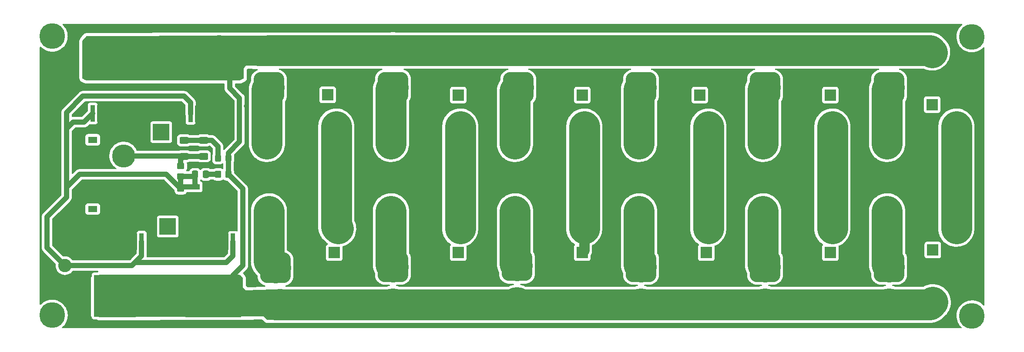
<source format=gtl>
G04 #@! TF.GenerationSoftware,KiCad,Pcbnew,6.0.4-6f826c9f35~116~ubuntu18.04.1*
G04 #@! TF.CreationDate,2022-04-20T11:51:17+08:00*
G04 #@! TF.ProjectId,Power_connector,506f7765-725f-4636-9f6e-6e6563746f72,rev?*
G04 #@! TF.SameCoordinates,Original*
G04 #@! TF.FileFunction,Copper,L1,Top*
G04 #@! TF.FilePolarity,Positive*
%FSLAX46Y46*%
G04 Gerber Fmt 4.6, Leading zero omitted, Abs format (unit mm)*
G04 Created by KiCad (PCBNEW 6.0.4-6f826c9f35~116~ubuntu18.04.1) date 2022-04-20 11:51:17*
%MOMM*%
%LPD*%
G01*
G04 APERTURE LIST*
G04 Aperture macros list*
%AMRoundRect*
0 Rectangle with rounded corners*
0 $1 Rounding radius*
0 $2 $3 $4 $5 $6 $7 $8 $9 X,Y pos of 4 corners*
0 Add a 4 corners polygon primitive as box body*
4,1,4,$2,$3,$4,$5,$6,$7,$8,$9,$2,$3,0*
0 Add four circle primitives for the rounded corners*
1,1,$1+$1,$2,$3*
1,1,$1+$1,$4,$5*
1,1,$1+$1,$6,$7*
1,1,$1+$1,$8,$9*
0 Add four rect primitives between the rounded corners*
20,1,$1+$1,$2,$3,$4,$5,0*
20,1,$1+$1,$4,$5,$6,$7,0*
20,1,$1+$1,$6,$7,$8,$9,0*
20,1,$1+$1,$8,$9,$2,$3,0*%
G04 Aperture macros list end*
G04 #@! TA.AperFunction,SMDPad,CuDef*
%ADD10RoundRect,0.250000X0.337500X0.475000X-0.337500X0.475000X-0.337500X-0.475000X0.337500X-0.475000X0*%
G04 #@! TD*
G04 #@! TA.AperFunction,SMDPad,CuDef*
%ADD11R,0.899160X3.200400*%
G04 #@! TD*
G04 #@! TA.AperFunction,ComponentPad*
%ADD12O,3.200000X3.200000*%
G04 #@! TD*
G04 #@! TA.AperFunction,ComponentPad*
%ADD13R,3.200000X3.200000*%
G04 #@! TD*
G04 #@! TA.AperFunction,SMDPad,CuDef*
%ADD14RoundRect,0.250000X0.625000X-0.400000X0.625000X0.400000X-0.625000X0.400000X-0.625000X-0.400000X0*%
G04 #@! TD*
G04 #@! TA.AperFunction,SMDPad,CuDef*
%ADD15RoundRect,0.250000X0.325000X0.450000X-0.325000X0.450000X-0.325000X-0.450000X0.325000X-0.450000X0*%
G04 #@! TD*
G04 #@! TA.AperFunction,ComponentPad*
%ADD16R,2.200000X2.200000*%
G04 #@! TD*
G04 #@! TA.AperFunction,ComponentPad*
%ADD17O,2.200000X2.200000*%
G04 #@! TD*
G04 #@! TA.AperFunction,ComponentPad*
%ADD18RoundRect,1.500000X1.500000X-1.500000X1.500000X1.500000X-1.500000X1.500000X-1.500000X-1.500000X0*%
G04 #@! TD*
G04 #@! TA.AperFunction,ComponentPad*
%ADD19C,6.000000*%
G04 #@! TD*
G04 #@! TA.AperFunction,ComponentPad*
%ADD20RoundRect,1.500000X-1.500000X1.500000X-1.500000X-1.500000X1.500000X-1.500000X1.500000X1.500000X0*%
G04 #@! TD*
G04 #@! TA.AperFunction,ComponentPad*
%ADD21C,2.400000*%
G04 #@! TD*
G04 #@! TA.AperFunction,SMDPad,CuDef*
%ADD22RoundRect,0.250000X0.350000X0.450000X-0.350000X0.450000X-0.350000X-0.450000X0.350000X-0.450000X0*%
G04 #@! TD*
G04 #@! TA.AperFunction,SMDPad,CuDef*
%ADD23R,1.100000X1.100000*%
G04 #@! TD*
G04 #@! TA.AperFunction,SMDPad,CuDef*
%ADD24R,10.800080X8.150860*%
G04 #@! TD*
G04 #@! TA.AperFunction,ComponentPad*
%ADD25R,1.800000X1.200000*%
G04 #@! TD*
G04 #@! TA.AperFunction,ComponentPad*
%ADD26C,4.500000*%
G04 #@! TD*
G04 #@! TA.AperFunction,SMDPad,CuDef*
%ADD27RoundRect,0.250000X-0.450000X0.350000X-0.450000X-0.350000X0.450000X-0.350000X0.450000X0.350000X0*%
G04 #@! TD*
G04 #@! TA.AperFunction,ComponentPad*
%ADD28R,2.600000X2.600000*%
G04 #@! TD*
G04 #@! TA.AperFunction,ComponentPad*
%ADD29C,2.600000*%
G04 #@! TD*
G04 #@! TA.AperFunction,ViaPad*
%ADD30C,5.000000*%
G04 #@! TD*
G04 #@! TA.AperFunction,ViaPad*
%ADD31C,0.800000*%
G04 #@! TD*
G04 #@! TA.AperFunction,Conductor*
%ADD32C,6.000000*%
G04 #@! TD*
G04 #@! TA.AperFunction,Conductor*
%ADD33C,1.000000*%
G04 #@! TD*
G04 #@! TA.AperFunction,Conductor*
%ADD34C,2.000000*%
G04 #@! TD*
G04 APERTURE END LIST*
D10*
X98192500Y-78740000D03*
X96117500Y-78740000D03*
D11*
X95250000Y-66931540D03*
X100330000Y-66931540D03*
X101600000Y-66931540D03*
X102870000Y-66931540D03*
X96520000Y-66931540D03*
X97790000Y-66931540D03*
D12*
X90805000Y-104140000D03*
D13*
X90805000Y-88900000D03*
X89535000Y-70485000D03*
D12*
X89535000Y-55245000D03*
D14*
X97790000Y-75210000D03*
X97790000Y-72110000D03*
D15*
X102625000Y-75565000D03*
X100575000Y-75565000D03*
D16*
X171450000Y-93980000D03*
D17*
X171450000Y-104140000D03*
D18*
X182880000Y-61810000D03*
D19*
X182880000Y-54610000D03*
D20*
X158750000Y-96520000D03*
D19*
X158750000Y-103720000D03*
D21*
X158365000Y-72820000D03*
X158365000Y-69420000D03*
X171835000Y-72820000D03*
X171835000Y-69420000D03*
D16*
X219710000Y-93980000D03*
D17*
X219710000Y-104140000D03*
D22*
X102600000Y-78740000D03*
X100600000Y-78740000D03*
D23*
X96520000Y-81150000D03*
X96520000Y-83950000D03*
D20*
X231140000Y-96730000D03*
D19*
X231140000Y-103930000D03*
D21*
X182495000Y-89330000D03*
X182495000Y-85930000D03*
X195965000Y-85930000D03*
X195965000Y-89330000D03*
D18*
X134620000Y-61766000D03*
D19*
X134620000Y-54566000D03*
D16*
X123190000Y-93980000D03*
D17*
X123190000Y-104140000D03*
D16*
X147320000Y-93980000D03*
D17*
X147320000Y-104140000D03*
D21*
X158365000Y-85930000D03*
X158365000Y-89330000D03*
X171835000Y-89330000D03*
X171835000Y-85930000D03*
D20*
X111760000Y-96940000D03*
D19*
X111760000Y-104140000D03*
D16*
X171450000Y-63290000D03*
D17*
X171450000Y-53130000D03*
D21*
X134235000Y-69420000D03*
X134235000Y-72820000D03*
X147705000Y-69420000D03*
X147705000Y-72820000D03*
X134235000Y-89330000D03*
X134235000Y-85930000D03*
X147705000Y-89330000D03*
X147705000Y-85930000D03*
D24*
X99695000Y-102481380D03*
D11*
X103505000Y-91879420D03*
X102235000Y-91879420D03*
X98425000Y-91879420D03*
X100965000Y-91879420D03*
X97155000Y-91879420D03*
X95885000Y-91879420D03*
D18*
X110490000Y-61810000D03*
D19*
X110490000Y-54610000D03*
D16*
X239522000Y-65151000D03*
D17*
X239522000Y-54991000D03*
D21*
X110105000Y-69420000D03*
X110105000Y-72820000D03*
X123575000Y-72820000D03*
X123575000Y-69420000D03*
D18*
X159004000Y-61810000D03*
D19*
X159004000Y-54610000D03*
D21*
X110490000Y-89330000D03*
X110490000Y-85930000D03*
X123960000Y-89330000D03*
X123960000Y-85930000D03*
D25*
X76200000Y-85490000D03*
X76200000Y-71990000D03*
D26*
X82200000Y-82340000D03*
X82200000Y-75140000D03*
D21*
X206625000Y-85930000D03*
X206625000Y-89330000D03*
X220095000Y-89330000D03*
X220095000Y-85930000D03*
D18*
X207010000Y-61810000D03*
D19*
X207010000Y-54610000D03*
D16*
X239649000Y-93472000D03*
D17*
X239649000Y-103632000D03*
D20*
X134620000Y-96730000D03*
D19*
X134620000Y-103930000D03*
D21*
X182495000Y-69420000D03*
X182495000Y-72820000D03*
X195965000Y-72820000D03*
X195965000Y-69420000D03*
D18*
X231140000Y-61810000D03*
D19*
X231140000Y-54610000D03*
D21*
X230755000Y-69420000D03*
X230755000Y-72820000D03*
X244225000Y-72820000D03*
X244225000Y-69420000D03*
D16*
X195580000Y-93980000D03*
D17*
X195580000Y-104140000D03*
D24*
X81915000Y-102420420D03*
D11*
X85725000Y-91818460D03*
X84455000Y-91818460D03*
X78105000Y-91818460D03*
X80645000Y-91818460D03*
X79375000Y-91818460D03*
X83185000Y-91818460D03*
D16*
X147320000Y-63290000D03*
D17*
X147320000Y-53130000D03*
D14*
X93980000Y-75210000D03*
X93980000Y-72110000D03*
D16*
X194310000Y-63290000D03*
D17*
X194310000Y-53130000D03*
D21*
X230755000Y-89330000D03*
X230755000Y-85930000D03*
X244225000Y-85930000D03*
X244225000Y-89330000D03*
D20*
X207010000Y-96730000D03*
D19*
X207010000Y-103930000D03*
D27*
X93345000Y-81550000D03*
X93345000Y-83550000D03*
X93345000Y-77105000D03*
X93345000Y-79105000D03*
D21*
X206625000Y-69420000D03*
X206625000Y-72820000D03*
X220095000Y-72820000D03*
X220095000Y-69420000D03*
D24*
X80010000Y-56268620D03*
D11*
X76200000Y-66870580D03*
X81280000Y-66870580D03*
X78740000Y-66870580D03*
X83820000Y-66870580D03*
X82550000Y-66870580D03*
X77470000Y-66870580D03*
D28*
X70815000Y-91435000D03*
D29*
X70815000Y-96515000D03*
D16*
X219710000Y-63290000D03*
D17*
X219710000Y-53130000D03*
D16*
X121920000Y-63246000D03*
D17*
X121920000Y-53086000D03*
D20*
X182880000Y-96730000D03*
D19*
X182880000Y-103930000D03*
D30*
X247269000Y-51943000D03*
X247269000Y-106299000D03*
D31*
X217170000Y-93980000D03*
X174625000Y-65405000D03*
X201295000Y-98425000D03*
X198120000Y-93345000D03*
X217170000Y-99060000D03*
X129540000Y-60325000D03*
X153670000Y-65405000D03*
X164465000Y-97790000D03*
X80645000Y-69850000D03*
X120015000Y-97790000D03*
X174625000Y-93345000D03*
X75565000Y-69850000D03*
X177165000Y-99060000D03*
X226060000Y-60325000D03*
X168275000Y-65405000D03*
X105410000Y-74930000D03*
X236855000Y-60325000D03*
X222250000Y-60325000D03*
X103505000Y-86360000D03*
X212090000Y-93980000D03*
X222250000Y-93980000D03*
X129540000Y-97790000D03*
X226060000Y-65405000D03*
X168275000Y-60325000D03*
X150495000Y-60325000D03*
X236855000Y-64770000D03*
X188595000Y-98425000D03*
X144780000Y-65405000D03*
X98425000Y-86360000D03*
X226060000Y-99060000D03*
D30*
X68326000Y-106172000D03*
D31*
X168275000Y-92710000D03*
X144780000Y-97790000D03*
X140335000Y-97790000D03*
X100965000Y-69850000D03*
X165100000Y-60325000D03*
X74295000Y-103505000D03*
X107315000Y-99060000D03*
X98425000Y-69850000D03*
X174625000Y-60325000D03*
X78105000Y-69850000D03*
X150495000Y-65405000D03*
X236220000Y-93980000D03*
X236220000Y-99060000D03*
X177165000Y-60325000D03*
X247650000Y-60325000D03*
X187960000Y-65405000D03*
X192405000Y-93345000D03*
X216535000Y-60325000D03*
X191770000Y-60325000D03*
X222885000Y-65405000D03*
X73025000Y-59055000D03*
X198755000Y-98425000D03*
X153670000Y-60325000D03*
X116840000Y-97790000D03*
X201930000Y-93345000D03*
X75565000Y-88900000D03*
X116840000Y-92710000D03*
X164465000Y-92710000D03*
X177800000Y-93345000D03*
X100965000Y-88900000D03*
D30*
X68326000Y-51816000D03*
D31*
X98425000Y-88900000D03*
X222250000Y-99060000D03*
X201295000Y-64770000D03*
X144780000Y-60325000D03*
X212725000Y-60325000D03*
X83185000Y-69850000D03*
X120015000Y-92710000D03*
X150495000Y-92710000D03*
X140335000Y-92710000D03*
X165100000Y-65405000D03*
X192405000Y-98425000D03*
X125730000Y-97790000D03*
X140335000Y-65405000D03*
X191770000Y-65405000D03*
X126365000Y-92710000D03*
X78740000Y-88900000D03*
X102235000Y-71755000D03*
X73660000Y-66675000D03*
X201295000Y-60325000D03*
X247650000Y-64135000D03*
X120015000Y-66040000D03*
X74295000Y-106680000D03*
X125730000Y-60325000D03*
X188595000Y-93345000D03*
X103505000Y-88900000D03*
X197485000Y-60325000D03*
X116205000Y-66040000D03*
X140335000Y-60325000D03*
X150495000Y-97790000D03*
X153670000Y-97790000D03*
X82550000Y-88900000D03*
X144145000Y-92710000D03*
X174625000Y-99060000D03*
X73025000Y-55880000D03*
X119380000Y-60325000D03*
X177165000Y-65405000D03*
X216535000Y-64770000D03*
X212725000Y-64770000D03*
X100965000Y-86360000D03*
X187960000Y-60325000D03*
X212090000Y-99060000D03*
X153670000Y-92710000D03*
X106045000Y-65405000D03*
X73025000Y-52705000D03*
X126365000Y-65405000D03*
X226060000Y-93980000D03*
X168275000Y-97790000D03*
X95885000Y-69850000D03*
X116205000Y-60325000D03*
X129540000Y-92710000D03*
X73025000Y-62230000D03*
X129540000Y-65405000D03*
X95250000Y-58420000D03*
X95885000Y-102870000D03*
X78105000Y-105410000D03*
X83820000Y-58420000D03*
X103505000Y-100330000D03*
X83820000Y-53340000D03*
X99695000Y-105410000D03*
X85725000Y-102870000D03*
X78105000Y-100330000D03*
X83820000Y-55880000D03*
X99695000Y-100330000D03*
X80010000Y-53340000D03*
X80010000Y-55880000D03*
X99060000Y-53340000D03*
X99695000Y-102870000D03*
X81915000Y-105410000D03*
X81915000Y-102870000D03*
X76200000Y-58420000D03*
X76200000Y-55880000D03*
X102870000Y-58420000D03*
X95885000Y-105410000D03*
X102870000Y-55880000D03*
X95885000Y-100330000D03*
X95250000Y-53340000D03*
X81915000Y-100330000D03*
X95250000Y-55880000D03*
X85725000Y-100330000D03*
X80010000Y-58420000D03*
X99060000Y-58420000D03*
X76200000Y-53340000D03*
X99060000Y-55880000D03*
X102870000Y-53340000D03*
X103505000Y-105410000D03*
X103505000Y-102870000D03*
X85725000Y-105410000D03*
X78105000Y-102870000D03*
D32*
X230755000Y-69420000D02*
X230755000Y-62195000D01*
X230755000Y-62195000D02*
X231140000Y-61810000D01*
X230755000Y-72820000D02*
X230755000Y-69420000D01*
X230755000Y-89330000D02*
X230755000Y-96345000D01*
X230755000Y-96345000D02*
X231140000Y-96730000D01*
X230755000Y-85930000D02*
X230755000Y-89330000D01*
D33*
X84455000Y-95885000D02*
X83825000Y-96515000D01*
X83825000Y-96515000D02*
X70815000Y-96515000D01*
X71120000Y-81280000D02*
X71120000Y-83185000D01*
X71120000Y-83185000D02*
X67310000Y-86995000D01*
X67310000Y-86995000D02*
X67310000Y-93010000D01*
X67310000Y-93010000D02*
X70815000Y-96515000D01*
X93910000Y-75140000D02*
X82200000Y-75140000D01*
X93345000Y-79105000D02*
X93345000Y-81550000D01*
D32*
X100779580Y-54610000D02*
X99060000Y-56329580D01*
D33*
X74490580Y-68580000D02*
X72390000Y-68580000D01*
X76200000Y-66870580D02*
X74490580Y-68580000D01*
X72390000Y-68580000D02*
X71120000Y-69850000D01*
X71120000Y-81280000D02*
X71120000Y-69850000D01*
X71120000Y-69850000D02*
X71120000Y-66675000D01*
X93980000Y-63500000D02*
X95250000Y-64770000D01*
X76835000Y-63500000D02*
X93980000Y-63500000D01*
X95250000Y-64770000D02*
X95250000Y-66931540D01*
X102870000Y-58420000D02*
X102870000Y-61976000D01*
X102625000Y-74540000D02*
X102625000Y-75565000D01*
X102870000Y-61976000D02*
X104775000Y-63881000D01*
X104775000Y-72390000D02*
X102625000Y-74540000D01*
X104775000Y-63881000D02*
X104775000Y-72390000D01*
X86163660Y-95885000D02*
X84455000Y-95885000D01*
X85725000Y-91818460D02*
X85725000Y-94615000D01*
X85725000Y-94615000D02*
X84455000Y-95885000D01*
X86163660Y-95885000D02*
X102235000Y-95885000D01*
X102235000Y-95885000D02*
X103505000Y-94615000D01*
X103505000Y-94615000D02*
X103505000Y-91879420D01*
X103505000Y-100330000D02*
X103505000Y-98425000D01*
X105410000Y-81550000D02*
X102600000Y-78740000D01*
X103505000Y-98425000D02*
X105410000Y-96520000D01*
X105410000Y-96520000D02*
X105410000Y-81550000D01*
X93980000Y-75210000D02*
X93910000Y-75140000D01*
X100600000Y-78740000D02*
X98192500Y-78740000D01*
X90535000Y-78740000D02*
X73660000Y-78740000D01*
X93345000Y-81550000D02*
X90535000Y-78740000D01*
X93745000Y-81150000D02*
X93345000Y-81550000D01*
X74295000Y-63500000D02*
X76835000Y-63500000D01*
X96117500Y-78740000D02*
X96117500Y-80747500D01*
X96117500Y-80747500D02*
X96520000Y-81150000D01*
X96520000Y-81150000D02*
X93745000Y-81150000D01*
X71120000Y-66675000D02*
X74295000Y-63500000D01*
X93345000Y-79105000D02*
X95752500Y-79105000D01*
X76835000Y-63500000D02*
X77470000Y-63500000D01*
X73660000Y-78740000D02*
X71120000Y-81280000D01*
X95752500Y-79105000D02*
X96117500Y-78740000D01*
D32*
X110105000Y-72820000D02*
X110105000Y-62195000D01*
X110105000Y-62195000D02*
X110490000Y-61810000D01*
X244225000Y-69420000D02*
X244225000Y-89330000D01*
D33*
X97790000Y-75210000D02*
X93980000Y-75210000D01*
D32*
X123575000Y-88945000D02*
X123960000Y-89330000D01*
D33*
X93345000Y-77105000D02*
X93345000Y-75845000D01*
D32*
X195965000Y-69420000D02*
X195965000Y-89330000D01*
D34*
X123575000Y-69420000D02*
X123575000Y-72820000D01*
D32*
X171835000Y-69420000D02*
X171835000Y-89330000D01*
D33*
X93345000Y-75845000D02*
X93980000Y-75210000D01*
D34*
X171835000Y-85975000D02*
X171835000Y-93595000D01*
D32*
X123575000Y-69420000D02*
X123575000Y-88945000D01*
X220095000Y-69420000D02*
X220095000Y-89330000D01*
X147705000Y-69420000D02*
X147705000Y-89330000D01*
D34*
X171835000Y-93595000D02*
X171450000Y-93980000D01*
D32*
X134235000Y-72820000D02*
X134235000Y-62151000D01*
X134235000Y-62151000D02*
X134620000Y-61766000D01*
X158365000Y-72820000D02*
X158365000Y-62449000D01*
X158365000Y-62449000D02*
X159004000Y-61810000D01*
X182495000Y-72820000D02*
X182495000Y-62195000D01*
X182495000Y-62195000D02*
X182880000Y-61810000D01*
X206625000Y-62195000D02*
X207010000Y-61810000D01*
X206625000Y-72820000D02*
X206625000Y-62195000D01*
X110490000Y-95670000D02*
X111760000Y-96940000D01*
X110490000Y-85930000D02*
X110490000Y-95670000D01*
X134235000Y-96345000D02*
X134620000Y-96730000D01*
X134235000Y-85930000D02*
X134235000Y-96345000D01*
X158365000Y-96135000D02*
X158750000Y-96520000D01*
X158365000Y-85930000D02*
X158365000Y-96135000D01*
X182495000Y-96345000D02*
X182880000Y-96730000D01*
X182495000Y-85930000D02*
X182495000Y-96345000D01*
D33*
X102625000Y-78715000D02*
X102600000Y-78740000D01*
D32*
X239141000Y-104140000D02*
X239649000Y-103632000D01*
D33*
X102625000Y-75565000D02*
X102625000Y-78715000D01*
D32*
X239141000Y-54610000D02*
X239522000Y-54991000D01*
X111760000Y-104140000D02*
X239141000Y-104140000D01*
X110490000Y-54610000D02*
X239141000Y-54610000D01*
D33*
X99415000Y-72110000D02*
X100575000Y-73270000D01*
X97790000Y-72110000D02*
X99415000Y-72110000D01*
X100575000Y-73270000D02*
X100575000Y-75565000D01*
X93980000Y-72110000D02*
X97790000Y-72110000D01*
D32*
X206625000Y-96345000D02*
X207010000Y-96730000D01*
X206625000Y-85930000D02*
X206625000Y-96345000D01*
G04 #@! TA.AperFunction,Conductor*
G36*
X245336246Y-49423502D02*
G01*
X245382739Y-49477158D01*
X245392843Y-49547432D01*
X245363349Y-49612012D01*
X245346906Y-49627833D01*
X245252509Y-49703459D01*
X245249958Y-49706037D01*
X245044801Y-49913354D01*
X245008466Y-49950071D01*
X245006225Y-49952929D01*
X244829892Y-50177816D01*
X244794386Y-50223098D01*
X244613105Y-50518921D01*
X244467027Y-50833620D01*
X244465891Y-50837056D01*
X244365134Y-51141716D01*
X244358087Y-51163023D01*
X244357351Y-51166578D01*
X244357350Y-51166581D01*
X244289936Y-51492111D01*
X244287730Y-51502764D01*
X244256888Y-51848341D01*
X244256983Y-51851971D01*
X244256983Y-51851972D01*
X244260923Y-52002434D01*
X244265970Y-52195171D01*
X244266481Y-52198761D01*
X244266481Y-52198762D01*
X244274873Y-52257727D01*
X244314856Y-52538660D01*
X244402897Y-52874253D01*
X244528927Y-53197503D01*
X244691275Y-53504126D01*
X244693325Y-53507109D01*
X244693327Y-53507112D01*
X244885733Y-53787064D01*
X244885739Y-53787071D01*
X244887790Y-53790056D01*
X244979491Y-53895175D01*
X245084521Y-54015573D01*
X245115866Y-54051505D01*
X245188696Y-54117775D01*
X245328268Y-54244775D01*
X245372481Y-54285006D01*
X245654233Y-54487466D01*
X245957388Y-54656200D01*
X246277928Y-54788972D01*
X246281422Y-54789967D01*
X246281424Y-54789968D01*
X246608103Y-54883025D01*
X246608108Y-54883026D01*
X246611604Y-54884022D01*
X246808304Y-54916233D01*
X246950412Y-54939504D01*
X246950419Y-54939505D01*
X246953993Y-54940090D01*
X247127275Y-54948262D01*
X247296931Y-54956263D01*
X247296932Y-54956263D01*
X247300558Y-54956434D01*
X247309415Y-54955830D01*
X247643073Y-54933084D01*
X247643081Y-54933083D01*
X247646704Y-54932836D01*
X247650279Y-54932173D01*
X247650282Y-54932173D01*
X247984279Y-54870270D01*
X247984283Y-54870269D01*
X247987844Y-54869609D01*
X248319456Y-54767592D01*
X248637145Y-54628136D01*
X248806455Y-54529200D01*
X248933560Y-54454926D01*
X248933562Y-54454925D01*
X248936700Y-54453091D01*
X249060065Y-54360466D01*
X249211244Y-54246958D01*
X249211248Y-54246955D01*
X249214151Y-54244775D01*
X249465819Y-54005950D01*
X249466263Y-54006418D01*
X249524869Y-53971988D01*
X249595808Y-53974829D01*
X249653950Y-54015573D01*
X249680835Y-54081282D01*
X249681500Y-54094208D01*
X249681500Y-104154740D01*
X249661498Y-104222861D01*
X249607842Y-104269354D01*
X249537568Y-104279458D01*
X249472988Y-104249964D01*
X249463200Y-104240511D01*
X249401925Y-104174572D01*
X249354842Y-104123904D01*
X249091019Y-103898578D01*
X248803047Y-103705069D01*
X248494741Y-103545940D01*
X248170189Y-103423302D01*
X248166668Y-103422418D01*
X248166663Y-103422416D01*
X248000280Y-103380624D01*
X247833692Y-103338780D01*
X247811476Y-103335855D01*
X247493315Y-103293968D01*
X247493307Y-103293967D01*
X247489711Y-103293494D01*
X247345045Y-103291221D01*
X247146446Y-103288101D01*
X247146442Y-103288101D01*
X247142804Y-103288044D01*
X247139190Y-103288405D01*
X247139184Y-103288405D01*
X246895843Y-103312694D01*
X246797569Y-103322503D01*
X246559465Y-103374418D01*
X246525623Y-103381797D01*
X246458583Y-103396414D01*
X246455156Y-103397587D01*
X246455150Y-103397589D01*
X246376296Y-103424587D01*
X246130339Y-103508797D01*
X245817188Y-103658163D01*
X245523279Y-103842532D01*
X245520443Y-103844804D01*
X245520436Y-103844809D01*
X245294049Y-104026179D01*
X245252509Y-104059459D01*
X245249958Y-104062037D01*
X245044801Y-104269354D01*
X245008466Y-104306071D01*
X245006225Y-104308929D01*
X244829892Y-104533816D01*
X244794386Y-104579098D01*
X244613105Y-104874921D01*
X244467027Y-105189620D01*
X244465891Y-105193056D01*
X244370874Y-105480360D01*
X244358087Y-105519023D01*
X244357351Y-105522578D01*
X244357350Y-105522581D01*
X244291443Y-105840833D01*
X244287730Y-105858764D01*
X244256888Y-106204341D01*
X244265970Y-106551171D01*
X244266481Y-106554761D01*
X244266481Y-106554762D01*
X244273561Y-106604510D01*
X244314856Y-106894660D01*
X244402897Y-107230253D01*
X244528927Y-107553503D01*
X244557551Y-107607565D01*
X244580750Y-107651379D01*
X244691275Y-107860126D01*
X244693325Y-107863109D01*
X244693327Y-107863112D01*
X244885733Y-108143064D01*
X244885739Y-108143071D01*
X244887790Y-108146056D01*
X244979491Y-108251175D01*
X245084521Y-108371573D01*
X245115866Y-108407505D01*
X245118552Y-108409949D01*
X245209062Y-108492307D01*
X245245984Y-108552947D01*
X245244261Y-108623922D01*
X245204439Y-108682699D01*
X245139161Y-108710616D01*
X245124262Y-108711500D01*
X70332200Y-108711500D01*
X70264079Y-108691498D01*
X70217586Y-108637842D01*
X70207482Y-108567568D01*
X70236976Y-108502988D01*
X70256547Y-108484740D01*
X70268244Y-108475958D01*
X70268248Y-108475955D01*
X70271151Y-108473775D01*
X70522819Y-108234950D01*
X70745370Y-107968783D01*
X70935853Y-107678799D01*
X71037957Y-107475787D01*
X71090117Y-107372080D01*
X71090120Y-107372072D01*
X71091744Y-107368844D01*
X71102985Y-107338126D01*
X71209729Y-107046437D01*
X71209730Y-107046433D01*
X71210977Y-107043026D01*
X71211822Y-107039504D01*
X71211825Y-107039496D01*
X71291124Y-106709191D01*
X71291125Y-106709187D01*
X71291971Y-106705662D01*
X71311536Y-106543984D01*
X71333316Y-106364004D01*
X71333316Y-106363997D01*
X71333652Y-106361225D01*
X71335328Y-106307915D01*
X71339511Y-106174797D01*
X71339599Y-106172000D01*
X71338327Y-106149938D01*
X71319836Y-105829246D01*
X71319835Y-105829241D01*
X71319627Y-105825626D01*
X71306805Y-105752160D01*
X71260600Y-105487415D01*
X71260598Y-105487408D01*
X71259976Y-105483842D01*
X71161437Y-105151180D01*
X71042037Y-104871250D01*
X71026740Y-104835386D01*
X71026738Y-104835383D01*
X71025316Y-104832048D01*
X70853417Y-104530676D01*
X70648018Y-104251060D01*
X70411842Y-103996904D01*
X70148019Y-103771578D01*
X69860047Y-103578069D01*
X69801019Y-103547602D01*
X69554961Y-103420602D01*
X69551741Y-103418940D01*
X69227189Y-103296302D01*
X69223668Y-103295418D01*
X69223663Y-103295416D01*
X69062378Y-103254904D01*
X68890692Y-103211780D01*
X68868476Y-103208855D01*
X68550315Y-103166968D01*
X68550307Y-103166967D01*
X68546711Y-103166494D01*
X68402045Y-103164221D01*
X68203446Y-103161101D01*
X68203442Y-103161101D01*
X68199804Y-103161044D01*
X68196190Y-103161405D01*
X68196184Y-103161405D01*
X67952843Y-103185694D01*
X67854569Y-103195503D01*
X67515583Y-103269414D01*
X67512156Y-103270587D01*
X67512150Y-103270589D01*
X67312981Y-103338780D01*
X67187339Y-103381797D01*
X66874188Y-103531163D01*
X66871109Y-103533094D01*
X66871108Y-103533095D01*
X66850631Y-103545940D01*
X66580279Y-103715532D01*
X66577443Y-103717804D01*
X66577436Y-103717809D01*
X66348861Y-103900932D01*
X66309509Y-103932459D01*
X66141522Y-104102215D01*
X66129061Y-104114807D01*
X66066928Y-104149158D01*
X65996086Y-104144464D01*
X65939029Y-104102215D01*
X65913870Y-104035826D01*
X65913500Y-104026179D01*
X65913500Y-86991462D01*
X66296626Y-86991462D01*
X66297206Y-86997593D01*
X66300941Y-87037109D01*
X66301500Y-87048967D01*
X66301500Y-92948157D01*
X66300763Y-92961764D01*
X66296676Y-92999388D01*
X66297213Y-93005523D01*
X66301050Y-93049388D01*
X66301379Y-93054214D01*
X66301500Y-93056686D01*
X66301500Y-93059769D01*
X66301801Y-93062837D01*
X66305690Y-93102506D01*
X66305812Y-93103819D01*
X66313913Y-93196413D01*
X66315400Y-93201532D01*
X66315920Y-93206833D01*
X66342791Y-93295834D01*
X66343126Y-93296967D01*
X66369091Y-93386336D01*
X66371544Y-93391068D01*
X66373084Y-93396169D01*
X66375978Y-93401612D01*
X66416731Y-93478260D01*
X66417343Y-93479426D01*
X66438831Y-93520880D01*
X66460108Y-93561926D01*
X66463431Y-93566089D01*
X66465934Y-93570796D01*
X66524755Y-93642918D01*
X66525446Y-93643774D01*
X66556738Y-93682973D01*
X66559242Y-93685477D01*
X66559884Y-93686195D01*
X66563585Y-93690528D01*
X66590935Y-93724062D01*
X66595682Y-93727989D01*
X66595684Y-93727991D01*
X66626262Y-93753287D01*
X66635042Y-93761277D01*
X68990827Y-96117062D01*
X69024853Y-96179374D01*
X69027098Y-96218778D01*
X69002050Y-96467526D01*
X69002274Y-96472192D01*
X69002274Y-96472197D01*
X69008609Y-96604065D01*
X69014947Y-96736019D01*
X69067388Y-96999656D01*
X69158220Y-97252646D01*
X69160432Y-97256762D01*
X69160433Y-97256765D01*
X69218532Y-97364892D01*
X69285450Y-97489431D01*
X69288241Y-97493168D01*
X69288245Y-97493175D01*
X69367004Y-97598645D01*
X69446281Y-97704810D01*
X69449590Y-97708090D01*
X69449595Y-97708096D01*
X69632229Y-97889142D01*
X69637180Y-97894050D01*
X69640942Y-97896808D01*
X69640945Y-97896811D01*
X69835522Y-98039480D01*
X69853954Y-98052995D01*
X69858089Y-98055171D01*
X69858093Y-98055173D01*
X70071881Y-98167653D01*
X70091840Y-98178154D01*
X70151540Y-98199002D01*
X70336238Y-98263501D01*
X70345613Y-98266775D01*
X70350206Y-98267647D01*
X70605109Y-98316042D01*
X70605112Y-98316042D01*
X70609698Y-98316913D01*
X70737370Y-98321929D01*
X70873625Y-98327283D01*
X70873630Y-98327283D01*
X70878293Y-98327466D01*
X70982607Y-98316042D01*
X71140844Y-98298713D01*
X71140850Y-98298712D01*
X71145497Y-98298203D01*
X71150021Y-98297012D01*
X71400918Y-98230956D01*
X71400920Y-98230955D01*
X71405441Y-98229765D01*
X71411237Y-98227275D01*
X71648120Y-98125502D01*
X71648122Y-98125501D01*
X71652414Y-98123657D01*
X71802494Y-98030785D01*
X71877017Y-97984669D01*
X71877021Y-97984666D01*
X71880990Y-97982210D01*
X72086149Y-97808530D01*
X72263382Y-97606434D01*
X72267336Y-97600288D01*
X72279525Y-97581337D01*
X72333199Y-97534866D01*
X72385496Y-97523500D01*
X77156557Y-97523500D01*
X77224678Y-97543502D01*
X77271171Y-97597158D01*
X77281275Y-97667432D01*
X77251781Y-97732012D01*
X77217042Y-97760033D01*
X77105586Y-97821023D01*
X77045101Y-97836490D01*
X76466826Y-97836490D01*
X76404644Y-97843245D01*
X76268255Y-97894375D01*
X76151699Y-97981729D01*
X76064345Y-98098285D01*
X76013215Y-98234674D01*
X76006460Y-98296856D01*
X76006460Y-98632080D01*
X75986458Y-98700201D01*
X75980906Y-98708149D01*
X75956976Y-98739737D01*
X75893029Y-98884291D01*
X75873027Y-98952412D01*
X75848500Y-99123000D01*
X75848500Y-106084682D01*
X75848866Y-106105737D01*
X75849171Y-106114503D01*
X75851446Y-106149938D01*
X75886608Y-106304044D01*
X75911301Y-106370608D01*
X75921965Y-106397381D01*
X75924443Y-106401574D01*
X75992131Y-106516119D01*
X76008918Y-106566613D01*
X76013215Y-106606166D01*
X76064345Y-106742555D01*
X76151699Y-106859111D01*
X76268255Y-106946465D01*
X76404644Y-106997595D01*
X76466826Y-107004350D01*
X76926290Y-107004350D01*
X76970532Y-107012373D01*
X77233072Y-107110826D01*
X77233077Y-107110828D01*
X77235758Y-107111833D01*
X77290620Y-107126904D01*
X77338751Y-107140126D01*
X77338756Y-107140127D01*
X77341504Y-107140882D01*
X77386246Y-107148904D01*
X77495508Y-107158403D01*
X77498348Y-107158392D01*
X77498354Y-107158392D01*
X100954839Y-107065311D01*
X100955339Y-107065310D01*
X105143174Y-107065310D01*
X105205356Y-107058555D01*
X105212755Y-107055781D01*
X105220436Y-107053955D01*
X105220587Y-107054592D01*
X105255195Y-107048246D01*
X105873658Y-107045792D01*
X109171708Y-107032704D01*
X109239907Y-107052436D01*
X109261302Y-107069608D01*
X109643942Y-107452248D01*
X109692148Y-107495551D01*
X109713122Y-107512454D01*
X109777927Y-107558024D01*
X109922481Y-107621971D01*
X109990602Y-107641973D01*
X109995058Y-107642614D01*
X109995064Y-107642615D01*
X110090970Y-107656404D01*
X110161190Y-107666500D01*
X113158000Y-107666500D01*
X113163972Y-107665858D01*
X113283352Y-107653024D01*
X113283362Y-107653022D01*
X113286705Y-107652663D01*
X113289996Y-107651947D01*
X113290003Y-107651946D01*
X113292609Y-107651379D01*
X113319390Y-107648500D01*
X239018787Y-107648500D01*
X239027247Y-107648784D01*
X239088598Y-107652913D01*
X239088601Y-107652913D01*
X239091944Y-107653138D01*
X239207518Y-107648597D01*
X239212465Y-107648500D01*
X239234461Y-107648500D01*
X239302294Y-107644885D01*
X239303991Y-107644806D01*
X239361194Y-107642559D01*
X239462191Y-107638591D01*
X239462197Y-107638590D01*
X239465542Y-107638459D01*
X239468856Y-107637973D01*
X239468862Y-107637972D01*
X239484066Y-107635740D01*
X239495662Y-107634582D01*
X239496016Y-107634563D01*
X239514357Y-107633586D01*
X239517660Y-107633054D01*
X239517669Y-107633053D01*
X239596818Y-107620304D01*
X239673967Y-107607878D01*
X239675572Y-107607631D01*
X239774399Y-107593126D01*
X239832135Y-107584652D01*
X239832139Y-107584651D01*
X239835465Y-107584163D01*
X239845099Y-107581680D01*
X239853600Y-107579490D01*
X239865001Y-107577109D01*
X239880165Y-107574666D01*
X239880170Y-107574665D01*
X239883485Y-107574131D01*
X239886717Y-107573250D01*
X239886721Y-107573249D01*
X239971553Y-107550121D01*
X240039347Y-107531638D01*
X240040997Y-107531201D01*
X240197524Y-107490866D01*
X240200650Y-107489694D01*
X240200660Y-107489691D01*
X240215066Y-107484290D01*
X240226155Y-107480709D01*
X240240961Y-107476672D01*
X240240966Y-107476671D01*
X240244206Y-107475787D01*
X240394697Y-107416962D01*
X240396252Y-107416367D01*
X240547619Y-107359622D01*
X240550616Y-107358118D01*
X240564358Y-107351222D01*
X240574996Y-107346486D01*
X240589314Y-107340889D01*
X240589320Y-107340886D01*
X240592434Y-107339669D01*
X240595400Y-107338128D01*
X240595405Y-107338126D01*
X240735809Y-107265192D01*
X240737376Y-107264392D01*
X240881784Y-107191920D01*
X240897530Y-107181792D01*
X240907602Y-107175953D01*
X240924226Y-107167317D01*
X241058895Y-107078012D01*
X241060349Y-107077063D01*
X241071940Y-107069608D01*
X241196238Y-106989657D01*
X241198846Y-106987556D01*
X241198859Y-106987547D01*
X241210831Y-106977904D01*
X241220231Y-106971024D01*
X241233022Y-106962542D01*
X241233033Y-106962534D01*
X241235824Y-106960683D01*
X241238409Y-106958541D01*
X241238414Y-106958537D01*
X241360142Y-106857655D01*
X241361504Y-106856541D01*
X241367228Y-106851931D01*
X241487416Y-106755124D01*
X241491738Y-106751031D01*
X241501785Y-106740984D01*
X241510480Y-106733065D01*
X241521114Y-106724252D01*
X241521123Y-106724243D01*
X241523700Y-106722108D01*
X241637731Y-106605052D01*
X241638890Y-106603879D01*
X242195971Y-106046798D01*
X242361734Y-105862375D01*
X242381096Y-105840833D01*
X242381098Y-105840830D01*
X242383341Y-105838335D01*
X242602313Y-105535281D01*
X242787842Y-105210674D01*
X242937826Y-104868189D01*
X243044568Y-104530676D01*
X243049556Y-104514903D01*
X243049556Y-104514902D01*
X243050567Y-104511706D01*
X243105496Y-104240511D01*
X243124120Y-104148559D01*
X243124121Y-104148556D01*
X243124788Y-104145260D01*
X243126540Y-104126559D01*
X243149568Y-103880648D01*
X243159649Y-103773003D01*
X243159604Y-103769560D01*
X243154799Y-103402497D01*
X243154799Y-103402494D01*
X243154755Y-103399148D01*
X243110161Y-103027930D01*
X243026374Y-102663554D01*
X242904339Y-102310144D01*
X242745441Y-101971702D01*
X242551479Y-101652063D01*
X242324649Y-101354844D01*
X242067520Y-101083412D01*
X242064978Y-101081245D01*
X242064973Y-101081240D01*
X241785554Y-100843016D01*
X241783003Y-100840841D01*
X241780235Y-100838949D01*
X241477079Y-100631763D01*
X241477075Y-100631761D01*
X241474319Y-100629877D01*
X241471379Y-100628297D01*
X241471372Y-100628293D01*
X241147911Y-100454490D01*
X241144967Y-100452908D01*
X240798673Y-100311942D01*
X240691587Y-100281134D01*
X240442573Y-100209494D01*
X240442567Y-100209493D01*
X240439360Y-100208570D01*
X240310829Y-100186023D01*
X240074395Y-100144546D01*
X240074388Y-100144545D01*
X240071098Y-100143968D01*
X240067767Y-100143744D01*
X240067760Y-100143743D01*
X239701401Y-100119088D01*
X239701398Y-100119088D01*
X239698055Y-100118863D01*
X239523845Y-100125707D01*
X239327809Y-100133409D01*
X239327803Y-100133410D01*
X239324457Y-100133541D01*
X239085499Y-100168615D01*
X238957852Y-100187350D01*
X238957849Y-100187351D01*
X238954535Y-100187837D01*
X238951297Y-100188671D01*
X238951289Y-100188673D01*
X238595722Y-100280297D01*
X238595712Y-100280300D01*
X238592476Y-100281134D01*
X238242381Y-100412378D01*
X238239377Y-100413885D01*
X238239376Y-100413886D01*
X237911212Y-100578577D01*
X237911206Y-100578581D01*
X237908216Y-100580081D01*
X237905398Y-100581893D01*
X237905399Y-100581893D01*
X237859415Y-100611471D01*
X237791252Y-100631500D01*
X232360683Y-100631500D01*
X232315529Y-100623131D01*
X232228764Y-100589825D01*
X232228762Y-100589824D01*
X232225674Y-100588639D01*
X231870459Y-100493459D01*
X231841978Y-100488948D01*
X231777825Y-100458535D01*
X231740298Y-100398267D01*
X231741312Y-100327278D01*
X231780545Y-100268106D01*
X231845540Y-100239538D01*
X231861689Y-100238499D01*
X232752336Y-100238499D01*
X232753705Y-100238439D01*
X232753716Y-100238439D01*
X232811914Y-100235899D01*
X232811920Y-100235898D01*
X232815480Y-100235743D01*
X232888955Y-100224106D01*
X233088571Y-100192491D01*
X233088578Y-100192489D01*
X233092918Y-100191802D01*
X233281883Y-100134029D01*
X233357322Y-100110965D01*
X233357327Y-100110963D01*
X233361540Y-100109675D01*
X233365529Y-100107815D01*
X233365534Y-100107813D01*
X233612126Y-99992826D01*
X233612132Y-99992823D01*
X233616118Y-99990964D01*
X233807665Y-99866572D01*
X233848002Y-99840377D01*
X233848006Y-99840374D01*
X233851697Y-99837977D01*
X234063692Y-99653692D01*
X234247977Y-99441697D01*
X234262188Y-99419815D01*
X234398563Y-99209815D01*
X234400964Y-99206118D01*
X234402823Y-99202132D01*
X234402826Y-99202126D01*
X234517813Y-98955534D01*
X234517815Y-98955529D01*
X234519675Y-98951540D01*
X234529688Y-98918792D01*
X234600514Y-98687130D01*
X234601802Y-98682918D01*
X234602489Y-98678578D01*
X234602491Y-98678571D01*
X234645185Y-98409003D01*
X234645185Y-98409002D01*
X234645743Y-98405480D01*
X234647888Y-98356365D01*
X234648440Y-98343713D01*
X234648440Y-98343709D01*
X234648500Y-98342337D01*
X234648500Y-96852217D01*
X234648784Y-96843757D01*
X234652913Y-96782401D01*
X234652913Y-96782398D01*
X234653138Y-96779055D01*
X234648596Y-96663467D01*
X234648499Y-96658521D01*
X234648499Y-95117664D01*
X234646757Y-95077756D01*
X234645899Y-95058086D01*
X234645898Y-95058080D01*
X234645743Y-95054520D01*
X234629565Y-94952374D01*
X234602491Y-94781429D01*
X234602489Y-94781422D01*
X234601802Y-94777082D01*
X234553818Y-94620134D01*
X238040500Y-94620134D01*
X238047255Y-94682316D01*
X238098385Y-94818705D01*
X238185739Y-94935261D01*
X238302295Y-95022615D01*
X238438684Y-95073745D01*
X238500866Y-95080500D01*
X240797134Y-95080500D01*
X240859316Y-95073745D01*
X240995705Y-95022615D01*
X241112261Y-94935261D01*
X241199615Y-94818705D01*
X241250745Y-94682316D01*
X241257500Y-94620134D01*
X241257500Y-92323866D01*
X241250745Y-92261684D01*
X241199615Y-92125295D01*
X241112261Y-92008739D01*
X240995705Y-91921385D01*
X240859316Y-91870255D01*
X240797134Y-91863500D01*
X238500866Y-91863500D01*
X238438684Y-91870255D01*
X238302295Y-91921385D01*
X238185739Y-92008739D01*
X238098385Y-92125295D01*
X238047255Y-92261684D01*
X238040500Y-92323866D01*
X238040500Y-94620134D01*
X234553818Y-94620134D01*
X234536310Y-94562870D01*
X234520965Y-94512678D01*
X234520963Y-94512673D01*
X234519675Y-94508460D01*
X234498888Y-94463882D01*
X234402826Y-94257874D01*
X234402823Y-94257868D01*
X234400964Y-94253882D01*
X234283827Y-94073507D01*
X234263500Y-94004883D01*
X234263500Y-89423461D01*
X240716500Y-89423461D01*
X240716589Y-89425127D01*
X240716589Y-89425136D01*
X240730741Y-89690721D01*
X240731414Y-89703357D01*
X240731944Y-89706649D01*
X240731945Y-89706656D01*
X240782265Y-90019066D01*
X240790869Y-90072485D01*
X240791752Y-90075725D01*
X240791753Y-90075728D01*
X240834109Y-90231086D01*
X240889213Y-90433206D01*
X240932801Y-90544717D01*
X240994098Y-90701530D01*
X241025331Y-90781434D01*
X241026880Y-90784416D01*
X241143091Y-91008131D01*
X241197683Y-91113226D01*
X241404317Y-91424824D01*
X241642892Y-91712700D01*
X241910708Y-91973595D01*
X241913340Y-91975662D01*
X241913344Y-91975666D01*
X242103831Y-92125295D01*
X242204731Y-92204553D01*
X242308530Y-92269540D01*
X242454543Y-92360956D01*
X242521631Y-92402959D01*
X242572816Y-92427868D01*
X242854806Y-92565099D01*
X242854810Y-92565101D01*
X242857821Y-92566566D01*
X243209493Y-92693523D01*
X243572664Y-92782390D01*
X243575983Y-92782836D01*
X243575984Y-92782836D01*
X243939914Y-92831719D01*
X243939923Y-92831720D01*
X243943223Y-92832163D01*
X244316972Y-92842276D01*
X244320313Y-92842010D01*
X244320318Y-92842010D01*
X244686331Y-92812883D01*
X244686340Y-92812882D01*
X244689680Y-92812616D01*
X244692975Y-92811996D01*
X244692978Y-92811996D01*
X245053842Y-92744136D01*
X245053850Y-92744134D01*
X245057126Y-92743518D01*
X245415149Y-92635766D01*
X245680573Y-92523919D01*
X245756610Y-92491878D01*
X245756617Y-92491875D01*
X245759694Y-92490578D01*
X246086861Y-92309600D01*
X246089599Y-92307679D01*
X246089609Y-92307673D01*
X246390202Y-92096803D01*
X246390204Y-92096802D01*
X246392943Y-92094880D01*
X246674476Y-91848851D01*
X246751407Y-91765628D01*
X246878849Y-91627761D01*
X246928270Y-91574298D01*
X247151452Y-91274330D01*
X247216488Y-91164142D01*
X247339789Y-90955236D01*
X247339792Y-90955231D01*
X247341495Y-90952345D01*
X247496246Y-90611987D01*
X247582607Y-90351619D01*
X247612895Y-90260304D01*
X247612897Y-90260297D01*
X247613953Y-90257113D01*
X247646341Y-90107944D01*
X247692572Y-89895019D01*
X247692572Y-89895016D01*
X247693284Y-89891739D01*
X247733339Y-89520005D01*
X247733500Y-89514055D01*
X247733500Y-69326539D01*
X247718586Y-69046643D01*
X247717496Y-69039871D01*
X247659665Y-68680830D01*
X247659665Y-68680829D01*
X247659131Y-68677515D01*
X247648439Y-68638295D01*
X247561672Y-68320040D01*
X247561672Y-68320039D01*
X247560787Y-68316794D01*
X247424669Y-67968566D01*
X247252317Y-67636774D01*
X247045683Y-67325176D01*
X246807108Y-67037300D01*
X246539292Y-66776405D01*
X246536660Y-66774338D01*
X246536656Y-66774334D01*
X246247907Y-66547519D01*
X246247905Y-66547518D01*
X246245269Y-66545447D01*
X246016830Y-66402425D01*
X245931214Y-66348822D01*
X245931211Y-66348820D01*
X245928369Y-66347041D01*
X245745653Y-66258122D01*
X245595194Y-66184901D01*
X245595190Y-66184899D01*
X245592179Y-66183434D01*
X245240507Y-66056477D01*
X244877336Y-65967610D01*
X244874016Y-65967164D01*
X244510086Y-65918281D01*
X244510077Y-65918280D01*
X244506777Y-65917837D01*
X244133028Y-65907724D01*
X244129687Y-65907990D01*
X244129682Y-65907990D01*
X243763669Y-65937117D01*
X243763660Y-65937118D01*
X243760320Y-65937384D01*
X243757025Y-65938004D01*
X243757022Y-65938004D01*
X243396158Y-66005864D01*
X243396150Y-66005866D01*
X243392874Y-66006482D01*
X243034851Y-66114234D01*
X242886503Y-66176747D01*
X242693390Y-66258122D01*
X242693383Y-66258125D01*
X242690306Y-66259422D01*
X242363139Y-66440400D01*
X242360401Y-66442321D01*
X242360391Y-66442327D01*
X242103216Y-66622739D01*
X242057057Y-66655120D01*
X241775524Y-66901149D01*
X241773249Y-66903610D01*
X241773246Y-66903613D01*
X241698208Y-66984789D01*
X241521730Y-67175702D01*
X241298548Y-67475670D01*
X241296844Y-67478557D01*
X241237857Y-67578498D01*
X241108505Y-67797655D01*
X240953754Y-68138013D01*
X240952700Y-68141192D01*
X240874529Y-68376869D01*
X240836047Y-68492887D01*
X240835334Y-68496171D01*
X240772486Y-68785631D01*
X240756716Y-68858261D01*
X240716661Y-69229995D01*
X240716500Y-69235945D01*
X240716500Y-89423461D01*
X234263500Y-89423461D01*
X234263500Y-85836539D01*
X234248586Y-85556643D01*
X234189131Y-85187515D01*
X234090787Y-84826794D01*
X233954669Y-84478566D01*
X233782317Y-84146774D01*
X233643223Y-83937024D01*
X233577532Y-83837964D01*
X233577531Y-83837962D01*
X233575683Y-83835176D01*
X233337108Y-83547300D01*
X233069292Y-83286405D01*
X233066660Y-83284338D01*
X233066656Y-83284334D01*
X232777907Y-83057519D01*
X232777905Y-83057518D01*
X232775269Y-83055447D01*
X232458369Y-82857041D01*
X232273894Y-82767266D01*
X232125194Y-82694901D01*
X232125190Y-82694899D01*
X232122179Y-82693434D01*
X231770507Y-82566477D01*
X231407336Y-82477610D01*
X231404016Y-82477164D01*
X231040086Y-82428281D01*
X231040077Y-82428280D01*
X231036777Y-82427837D01*
X230663028Y-82417724D01*
X230659687Y-82417990D01*
X230659682Y-82417990D01*
X230293669Y-82447117D01*
X230293660Y-82447118D01*
X230290320Y-82447384D01*
X230287025Y-82448004D01*
X230287022Y-82448004D01*
X229926158Y-82515864D01*
X229926150Y-82515866D01*
X229922874Y-82516482D01*
X229564851Y-82624234D01*
X229484313Y-82658172D01*
X229223390Y-82768122D01*
X229223383Y-82768125D01*
X229220306Y-82769422D01*
X228893139Y-82950400D01*
X228890401Y-82952321D01*
X228890391Y-82952327D01*
X228589798Y-83163197D01*
X228587057Y-83165120D01*
X228305524Y-83411149D01*
X228051730Y-83685702D01*
X227828548Y-83985670D01*
X227638505Y-84307655D01*
X227483754Y-84648013D01*
X227366047Y-85002887D01*
X227286716Y-85368261D01*
X227246661Y-85739995D01*
X227246500Y-85745945D01*
X227246500Y-96222787D01*
X227246216Y-96231247D01*
X227241862Y-96295944D01*
X227244554Y-96364465D01*
X227246403Y-96411518D01*
X227246500Y-96416465D01*
X227246500Y-96438461D01*
X227250046Y-96505007D01*
X227250113Y-96506258D01*
X227250194Y-96507991D01*
X227256541Y-96669542D01*
X227257027Y-96672856D01*
X227257028Y-96672862D01*
X227259260Y-96688066D01*
X227260418Y-96699662D01*
X227261414Y-96718357D01*
X227261946Y-96721660D01*
X227261947Y-96721669D01*
X227273335Y-96792369D01*
X227287122Y-96877967D01*
X227287369Y-96879572D01*
X227310837Y-97039465D01*
X227311675Y-97042716D01*
X227315510Y-97057600D01*
X227317891Y-97069001D01*
X227320334Y-97084165D01*
X227320869Y-97087485D01*
X227321750Y-97090717D01*
X227321751Y-97090721D01*
X227330934Y-97124405D01*
X227362260Y-97239304D01*
X227363355Y-97243322D01*
X227363799Y-97244997D01*
X227404134Y-97401524D01*
X227405306Y-97404650D01*
X227405309Y-97404660D01*
X227410710Y-97419066D01*
X227414291Y-97430155D01*
X227418328Y-97444961D01*
X227419213Y-97448206D01*
X227477437Y-97597158D01*
X227478018Y-97598645D01*
X227478630Y-97600244D01*
X227535378Y-97751619D01*
X227536882Y-97754616D01*
X227543778Y-97768358D01*
X227548514Y-97778996D01*
X227554111Y-97793314D01*
X227555331Y-97796434D01*
X227556875Y-97799406D01*
X227556878Y-97799413D01*
X227617315Y-97915760D01*
X227631501Y-97973842D01*
X227631501Y-98342336D01*
X227634257Y-98405480D01*
X227634815Y-98409002D01*
X227677509Y-98678571D01*
X227677511Y-98678578D01*
X227678198Y-98682918D01*
X227679486Y-98687130D01*
X227750313Y-98918792D01*
X227760325Y-98951540D01*
X227762185Y-98955529D01*
X227762187Y-98955534D01*
X227877174Y-99202126D01*
X227877177Y-99202132D01*
X227879036Y-99206118D01*
X227881437Y-99209815D01*
X228017813Y-99419815D01*
X228032023Y-99441697D01*
X228216308Y-99653692D01*
X228428303Y-99837977D01*
X228431994Y-99840374D01*
X228431998Y-99840377D01*
X228472335Y-99866572D01*
X228663882Y-99990964D01*
X228667868Y-99992823D01*
X228667874Y-99992826D01*
X228914466Y-100107813D01*
X228914471Y-100107815D01*
X228918460Y-100109675D01*
X228922673Y-100110963D01*
X228922678Y-100110965D01*
X228998117Y-100134029D01*
X229187082Y-100191802D01*
X229191422Y-100192489D01*
X229191429Y-100192491D01*
X229402568Y-100225931D01*
X229464520Y-100235743D01*
X229468081Y-100235898D01*
X229468086Y-100235899D01*
X229526287Y-100238440D01*
X229526291Y-100238440D01*
X229527663Y-100238500D01*
X230418305Y-100238500D01*
X230486426Y-100258502D01*
X230532919Y-100312158D01*
X230543023Y-100382432D01*
X230513529Y-100447012D01*
X230453803Y-100485396D01*
X230438016Y-100488949D01*
X230409541Y-100493459D01*
X230054326Y-100588639D01*
X230051238Y-100589824D01*
X230051236Y-100589825D01*
X229964471Y-100623131D01*
X229919317Y-100631500D01*
X208230683Y-100631500D01*
X208185529Y-100623131D01*
X208098764Y-100589825D01*
X208098762Y-100589824D01*
X208095674Y-100588639D01*
X207740459Y-100493459D01*
X207711978Y-100488948D01*
X207647825Y-100458535D01*
X207610298Y-100398267D01*
X207611312Y-100327278D01*
X207650545Y-100268106D01*
X207715540Y-100239538D01*
X207731689Y-100238499D01*
X208622336Y-100238499D01*
X208623705Y-100238439D01*
X208623716Y-100238439D01*
X208681914Y-100235899D01*
X208681920Y-100235898D01*
X208685480Y-100235743D01*
X208758955Y-100224106D01*
X208958571Y-100192491D01*
X208958578Y-100192489D01*
X208962918Y-100191802D01*
X209151883Y-100134029D01*
X209227322Y-100110965D01*
X209227327Y-100110963D01*
X209231540Y-100109675D01*
X209235529Y-100107815D01*
X209235534Y-100107813D01*
X209482126Y-99992826D01*
X209482132Y-99992823D01*
X209486118Y-99990964D01*
X209677665Y-99866572D01*
X209718002Y-99840377D01*
X209718006Y-99840374D01*
X209721697Y-99837977D01*
X209933692Y-99653692D01*
X210117977Y-99441697D01*
X210132188Y-99419815D01*
X210268563Y-99209815D01*
X210270964Y-99206118D01*
X210272823Y-99202132D01*
X210272826Y-99202126D01*
X210387813Y-98955534D01*
X210387815Y-98955529D01*
X210389675Y-98951540D01*
X210399688Y-98918792D01*
X210470514Y-98687130D01*
X210471802Y-98682918D01*
X210472489Y-98678578D01*
X210472491Y-98678571D01*
X210515185Y-98409003D01*
X210515185Y-98409002D01*
X210515743Y-98405480D01*
X210517888Y-98356365D01*
X210518440Y-98343713D01*
X210518440Y-98343709D01*
X210518500Y-98342337D01*
X210518500Y-96852217D01*
X210518784Y-96843757D01*
X210522913Y-96782401D01*
X210522913Y-96782398D01*
X210523138Y-96779055D01*
X210518596Y-96663467D01*
X210518499Y-96658521D01*
X210518499Y-95117664D01*
X210516757Y-95077756D01*
X210515899Y-95058086D01*
X210515898Y-95058080D01*
X210515743Y-95054520D01*
X210499565Y-94952374D01*
X210472491Y-94781429D01*
X210472489Y-94781422D01*
X210471802Y-94777082D01*
X210406310Y-94562870D01*
X210390965Y-94512678D01*
X210390963Y-94512673D01*
X210389675Y-94508460D01*
X210368888Y-94463882D01*
X210272826Y-94257874D01*
X210272823Y-94257868D01*
X210270964Y-94253882D01*
X210153827Y-94073507D01*
X210133500Y-94004883D01*
X210133500Y-89423461D01*
X216586500Y-89423461D01*
X216586589Y-89425127D01*
X216586589Y-89425136D01*
X216600741Y-89690721D01*
X216601414Y-89703357D01*
X216601944Y-89706649D01*
X216601945Y-89706656D01*
X216652265Y-90019066D01*
X216660869Y-90072485D01*
X216661752Y-90075725D01*
X216661753Y-90075728D01*
X216704109Y-90231086D01*
X216759213Y-90433206D01*
X216802801Y-90544717D01*
X216864098Y-90701530D01*
X216895331Y-90781434D01*
X216896880Y-90784416D01*
X217013091Y-91008131D01*
X217067683Y-91113226D01*
X217274317Y-91424824D01*
X217512892Y-91712700D01*
X217780708Y-91973595D01*
X217783340Y-91975662D01*
X217783344Y-91975666D01*
X217973831Y-92125295D01*
X218074731Y-92204553D01*
X218119335Y-92232479D01*
X218239724Y-92307853D01*
X218286848Y-92360956D01*
X218297782Y-92431106D01*
X218269054Y-92496030D01*
X218259910Y-92504649D01*
X218260269Y-92505008D01*
X218253919Y-92511358D01*
X218246739Y-92516739D01*
X218159385Y-92633295D01*
X218108255Y-92769684D01*
X218101500Y-92831866D01*
X218101500Y-95128134D01*
X218101869Y-95131531D01*
X218102185Y-95134440D01*
X218108255Y-95190316D01*
X218159385Y-95326705D01*
X218246739Y-95443261D01*
X218363295Y-95530615D01*
X218499684Y-95581745D01*
X218561866Y-95588500D01*
X220858134Y-95588500D01*
X220920316Y-95581745D01*
X221056705Y-95530615D01*
X221173261Y-95443261D01*
X221260615Y-95326705D01*
X221311745Y-95190316D01*
X221317815Y-95134440D01*
X221318131Y-95131531D01*
X221318500Y-95128134D01*
X221318500Y-92831866D01*
X221316409Y-92812616D01*
X221312598Y-92777534D01*
X221312598Y-92777532D01*
X221311745Y-92769684D01*
X221307249Y-92757691D01*
X221302069Y-92686884D01*
X221335992Y-92624516D01*
X221376305Y-92597354D01*
X221626603Y-92491881D01*
X221626611Y-92491877D01*
X221629694Y-92490578D01*
X221956861Y-92309600D01*
X221959599Y-92307679D01*
X221959609Y-92307673D01*
X222260202Y-92096803D01*
X222260204Y-92096802D01*
X222262943Y-92094880D01*
X222544476Y-91848851D01*
X222621407Y-91765628D01*
X222748849Y-91627761D01*
X222798270Y-91574298D01*
X223021452Y-91274330D01*
X223086488Y-91164142D01*
X223209789Y-90955236D01*
X223209792Y-90955231D01*
X223211495Y-90952345D01*
X223366246Y-90611987D01*
X223452607Y-90351619D01*
X223482895Y-90260304D01*
X223482897Y-90260297D01*
X223483953Y-90257113D01*
X223516341Y-90107944D01*
X223562572Y-89895019D01*
X223562572Y-89895016D01*
X223563284Y-89891739D01*
X223603339Y-89520005D01*
X223603500Y-89514055D01*
X223603500Y-69326539D01*
X223588586Y-69046643D01*
X223587496Y-69039871D01*
X223529665Y-68680830D01*
X223529665Y-68680829D01*
X223529131Y-68677515D01*
X223518439Y-68638295D01*
X223431672Y-68320040D01*
X223431672Y-68320039D01*
X223430787Y-68316794D01*
X223294669Y-67968566D01*
X223122317Y-67636774D01*
X222915683Y-67325176D01*
X222677108Y-67037300D01*
X222409292Y-66776405D01*
X222406660Y-66774338D01*
X222406656Y-66774334D01*
X222117907Y-66547519D01*
X222117905Y-66547518D01*
X222115269Y-66545447D01*
X221886830Y-66402425D01*
X221801214Y-66348822D01*
X221801211Y-66348820D01*
X221798369Y-66347041D01*
X221615653Y-66258122D01*
X221465194Y-66184901D01*
X221465190Y-66184899D01*
X221462179Y-66183434D01*
X221110507Y-66056477D01*
X220747336Y-65967610D01*
X220744016Y-65967164D01*
X220380086Y-65918281D01*
X220380077Y-65918280D01*
X220376777Y-65917837D01*
X220003028Y-65907724D01*
X219999687Y-65907990D01*
X219999682Y-65907990D01*
X219633669Y-65937117D01*
X219633660Y-65937118D01*
X219630320Y-65937384D01*
X219627025Y-65938004D01*
X219627022Y-65938004D01*
X219266158Y-66005864D01*
X219266150Y-66005866D01*
X219262874Y-66006482D01*
X218904851Y-66114234D01*
X218756503Y-66176747D01*
X218563390Y-66258122D01*
X218563383Y-66258125D01*
X218560306Y-66259422D01*
X218233139Y-66440400D01*
X218230401Y-66442321D01*
X218230391Y-66442327D01*
X217973216Y-66622739D01*
X217927057Y-66655120D01*
X217645524Y-66901149D01*
X217643249Y-66903610D01*
X217643246Y-66903613D01*
X217568208Y-66984789D01*
X217391730Y-67175702D01*
X217168548Y-67475670D01*
X217166844Y-67478557D01*
X217107857Y-67578498D01*
X216978505Y-67797655D01*
X216823754Y-68138013D01*
X216822700Y-68141192D01*
X216744529Y-68376869D01*
X216706047Y-68492887D01*
X216705334Y-68496171D01*
X216642486Y-68785631D01*
X216626716Y-68858261D01*
X216586661Y-69229995D01*
X216586500Y-69235945D01*
X216586500Y-89423461D01*
X210133500Y-89423461D01*
X210133500Y-85836539D01*
X210118586Y-85556643D01*
X210059131Y-85187515D01*
X209960787Y-84826794D01*
X209824669Y-84478566D01*
X209652317Y-84146774D01*
X209513223Y-83937024D01*
X209447532Y-83837964D01*
X209447531Y-83837962D01*
X209445683Y-83835176D01*
X209207108Y-83547300D01*
X208939292Y-83286405D01*
X208936660Y-83284338D01*
X208936656Y-83284334D01*
X208647907Y-83057519D01*
X208647905Y-83057518D01*
X208645269Y-83055447D01*
X208328369Y-82857041D01*
X208143894Y-82767266D01*
X207995194Y-82694901D01*
X207995190Y-82694899D01*
X207992179Y-82693434D01*
X207640507Y-82566477D01*
X207277336Y-82477610D01*
X207274016Y-82477164D01*
X206910086Y-82428281D01*
X206910077Y-82428280D01*
X206906777Y-82427837D01*
X206533028Y-82417724D01*
X206529687Y-82417990D01*
X206529682Y-82417990D01*
X206163669Y-82447117D01*
X206163660Y-82447118D01*
X206160320Y-82447384D01*
X206157025Y-82448004D01*
X206157022Y-82448004D01*
X205796158Y-82515864D01*
X205796150Y-82515866D01*
X205792874Y-82516482D01*
X205434851Y-82624234D01*
X205354313Y-82658172D01*
X205093390Y-82768122D01*
X205093383Y-82768125D01*
X205090306Y-82769422D01*
X204763139Y-82950400D01*
X204760401Y-82952321D01*
X204760391Y-82952327D01*
X204459798Y-83163197D01*
X204457057Y-83165120D01*
X204175524Y-83411149D01*
X203921730Y-83685702D01*
X203698548Y-83985670D01*
X203508505Y-84307655D01*
X203353754Y-84648013D01*
X203236047Y-85002887D01*
X203156716Y-85368261D01*
X203116661Y-85739995D01*
X203116500Y-85745945D01*
X203116500Y-96222787D01*
X203116216Y-96231247D01*
X203111862Y-96295944D01*
X203114554Y-96364465D01*
X203116403Y-96411518D01*
X203116500Y-96416465D01*
X203116500Y-96438461D01*
X203120046Y-96505007D01*
X203120113Y-96506258D01*
X203120194Y-96507991D01*
X203126541Y-96669542D01*
X203127027Y-96672856D01*
X203127028Y-96672862D01*
X203129260Y-96688066D01*
X203130418Y-96699662D01*
X203131414Y-96718357D01*
X203131946Y-96721660D01*
X203131947Y-96721669D01*
X203143335Y-96792369D01*
X203157122Y-96877967D01*
X203157369Y-96879572D01*
X203180837Y-97039465D01*
X203181675Y-97042716D01*
X203185510Y-97057600D01*
X203187891Y-97069001D01*
X203190334Y-97084165D01*
X203190869Y-97087485D01*
X203191750Y-97090717D01*
X203191751Y-97090721D01*
X203200934Y-97124405D01*
X203232260Y-97239304D01*
X203233355Y-97243322D01*
X203233799Y-97244997D01*
X203274134Y-97401524D01*
X203275306Y-97404650D01*
X203275309Y-97404660D01*
X203280710Y-97419066D01*
X203284291Y-97430155D01*
X203288328Y-97444961D01*
X203289213Y-97448206D01*
X203347437Y-97597158D01*
X203348018Y-97598645D01*
X203348630Y-97600244D01*
X203405378Y-97751619D01*
X203406882Y-97754616D01*
X203413778Y-97768358D01*
X203418514Y-97778996D01*
X203424111Y-97793314D01*
X203425331Y-97796434D01*
X203426875Y-97799406D01*
X203426878Y-97799413D01*
X203487315Y-97915760D01*
X203501501Y-97973842D01*
X203501501Y-98342336D01*
X203504257Y-98405480D01*
X203504815Y-98409002D01*
X203547509Y-98678571D01*
X203547511Y-98678578D01*
X203548198Y-98682918D01*
X203549486Y-98687130D01*
X203620313Y-98918792D01*
X203630325Y-98951540D01*
X203632185Y-98955529D01*
X203632187Y-98955534D01*
X203747174Y-99202126D01*
X203747177Y-99202132D01*
X203749036Y-99206118D01*
X203751437Y-99209815D01*
X203887813Y-99419815D01*
X203902023Y-99441697D01*
X204086308Y-99653692D01*
X204298303Y-99837977D01*
X204301994Y-99840374D01*
X204301998Y-99840377D01*
X204342335Y-99866572D01*
X204533882Y-99990964D01*
X204537868Y-99992823D01*
X204537874Y-99992826D01*
X204784466Y-100107813D01*
X204784471Y-100107815D01*
X204788460Y-100109675D01*
X204792673Y-100110963D01*
X204792678Y-100110965D01*
X204868117Y-100134029D01*
X205057082Y-100191802D01*
X205061422Y-100192489D01*
X205061429Y-100192491D01*
X205272568Y-100225931D01*
X205334520Y-100235743D01*
X205338081Y-100235898D01*
X205338086Y-100235899D01*
X205396287Y-100238440D01*
X205396291Y-100238440D01*
X205397663Y-100238500D01*
X206288305Y-100238500D01*
X206356426Y-100258502D01*
X206402919Y-100312158D01*
X206413023Y-100382432D01*
X206383529Y-100447012D01*
X206323803Y-100485396D01*
X206308016Y-100488949D01*
X206279541Y-100493459D01*
X205924326Y-100588639D01*
X205921238Y-100589824D01*
X205921236Y-100589825D01*
X205834471Y-100623131D01*
X205789317Y-100631500D01*
X184100683Y-100631500D01*
X184055529Y-100623131D01*
X183968764Y-100589825D01*
X183968762Y-100589824D01*
X183965674Y-100588639D01*
X183610459Y-100493459D01*
X183581978Y-100488948D01*
X183517825Y-100458535D01*
X183480298Y-100398267D01*
X183481312Y-100327278D01*
X183520545Y-100268106D01*
X183585540Y-100239538D01*
X183601689Y-100238499D01*
X184492336Y-100238499D01*
X184493705Y-100238439D01*
X184493716Y-100238439D01*
X184551914Y-100235899D01*
X184551920Y-100235898D01*
X184555480Y-100235743D01*
X184628955Y-100224106D01*
X184828571Y-100192491D01*
X184828578Y-100192489D01*
X184832918Y-100191802D01*
X185021883Y-100134029D01*
X185097322Y-100110965D01*
X185097327Y-100110963D01*
X185101540Y-100109675D01*
X185105529Y-100107815D01*
X185105534Y-100107813D01*
X185352126Y-99992826D01*
X185352132Y-99992823D01*
X185356118Y-99990964D01*
X185547665Y-99866572D01*
X185588002Y-99840377D01*
X185588006Y-99840374D01*
X185591697Y-99837977D01*
X185803692Y-99653692D01*
X185987977Y-99441697D01*
X186002188Y-99419815D01*
X186138563Y-99209815D01*
X186140964Y-99206118D01*
X186142823Y-99202132D01*
X186142826Y-99202126D01*
X186257813Y-98955534D01*
X186257815Y-98955529D01*
X186259675Y-98951540D01*
X186269688Y-98918792D01*
X186340514Y-98687130D01*
X186341802Y-98682918D01*
X186342489Y-98678578D01*
X186342491Y-98678571D01*
X186385185Y-98409003D01*
X186385185Y-98409002D01*
X186385743Y-98405480D01*
X186387888Y-98356365D01*
X186388440Y-98343713D01*
X186388440Y-98343709D01*
X186388500Y-98342337D01*
X186388500Y-96852217D01*
X186388784Y-96843757D01*
X186392913Y-96782401D01*
X186392913Y-96782398D01*
X186393138Y-96779055D01*
X186388596Y-96663467D01*
X186388499Y-96658521D01*
X186388499Y-95117664D01*
X186386757Y-95077756D01*
X186385899Y-95058086D01*
X186385898Y-95058080D01*
X186385743Y-95054520D01*
X186369565Y-94952374D01*
X186342491Y-94781429D01*
X186342489Y-94781422D01*
X186341802Y-94777082D01*
X186276310Y-94562870D01*
X186260965Y-94512678D01*
X186260963Y-94512673D01*
X186259675Y-94508460D01*
X186238888Y-94463882D01*
X186142826Y-94257874D01*
X186142823Y-94257868D01*
X186140964Y-94253882D01*
X186023827Y-94073507D01*
X186003500Y-94004883D01*
X186003500Y-89423461D01*
X192456500Y-89423461D01*
X192456589Y-89425127D01*
X192456589Y-89425136D01*
X192470741Y-89690721D01*
X192471414Y-89703357D01*
X192471944Y-89706649D01*
X192471945Y-89706656D01*
X192522265Y-90019066D01*
X192530869Y-90072485D01*
X192531752Y-90075725D01*
X192531753Y-90075728D01*
X192574109Y-90231086D01*
X192629213Y-90433206D01*
X192672801Y-90544717D01*
X192734098Y-90701530D01*
X192765331Y-90781434D01*
X192766880Y-90784416D01*
X192883091Y-91008131D01*
X192937683Y-91113226D01*
X193144317Y-91424824D01*
X193382892Y-91712700D01*
X193650708Y-91973595D01*
X193653340Y-91975662D01*
X193653344Y-91975666D01*
X193843831Y-92125295D01*
X193944731Y-92204553D01*
X193989335Y-92232479D01*
X194109724Y-92307853D01*
X194156848Y-92360956D01*
X194167782Y-92431106D01*
X194139054Y-92496030D01*
X194129910Y-92504649D01*
X194130269Y-92505008D01*
X194123919Y-92511358D01*
X194116739Y-92516739D01*
X194029385Y-92633295D01*
X193978255Y-92769684D01*
X193971500Y-92831866D01*
X193971500Y-95128134D01*
X193971869Y-95131531D01*
X193972185Y-95134440D01*
X193978255Y-95190316D01*
X194029385Y-95326705D01*
X194116739Y-95443261D01*
X194233295Y-95530615D01*
X194369684Y-95581745D01*
X194431866Y-95588500D01*
X196728134Y-95588500D01*
X196790316Y-95581745D01*
X196926705Y-95530615D01*
X197043261Y-95443261D01*
X197130615Y-95326705D01*
X197181745Y-95190316D01*
X197187815Y-95134440D01*
X197188131Y-95131531D01*
X197188500Y-95128134D01*
X197188500Y-92831866D01*
X197186409Y-92812616D01*
X197182598Y-92777534D01*
X197182598Y-92777532D01*
X197181745Y-92769684D01*
X197177249Y-92757691D01*
X197172069Y-92686884D01*
X197205992Y-92624516D01*
X197246305Y-92597354D01*
X197496603Y-92491881D01*
X197496611Y-92491877D01*
X197499694Y-92490578D01*
X197826861Y-92309600D01*
X197829599Y-92307679D01*
X197829609Y-92307673D01*
X198130202Y-92096803D01*
X198130204Y-92096802D01*
X198132943Y-92094880D01*
X198414476Y-91848851D01*
X198491407Y-91765628D01*
X198618849Y-91627761D01*
X198668270Y-91574298D01*
X198891452Y-91274330D01*
X198956488Y-91164142D01*
X199079789Y-90955236D01*
X199079792Y-90955231D01*
X199081495Y-90952345D01*
X199236246Y-90611987D01*
X199322607Y-90351619D01*
X199352895Y-90260304D01*
X199352897Y-90260297D01*
X199353953Y-90257113D01*
X199386341Y-90107944D01*
X199432572Y-89895019D01*
X199432572Y-89895016D01*
X199433284Y-89891739D01*
X199473339Y-89520005D01*
X199473500Y-89514055D01*
X199473500Y-69326539D01*
X199458586Y-69046643D01*
X199457496Y-69039871D01*
X199399665Y-68680830D01*
X199399665Y-68680829D01*
X199399131Y-68677515D01*
X199388439Y-68638295D01*
X199301672Y-68320040D01*
X199301672Y-68320039D01*
X199300787Y-68316794D01*
X199164669Y-67968566D01*
X198992317Y-67636774D01*
X198785683Y-67325176D01*
X198547108Y-67037300D01*
X198279292Y-66776405D01*
X198276660Y-66774338D01*
X198276656Y-66774334D01*
X197987907Y-66547519D01*
X197987905Y-66547518D01*
X197985269Y-66545447D01*
X197756830Y-66402425D01*
X197671214Y-66348822D01*
X197671211Y-66348820D01*
X197668369Y-66347041D01*
X197485653Y-66258122D01*
X197335194Y-66184901D01*
X197335190Y-66184899D01*
X197332179Y-66183434D01*
X196980507Y-66056477D01*
X196617336Y-65967610D01*
X196614016Y-65967164D01*
X196250086Y-65918281D01*
X196250077Y-65918280D01*
X196246777Y-65917837D01*
X195873028Y-65907724D01*
X195869687Y-65907990D01*
X195869682Y-65907990D01*
X195503669Y-65937117D01*
X195503660Y-65937118D01*
X195500320Y-65937384D01*
X195497025Y-65938004D01*
X195497022Y-65938004D01*
X195136158Y-66005864D01*
X195136150Y-66005866D01*
X195132874Y-66006482D01*
X194774851Y-66114234D01*
X194626503Y-66176747D01*
X194433390Y-66258122D01*
X194433383Y-66258125D01*
X194430306Y-66259422D01*
X194103139Y-66440400D01*
X194100401Y-66442321D01*
X194100391Y-66442327D01*
X193843216Y-66622739D01*
X193797057Y-66655120D01*
X193515524Y-66901149D01*
X193513249Y-66903610D01*
X193513246Y-66903613D01*
X193438208Y-66984789D01*
X193261730Y-67175702D01*
X193038548Y-67475670D01*
X193036844Y-67478557D01*
X192977857Y-67578498D01*
X192848505Y-67797655D01*
X192693754Y-68138013D01*
X192692700Y-68141192D01*
X192614529Y-68376869D01*
X192576047Y-68492887D01*
X192575334Y-68496171D01*
X192512486Y-68785631D01*
X192496716Y-68858261D01*
X192456661Y-69229995D01*
X192456500Y-69235945D01*
X192456500Y-89423461D01*
X186003500Y-89423461D01*
X186003500Y-85836539D01*
X185988586Y-85556643D01*
X185929131Y-85187515D01*
X185830787Y-84826794D01*
X185694669Y-84478566D01*
X185522317Y-84146774D01*
X185383223Y-83937024D01*
X185317532Y-83837964D01*
X185317531Y-83837962D01*
X185315683Y-83835176D01*
X185077108Y-83547300D01*
X184809292Y-83286405D01*
X184806660Y-83284338D01*
X184806656Y-83284334D01*
X184517907Y-83057519D01*
X184517905Y-83057518D01*
X184515269Y-83055447D01*
X184198369Y-82857041D01*
X184013894Y-82767266D01*
X183865194Y-82694901D01*
X183865190Y-82694899D01*
X183862179Y-82693434D01*
X183510507Y-82566477D01*
X183147336Y-82477610D01*
X183144016Y-82477164D01*
X182780086Y-82428281D01*
X182780077Y-82428280D01*
X182776777Y-82427837D01*
X182403028Y-82417724D01*
X182399687Y-82417990D01*
X182399682Y-82417990D01*
X182033669Y-82447117D01*
X182033660Y-82447118D01*
X182030320Y-82447384D01*
X182027025Y-82448004D01*
X182027022Y-82448004D01*
X181666158Y-82515864D01*
X181666150Y-82515866D01*
X181662874Y-82516482D01*
X181304851Y-82624234D01*
X181224313Y-82658172D01*
X180963390Y-82768122D01*
X180963383Y-82768125D01*
X180960306Y-82769422D01*
X180633139Y-82950400D01*
X180630401Y-82952321D01*
X180630391Y-82952327D01*
X180329798Y-83163197D01*
X180327057Y-83165120D01*
X180045524Y-83411149D01*
X179791730Y-83685702D01*
X179568548Y-83985670D01*
X179378505Y-84307655D01*
X179223754Y-84648013D01*
X179106047Y-85002887D01*
X179026716Y-85368261D01*
X178986661Y-85739995D01*
X178986500Y-85745945D01*
X178986500Y-96222787D01*
X178986216Y-96231247D01*
X178981862Y-96295944D01*
X178984554Y-96364465D01*
X178986403Y-96411518D01*
X178986500Y-96416465D01*
X178986500Y-96438461D01*
X178990046Y-96505007D01*
X178990113Y-96506258D01*
X178990194Y-96507991D01*
X178996541Y-96669542D01*
X178997027Y-96672856D01*
X178997028Y-96672862D01*
X178999260Y-96688066D01*
X179000418Y-96699662D01*
X179001414Y-96718357D01*
X179001946Y-96721660D01*
X179001947Y-96721669D01*
X179013335Y-96792369D01*
X179027122Y-96877967D01*
X179027369Y-96879572D01*
X179050837Y-97039465D01*
X179051675Y-97042716D01*
X179055510Y-97057600D01*
X179057891Y-97069001D01*
X179060334Y-97084165D01*
X179060869Y-97087485D01*
X179061750Y-97090717D01*
X179061751Y-97090721D01*
X179070934Y-97124405D01*
X179102260Y-97239304D01*
X179103355Y-97243322D01*
X179103799Y-97244997D01*
X179144134Y-97401524D01*
X179145306Y-97404650D01*
X179145309Y-97404660D01*
X179150710Y-97419066D01*
X179154291Y-97430155D01*
X179158328Y-97444961D01*
X179159213Y-97448206D01*
X179217437Y-97597158D01*
X179218018Y-97598645D01*
X179218630Y-97600244D01*
X179275378Y-97751619D01*
X179276882Y-97754616D01*
X179283778Y-97768358D01*
X179288514Y-97778996D01*
X179294111Y-97793314D01*
X179295331Y-97796434D01*
X179296875Y-97799406D01*
X179296878Y-97799413D01*
X179357315Y-97915760D01*
X179371501Y-97973842D01*
X179371501Y-98342336D01*
X179374257Y-98405480D01*
X179374815Y-98409002D01*
X179417509Y-98678571D01*
X179417511Y-98678578D01*
X179418198Y-98682918D01*
X179419486Y-98687130D01*
X179490313Y-98918792D01*
X179500325Y-98951540D01*
X179502185Y-98955529D01*
X179502187Y-98955534D01*
X179617174Y-99202126D01*
X179617177Y-99202132D01*
X179619036Y-99206118D01*
X179621437Y-99209815D01*
X179757813Y-99419815D01*
X179772023Y-99441697D01*
X179956308Y-99653692D01*
X180168303Y-99837977D01*
X180171994Y-99840374D01*
X180171998Y-99840377D01*
X180212335Y-99866572D01*
X180403882Y-99990964D01*
X180407868Y-99992823D01*
X180407874Y-99992826D01*
X180654466Y-100107813D01*
X180654471Y-100107815D01*
X180658460Y-100109675D01*
X180662673Y-100110963D01*
X180662678Y-100110965D01*
X180738117Y-100134029D01*
X180927082Y-100191802D01*
X180931422Y-100192489D01*
X180931429Y-100192491D01*
X181142568Y-100225931D01*
X181204520Y-100235743D01*
X181208081Y-100235898D01*
X181208086Y-100235899D01*
X181266287Y-100238440D01*
X181266291Y-100238440D01*
X181267663Y-100238500D01*
X182158305Y-100238500D01*
X182226426Y-100258502D01*
X182272919Y-100312158D01*
X182283023Y-100382432D01*
X182253529Y-100447012D01*
X182193803Y-100485396D01*
X182178016Y-100488949D01*
X182149541Y-100493459D01*
X181794326Y-100588639D01*
X181791238Y-100589824D01*
X181791236Y-100589825D01*
X181704471Y-100623131D01*
X181659317Y-100631500D01*
X160446863Y-100631500D01*
X160389660Y-100617767D01*
X160380839Y-100613272D01*
X160178994Y-100510427D01*
X159835674Y-100378639D01*
X159480459Y-100283459D01*
X159451978Y-100278948D01*
X159387825Y-100248535D01*
X159350298Y-100188267D01*
X159351312Y-100117278D01*
X159390545Y-100058106D01*
X159455540Y-100029538D01*
X159471689Y-100028499D01*
X160362336Y-100028499D01*
X160363705Y-100028439D01*
X160363716Y-100028439D01*
X160421914Y-100025899D01*
X160421920Y-100025898D01*
X160425480Y-100025743D01*
X160498955Y-100014106D01*
X160698571Y-99982491D01*
X160698578Y-99982489D01*
X160702918Y-99981802D01*
X160804514Y-99950741D01*
X160967322Y-99900965D01*
X160967327Y-99900963D01*
X160971540Y-99899675D01*
X160975529Y-99897815D01*
X160975534Y-99897813D01*
X161222126Y-99782826D01*
X161222132Y-99782823D01*
X161226118Y-99780964D01*
X161420053Y-99655021D01*
X161458002Y-99630377D01*
X161458006Y-99630374D01*
X161461697Y-99627977D01*
X161673692Y-99443692D01*
X161857977Y-99231697D01*
X161872188Y-99209815D01*
X162008563Y-98999815D01*
X162010964Y-98996118D01*
X162012823Y-98992132D01*
X162012826Y-98992126D01*
X162127813Y-98745534D01*
X162127815Y-98745529D01*
X162129675Y-98741540D01*
X162132008Y-98733911D01*
X162210514Y-98477130D01*
X162211802Y-98472918D01*
X162212489Y-98468578D01*
X162212491Y-98468571D01*
X162255185Y-98199003D01*
X162255185Y-98199002D01*
X162255743Y-98195480D01*
X162258500Y-98132337D01*
X162258500Y-96642217D01*
X162258784Y-96633757D01*
X162262913Y-96572401D01*
X162262913Y-96572398D01*
X162263138Y-96569055D01*
X162258596Y-96453467D01*
X162258499Y-96448521D01*
X162258499Y-94907664D01*
X162255743Y-94844520D01*
X162238800Y-94737543D01*
X162212491Y-94571429D01*
X162212489Y-94571422D01*
X162211802Y-94567082D01*
X162179120Y-94460185D01*
X162130965Y-94302678D01*
X162130963Y-94302673D01*
X162129675Y-94298460D01*
X162127813Y-94294466D01*
X162012826Y-94047874D01*
X162012823Y-94047868D01*
X162010964Y-94043882D01*
X161893827Y-93863507D01*
X161873500Y-93794883D01*
X161873500Y-89423461D01*
X168326500Y-89423461D01*
X168326589Y-89425127D01*
X168326589Y-89425136D01*
X168340741Y-89690721D01*
X168341414Y-89703357D01*
X168341944Y-89706649D01*
X168341945Y-89706656D01*
X168392265Y-90019066D01*
X168400869Y-90072485D01*
X168401752Y-90075725D01*
X168401753Y-90075728D01*
X168444109Y-90231086D01*
X168499213Y-90433206D01*
X168542801Y-90544717D01*
X168604098Y-90701530D01*
X168635331Y-90781434D01*
X168636880Y-90784416D01*
X168753091Y-91008131D01*
X168807683Y-91113226D01*
X169014317Y-91424824D01*
X169252892Y-91712700D01*
X169520708Y-91973595D01*
X169523340Y-91975662D01*
X169523344Y-91975666D01*
X169713831Y-92125295D01*
X169814731Y-92204553D01*
X169859335Y-92232479D01*
X169979724Y-92307853D01*
X170026848Y-92360956D01*
X170037782Y-92431106D01*
X170009054Y-92496030D01*
X169999910Y-92504649D01*
X170000269Y-92505008D01*
X169993919Y-92511358D01*
X169986739Y-92516739D01*
X169899385Y-92633295D01*
X169848255Y-92769684D01*
X169841500Y-92831866D01*
X169841500Y-95128134D01*
X169841869Y-95131531D01*
X169842185Y-95134440D01*
X169848255Y-95190316D01*
X169899385Y-95326705D01*
X169986739Y-95443261D01*
X170103295Y-95530615D01*
X170239684Y-95581745D01*
X170301866Y-95588500D01*
X172598134Y-95588500D01*
X172660316Y-95581745D01*
X172796705Y-95530615D01*
X172913261Y-95443261D01*
X173000615Y-95326705D01*
X173051745Y-95190316D01*
X173057815Y-95134440D01*
X173058131Y-95131531D01*
X173058500Y-95128134D01*
X173058500Y-94522016D01*
X173076723Y-94456746D01*
X173079490Y-94452177D01*
X173087163Y-94440929D01*
X173107120Y-94414826D01*
X173144247Y-94345584D01*
X173147510Y-94339863D01*
X173185602Y-94276966D01*
X173185603Y-94276965D01*
X173188220Y-94272643D01*
X173200534Y-94242166D01*
X173206303Y-94229850D01*
X173221831Y-94200891D01*
X173247423Y-94126567D01*
X173249718Y-94120429D01*
X173277258Y-94052267D01*
X173277259Y-94052263D01*
X173279155Y-94047571D01*
X173280833Y-94040188D01*
X173286432Y-94015540D01*
X173290163Y-94002441D01*
X173300862Y-93971369D01*
X173314243Y-93893900D01*
X173315526Y-93887482D01*
X173328085Y-93832206D01*
X173332935Y-93810856D01*
X173334999Y-93778047D01*
X173336585Y-93764547D01*
X173342179Y-93732164D01*
X173343500Y-93703075D01*
X173343500Y-93646893D01*
X173343749Y-93638981D01*
X173347860Y-93573642D01*
X173348178Y-93568588D01*
X173344101Y-93527009D01*
X173343500Y-93514713D01*
X173343500Y-92579361D01*
X173363502Y-92511240D01*
X173408510Y-92469106D01*
X173470580Y-92434771D01*
X173696861Y-92309600D01*
X173699599Y-92307679D01*
X173699609Y-92307673D01*
X174000202Y-92096803D01*
X174000204Y-92096802D01*
X174002943Y-92094880D01*
X174284476Y-91848851D01*
X174361407Y-91765628D01*
X174488849Y-91627761D01*
X174538270Y-91574298D01*
X174761452Y-91274330D01*
X174826488Y-91164142D01*
X174949789Y-90955236D01*
X174949792Y-90955231D01*
X174951495Y-90952345D01*
X175106246Y-90611987D01*
X175192607Y-90351619D01*
X175222895Y-90260304D01*
X175222897Y-90260297D01*
X175223953Y-90257113D01*
X175256341Y-90107944D01*
X175302572Y-89895019D01*
X175302572Y-89895016D01*
X175303284Y-89891739D01*
X175343339Y-89520005D01*
X175343500Y-89514055D01*
X175343500Y-69326539D01*
X175328586Y-69046643D01*
X175327496Y-69039871D01*
X175269665Y-68680830D01*
X175269665Y-68680829D01*
X175269131Y-68677515D01*
X175258439Y-68638295D01*
X175171672Y-68320040D01*
X175171672Y-68320039D01*
X175170787Y-68316794D01*
X175034669Y-67968566D01*
X174862317Y-67636774D01*
X174655683Y-67325176D01*
X174417108Y-67037300D01*
X174149292Y-66776405D01*
X174146660Y-66774338D01*
X174146656Y-66774334D01*
X173857907Y-66547519D01*
X173857905Y-66547518D01*
X173855269Y-66545447D01*
X173626830Y-66402425D01*
X173541214Y-66348822D01*
X173541211Y-66348820D01*
X173538369Y-66347041D01*
X173355653Y-66258122D01*
X173205194Y-66184901D01*
X173205190Y-66184899D01*
X173202179Y-66183434D01*
X172850507Y-66056477D01*
X172487336Y-65967610D01*
X172484016Y-65967164D01*
X172120086Y-65918281D01*
X172120077Y-65918280D01*
X172116777Y-65917837D01*
X171743028Y-65907724D01*
X171739687Y-65907990D01*
X171739682Y-65907990D01*
X171373669Y-65937117D01*
X171373660Y-65937118D01*
X171370320Y-65937384D01*
X171367025Y-65938004D01*
X171367022Y-65938004D01*
X171006158Y-66005864D01*
X171006150Y-66005866D01*
X171002874Y-66006482D01*
X170644851Y-66114234D01*
X170496503Y-66176747D01*
X170303390Y-66258122D01*
X170303383Y-66258125D01*
X170300306Y-66259422D01*
X169973139Y-66440400D01*
X169970401Y-66442321D01*
X169970391Y-66442327D01*
X169713216Y-66622739D01*
X169667057Y-66655120D01*
X169385524Y-66901149D01*
X169383249Y-66903610D01*
X169383246Y-66903613D01*
X169308208Y-66984789D01*
X169131730Y-67175702D01*
X168908548Y-67475670D01*
X168906844Y-67478557D01*
X168847857Y-67578498D01*
X168718505Y-67797655D01*
X168563754Y-68138013D01*
X168562700Y-68141192D01*
X168484529Y-68376869D01*
X168446047Y-68492887D01*
X168445334Y-68496171D01*
X168382486Y-68785631D01*
X168366716Y-68858261D01*
X168326661Y-69229995D01*
X168326500Y-69235945D01*
X168326500Y-89423461D01*
X161873500Y-89423461D01*
X161873500Y-85836539D01*
X161858586Y-85556643D01*
X161799131Y-85187515D01*
X161700787Y-84826794D01*
X161564669Y-84478566D01*
X161392317Y-84146774D01*
X161253223Y-83937024D01*
X161187532Y-83837964D01*
X161187531Y-83837962D01*
X161185683Y-83835176D01*
X160947108Y-83547300D01*
X160679292Y-83286405D01*
X160676660Y-83284338D01*
X160676656Y-83284334D01*
X160387907Y-83057519D01*
X160387905Y-83057518D01*
X160385269Y-83055447D01*
X160068369Y-82857041D01*
X159883894Y-82767266D01*
X159735194Y-82694901D01*
X159735190Y-82694899D01*
X159732179Y-82693434D01*
X159380507Y-82566477D01*
X159017336Y-82477610D01*
X159014016Y-82477164D01*
X158650086Y-82428281D01*
X158650077Y-82428280D01*
X158646777Y-82427837D01*
X158273028Y-82417724D01*
X158269687Y-82417990D01*
X158269682Y-82417990D01*
X157903669Y-82447117D01*
X157903660Y-82447118D01*
X157900320Y-82447384D01*
X157897025Y-82448004D01*
X157897022Y-82448004D01*
X157536158Y-82515864D01*
X157536150Y-82515866D01*
X157532874Y-82516482D01*
X157174851Y-82624234D01*
X157094313Y-82658172D01*
X156833390Y-82768122D01*
X156833383Y-82768125D01*
X156830306Y-82769422D01*
X156503139Y-82950400D01*
X156500401Y-82952321D01*
X156500391Y-82952327D01*
X156199798Y-83163197D01*
X156197057Y-83165120D01*
X155915524Y-83411149D01*
X155661730Y-83685702D01*
X155438548Y-83985670D01*
X155248505Y-84307655D01*
X155093754Y-84648013D01*
X154976047Y-85002887D01*
X154896716Y-85368261D01*
X154856661Y-85739995D01*
X154856500Y-85745945D01*
X154856500Y-96012787D01*
X154856216Y-96021247D01*
X154851862Y-96085944D01*
X154853085Y-96117062D01*
X154856403Y-96201518D01*
X154856500Y-96206465D01*
X154856500Y-96228461D01*
X154859918Y-96292598D01*
X154860113Y-96296258D01*
X154860195Y-96298017D01*
X154865713Y-96438461D01*
X154866541Y-96459542D01*
X154867027Y-96462856D01*
X154867028Y-96462862D01*
X154869260Y-96478066D01*
X154870418Y-96489662D01*
X154871414Y-96508357D01*
X154871946Y-96511660D01*
X154871947Y-96511669D01*
X154882434Y-96576773D01*
X154897122Y-96667967D01*
X154897364Y-96669542D01*
X154908303Y-96744066D01*
X154919525Y-96820523D01*
X154920837Y-96829465D01*
X154921675Y-96832716D01*
X154925510Y-96847600D01*
X154927891Y-96859001D01*
X154929425Y-96868521D01*
X154930869Y-96877485D01*
X154931750Y-96880717D01*
X154931751Y-96880721D01*
X154954532Y-96964279D01*
X154964177Y-96999656D01*
X154973355Y-97033322D01*
X154973799Y-97034997D01*
X155014134Y-97191524D01*
X155015306Y-97194650D01*
X155015309Y-97194660D01*
X155020710Y-97209066D01*
X155024291Y-97220155D01*
X155029213Y-97238206D01*
X155030433Y-97241328D01*
X155030434Y-97241330D01*
X155040961Y-97268262D01*
X155078776Y-97365001D01*
X155088021Y-97388653D01*
X155088633Y-97390252D01*
X155145378Y-97541619D01*
X155146882Y-97544616D01*
X155153778Y-97558358D01*
X155158514Y-97568996D01*
X155164111Y-97583314D01*
X155165331Y-97586434D01*
X155166875Y-97589406D01*
X155166878Y-97589413D01*
X155227315Y-97705760D01*
X155241501Y-97763842D01*
X155241501Y-98132336D01*
X155241561Y-98133705D01*
X155241561Y-98133716D01*
X155243501Y-98178154D01*
X155244257Y-98195480D01*
X155249293Y-98227275D01*
X155287509Y-98468571D01*
X155287511Y-98468578D01*
X155288198Y-98472918D01*
X155289486Y-98477130D01*
X155367993Y-98733911D01*
X155370325Y-98741540D01*
X155372185Y-98745529D01*
X155372187Y-98745534D01*
X155487174Y-98992126D01*
X155487177Y-98992132D01*
X155489036Y-98996118D01*
X155491437Y-98999815D01*
X155627813Y-99209815D01*
X155642023Y-99231697D01*
X155826308Y-99443692D01*
X156038303Y-99627977D01*
X156041994Y-99630374D01*
X156041998Y-99630377D01*
X156079947Y-99655021D01*
X156273882Y-99780964D01*
X156277868Y-99782823D01*
X156277874Y-99782826D01*
X156524466Y-99897813D01*
X156524471Y-99897815D01*
X156528460Y-99899675D01*
X156532673Y-99900963D01*
X156532678Y-99900965D01*
X156695486Y-99950741D01*
X156797082Y-99981802D01*
X156801422Y-99982489D01*
X156801429Y-99982491D01*
X157059709Y-100023397D01*
X157074520Y-100025743D01*
X157078081Y-100025898D01*
X157078086Y-100025899D01*
X157136287Y-100028440D01*
X157136291Y-100028440D01*
X157137663Y-100028500D01*
X158028305Y-100028500D01*
X158096426Y-100048502D01*
X158142919Y-100102158D01*
X158153023Y-100172432D01*
X158123529Y-100237012D01*
X158063803Y-100275396D01*
X158048016Y-100278949D01*
X158019541Y-100283459D01*
X157664326Y-100378639D01*
X157321006Y-100510427D01*
X157119162Y-100613272D01*
X157110340Y-100617767D01*
X157053137Y-100631500D01*
X135840683Y-100631500D01*
X135795529Y-100623131D01*
X135708764Y-100589825D01*
X135708762Y-100589824D01*
X135705674Y-100588639D01*
X135350459Y-100493459D01*
X135321978Y-100488948D01*
X135257825Y-100458535D01*
X135220298Y-100398267D01*
X135221312Y-100327278D01*
X135260545Y-100268106D01*
X135325540Y-100239538D01*
X135341689Y-100238499D01*
X136232336Y-100238499D01*
X136233705Y-100238439D01*
X136233716Y-100238439D01*
X136291914Y-100235899D01*
X136291920Y-100235898D01*
X136295480Y-100235743D01*
X136368955Y-100224106D01*
X136568571Y-100192491D01*
X136568578Y-100192489D01*
X136572918Y-100191802D01*
X136761883Y-100134029D01*
X136837322Y-100110965D01*
X136837327Y-100110963D01*
X136841540Y-100109675D01*
X136845529Y-100107815D01*
X136845534Y-100107813D01*
X137092126Y-99992826D01*
X137092132Y-99992823D01*
X137096118Y-99990964D01*
X137287665Y-99866572D01*
X137328002Y-99840377D01*
X137328006Y-99840374D01*
X137331697Y-99837977D01*
X137543692Y-99653692D01*
X137727977Y-99441697D01*
X137742188Y-99419815D01*
X137878563Y-99209815D01*
X137880964Y-99206118D01*
X137882823Y-99202132D01*
X137882826Y-99202126D01*
X137997813Y-98955534D01*
X137997815Y-98955529D01*
X137999675Y-98951540D01*
X138009688Y-98918792D01*
X138080514Y-98687130D01*
X138081802Y-98682918D01*
X138082489Y-98678578D01*
X138082491Y-98678571D01*
X138125185Y-98409003D01*
X138125185Y-98409002D01*
X138125743Y-98405480D01*
X138127888Y-98356365D01*
X138128440Y-98343713D01*
X138128440Y-98343709D01*
X138128500Y-98342337D01*
X138128500Y-96852217D01*
X138128784Y-96843757D01*
X138132913Y-96782401D01*
X138132913Y-96782398D01*
X138133138Y-96779055D01*
X138128596Y-96663467D01*
X138128499Y-96658521D01*
X138128499Y-95117664D01*
X138126757Y-95077756D01*
X138125899Y-95058086D01*
X138125898Y-95058080D01*
X138125743Y-95054520D01*
X138109565Y-94952374D01*
X138082491Y-94781429D01*
X138082489Y-94781422D01*
X138081802Y-94777082D01*
X138016310Y-94562870D01*
X138000965Y-94512678D01*
X138000963Y-94512673D01*
X137999675Y-94508460D01*
X137978888Y-94463882D01*
X137882826Y-94257874D01*
X137882823Y-94257868D01*
X137880964Y-94253882D01*
X137763827Y-94073507D01*
X137743500Y-94004883D01*
X137743500Y-89423461D01*
X144196500Y-89423461D01*
X144196589Y-89425127D01*
X144196589Y-89425136D01*
X144210741Y-89690721D01*
X144211414Y-89703357D01*
X144211944Y-89706649D01*
X144211945Y-89706656D01*
X144262265Y-90019066D01*
X144270869Y-90072485D01*
X144271752Y-90075725D01*
X144271753Y-90075728D01*
X144314109Y-90231086D01*
X144369213Y-90433206D01*
X144412801Y-90544717D01*
X144474098Y-90701530D01*
X144505331Y-90781434D01*
X144506880Y-90784416D01*
X144623091Y-91008131D01*
X144677683Y-91113226D01*
X144884317Y-91424824D01*
X145122892Y-91712700D01*
X145390708Y-91973595D01*
X145393340Y-91975662D01*
X145393344Y-91975666D01*
X145583831Y-92125295D01*
X145684731Y-92204553D01*
X145729335Y-92232479D01*
X145849724Y-92307853D01*
X145896848Y-92360956D01*
X145907782Y-92431106D01*
X145879054Y-92496030D01*
X145869910Y-92504649D01*
X145870269Y-92505008D01*
X145863919Y-92511358D01*
X145856739Y-92516739D01*
X145769385Y-92633295D01*
X145718255Y-92769684D01*
X145711500Y-92831866D01*
X145711500Y-95128134D01*
X145711869Y-95131531D01*
X145712185Y-95134440D01*
X145718255Y-95190316D01*
X145769385Y-95326705D01*
X145856739Y-95443261D01*
X145973295Y-95530615D01*
X146109684Y-95581745D01*
X146171866Y-95588500D01*
X148468134Y-95588500D01*
X148530316Y-95581745D01*
X148666705Y-95530615D01*
X148783261Y-95443261D01*
X148870615Y-95326705D01*
X148921745Y-95190316D01*
X148927815Y-95134440D01*
X148928131Y-95131531D01*
X148928500Y-95128134D01*
X148928500Y-92831866D01*
X148926409Y-92812616D01*
X148922598Y-92777534D01*
X148922598Y-92777532D01*
X148921745Y-92769684D01*
X148917249Y-92757691D01*
X148912069Y-92686884D01*
X148945992Y-92624516D01*
X148986305Y-92597354D01*
X149236603Y-92491881D01*
X149236611Y-92491877D01*
X149239694Y-92490578D01*
X149566861Y-92309600D01*
X149569599Y-92307679D01*
X149569609Y-92307673D01*
X149870202Y-92096803D01*
X149870204Y-92096802D01*
X149872943Y-92094880D01*
X150154476Y-91848851D01*
X150231407Y-91765628D01*
X150358849Y-91627761D01*
X150408270Y-91574298D01*
X150631452Y-91274330D01*
X150696488Y-91164142D01*
X150819789Y-90955236D01*
X150819792Y-90955231D01*
X150821495Y-90952345D01*
X150976246Y-90611987D01*
X151062607Y-90351619D01*
X151092895Y-90260304D01*
X151092897Y-90260297D01*
X151093953Y-90257113D01*
X151126341Y-90107944D01*
X151172572Y-89895019D01*
X151172572Y-89895016D01*
X151173284Y-89891739D01*
X151213339Y-89520005D01*
X151213500Y-89514055D01*
X151213500Y-69326539D01*
X151198586Y-69046643D01*
X151197496Y-69039871D01*
X151139665Y-68680830D01*
X151139665Y-68680829D01*
X151139131Y-68677515D01*
X151128439Y-68638295D01*
X151041672Y-68320040D01*
X151041672Y-68320039D01*
X151040787Y-68316794D01*
X150904669Y-67968566D01*
X150732317Y-67636774D01*
X150525683Y-67325176D01*
X150287108Y-67037300D01*
X150019292Y-66776405D01*
X150016660Y-66774338D01*
X150016656Y-66774334D01*
X149727907Y-66547519D01*
X149727905Y-66547518D01*
X149725269Y-66545447D01*
X149496830Y-66402425D01*
X149411214Y-66348822D01*
X149411211Y-66348820D01*
X149408369Y-66347041D01*
X149225653Y-66258122D01*
X149075194Y-66184901D01*
X149075190Y-66184899D01*
X149072179Y-66183434D01*
X148720507Y-66056477D01*
X148357336Y-65967610D01*
X148354016Y-65967164D01*
X147990086Y-65918281D01*
X147990077Y-65918280D01*
X147986777Y-65917837D01*
X147613028Y-65907724D01*
X147609687Y-65907990D01*
X147609682Y-65907990D01*
X147243669Y-65937117D01*
X147243660Y-65937118D01*
X147240320Y-65937384D01*
X147237025Y-65938004D01*
X147237022Y-65938004D01*
X146876158Y-66005864D01*
X146876150Y-66005866D01*
X146872874Y-66006482D01*
X146514851Y-66114234D01*
X146366503Y-66176747D01*
X146173390Y-66258122D01*
X146173383Y-66258125D01*
X146170306Y-66259422D01*
X145843139Y-66440400D01*
X145840401Y-66442321D01*
X145840391Y-66442327D01*
X145583216Y-66622739D01*
X145537057Y-66655120D01*
X145255524Y-66901149D01*
X145253249Y-66903610D01*
X145253246Y-66903613D01*
X145178208Y-66984789D01*
X145001730Y-67175702D01*
X144778548Y-67475670D01*
X144776844Y-67478557D01*
X144717857Y-67578498D01*
X144588505Y-67797655D01*
X144433754Y-68138013D01*
X144432700Y-68141192D01*
X144354529Y-68376869D01*
X144316047Y-68492887D01*
X144315334Y-68496171D01*
X144252486Y-68785631D01*
X144236716Y-68858261D01*
X144196661Y-69229995D01*
X144196500Y-69235945D01*
X144196500Y-89423461D01*
X137743500Y-89423461D01*
X137743500Y-85836539D01*
X137728586Y-85556643D01*
X137669131Y-85187515D01*
X137570787Y-84826794D01*
X137434669Y-84478566D01*
X137262317Y-84146774D01*
X137123223Y-83937024D01*
X137057532Y-83837964D01*
X137057531Y-83837962D01*
X137055683Y-83835176D01*
X136817108Y-83547300D01*
X136549292Y-83286405D01*
X136546660Y-83284338D01*
X136546656Y-83284334D01*
X136257907Y-83057519D01*
X136257905Y-83057518D01*
X136255269Y-83055447D01*
X135938369Y-82857041D01*
X135753894Y-82767266D01*
X135605194Y-82694901D01*
X135605190Y-82694899D01*
X135602179Y-82693434D01*
X135250507Y-82566477D01*
X134887336Y-82477610D01*
X134884016Y-82477164D01*
X134520086Y-82428281D01*
X134520077Y-82428280D01*
X134516777Y-82427837D01*
X134143028Y-82417724D01*
X134139687Y-82417990D01*
X134139682Y-82417990D01*
X133773669Y-82447117D01*
X133773660Y-82447118D01*
X133770320Y-82447384D01*
X133767025Y-82448004D01*
X133767022Y-82448004D01*
X133406158Y-82515864D01*
X133406150Y-82515866D01*
X133402874Y-82516482D01*
X133044851Y-82624234D01*
X132964313Y-82658172D01*
X132703390Y-82768122D01*
X132703383Y-82768125D01*
X132700306Y-82769422D01*
X132373139Y-82950400D01*
X132370401Y-82952321D01*
X132370391Y-82952327D01*
X132069798Y-83163197D01*
X132067057Y-83165120D01*
X131785524Y-83411149D01*
X131531730Y-83685702D01*
X131308548Y-83985670D01*
X131118505Y-84307655D01*
X130963754Y-84648013D01*
X130846047Y-85002887D01*
X130766716Y-85368261D01*
X130726661Y-85739995D01*
X130726500Y-85745945D01*
X130726500Y-96222787D01*
X130726216Y-96231247D01*
X130721862Y-96295944D01*
X130724554Y-96364465D01*
X130726403Y-96411518D01*
X130726500Y-96416465D01*
X130726500Y-96438461D01*
X130730046Y-96505007D01*
X130730113Y-96506258D01*
X130730194Y-96507991D01*
X130736541Y-96669542D01*
X130737027Y-96672856D01*
X130737028Y-96672862D01*
X130739260Y-96688066D01*
X130740418Y-96699662D01*
X130741414Y-96718357D01*
X130741946Y-96721660D01*
X130741947Y-96721669D01*
X130753335Y-96792369D01*
X130767122Y-96877967D01*
X130767369Y-96879572D01*
X130790837Y-97039465D01*
X130791675Y-97042716D01*
X130795510Y-97057600D01*
X130797891Y-97069001D01*
X130800334Y-97084165D01*
X130800869Y-97087485D01*
X130801750Y-97090717D01*
X130801751Y-97090721D01*
X130810934Y-97124405D01*
X130842260Y-97239304D01*
X130843355Y-97243322D01*
X130843799Y-97244997D01*
X130884134Y-97401524D01*
X130885306Y-97404650D01*
X130885309Y-97404660D01*
X130890710Y-97419066D01*
X130894291Y-97430155D01*
X130898328Y-97444961D01*
X130899213Y-97448206D01*
X130957437Y-97597158D01*
X130958018Y-97598645D01*
X130958630Y-97600244D01*
X131015378Y-97751619D01*
X131016882Y-97754616D01*
X131023778Y-97768358D01*
X131028514Y-97778996D01*
X131034111Y-97793314D01*
X131035331Y-97796434D01*
X131036875Y-97799406D01*
X131036878Y-97799413D01*
X131097315Y-97915760D01*
X131111501Y-97973842D01*
X131111501Y-98342336D01*
X131114257Y-98405480D01*
X131114815Y-98409002D01*
X131157509Y-98678571D01*
X131157511Y-98678578D01*
X131158198Y-98682918D01*
X131159486Y-98687130D01*
X131230313Y-98918792D01*
X131240325Y-98951540D01*
X131242185Y-98955529D01*
X131242187Y-98955534D01*
X131357174Y-99202126D01*
X131357177Y-99202132D01*
X131359036Y-99206118D01*
X131361437Y-99209815D01*
X131497813Y-99419815D01*
X131512023Y-99441697D01*
X131696308Y-99653692D01*
X131908303Y-99837977D01*
X131911994Y-99840374D01*
X131911998Y-99840377D01*
X131952335Y-99866572D01*
X132143882Y-99990964D01*
X132147868Y-99992823D01*
X132147874Y-99992826D01*
X132394466Y-100107813D01*
X132394471Y-100107815D01*
X132398460Y-100109675D01*
X132402673Y-100110963D01*
X132402678Y-100110965D01*
X132478117Y-100134029D01*
X132667082Y-100191802D01*
X132671422Y-100192489D01*
X132671429Y-100192491D01*
X132882568Y-100225931D01*
X132944520Y-100235743D01*
X132948081Y-100235898D01*
X132948086Y-100235899D01*
X133006287Y-100238440D01*
X133006291Y-100238440D01*
X133007663Y-100238500D01*
X133898305Y-100238500D01*
X133966426Y-100258502D01*
X134012919Y-100312158D01*
X134023023Y-100382432D01*
X133993529Y-100447012D01*
X133933803Y-100485396D01*
X133918016Y-100488949D01*
X133889541Y-100493459D01*
X133534326Y-100588639D01*
X133531238Y-100589824D01*
X133531236Y-100589825D01*
X133444471Y-100623131D01*
X133399317Y-100631500D01*
X113804694Y-100631500D01*
X113736573Y-100611498D01*
X113690080Y-100557842D01*
X113679976Y-100487568D01*
X113709470Y-100422988D01*
X113767855Y-100385006D01*
X113977322Y-100320965D01*
X113977327Y-100320963D01*
X113981540Y-100319675D01*
X113985529Y-100317815D01*
X113985534Y-100317813D01*
X114232126Y-100202826D01*
X114232132Y-100202823D01*
X114236118Y-100200964D01*
X114323884Y-100143968D01*
X114468002Y-100050377D01*
X114468006Y-100050374D01*
X114471697Y-100047977D01*
X114683692Y-99863692D01*
X114867977Y-99651697D01*
X114881823Y-99630377D01*
X115018563Y-99419815D01*
X115020964Y-99416118D01*
X115022823Y-99412132D01*
X115022826Y-99412126D01*
X115137813Y-99165534D01*
X115137815Y-99165529D01*
X115139675Y-99161540D01*
X115150081Y-99127506D01*
X115220514Y-98897130D01*
X115221802Y-98892918D01*
X115222489Y-98888578D01*
X115222491Y-98888571D01*
X115265185Y-98619003D01*
X115265185Y-98619002D01*
X115265743Y-98615480D01*
X115266319Y-98602303D01*
X115268440Y-98553713D01*
X115268440Y-98553709D01*
X115268500Y-98552337D01*
X115268500Y-97062217D01*
X115268784Y-97053757D01*
X115272913Y-96992401D01*
X115272913Y-96992398D01*
X115273138Y-96989055D01*
X115268596Y-96873467D01*
X115268499Y-96868521D01*
X115268499Y-95327664D01*
X115268090Y-95318297D01*
X115265899Y-95268086D01*
X115265898Y-95268080D01*
X115265743Y-95264520D01*
X115242265Y-95116284D01*
X115222491Y-94991429D01*
X115222489Y-94991422D01*
X115221802Y-94987082D01*
X115175474Y-94835551D01*
X115140965Y-94722678D01*
X115140963Y-94722673D01*
X115139675Y-94718460D01*
X115135302Y-94709081D01*
X115022826Y-94467874D01*
X115022823Y-94467868D01*
X115020964Y-94463882D01*
X114887181Y-94257874D01*
X114870377Y-94231998D01*
X114870374Y-94231994D01*
X114867977Y-94228303D01*
X114683692Y-94016308D01*
X114471697Y-93832023D01*
X114468006Y-93829626D01*
X114468002Y-93829623D01*
X114239810Y-93681433D01*
X114239804Y-93681429D01*
X114236118Y-93679036D01*
X114071251Y-93602158D01*
X114017965Y-93555241D01*
X113998500Y-93487963D01*
X113998500Y-88895944D01*
X120061862Y-88895944D01*
X120061994Y-88899297D01*
X120066403Y-89011518D01*
X120066500Y-89016465D01*
X120066500Y-89038461D01*
X120066590Y-89040145D01*
X120070113Y-89106258D01*
X120070194Y-89107991D01*
X120076541Y-89269542D01*
X120077027Y-89272856D01*
X120077028Y-89272862D01*
X120079260Y-89288066D01*
X120080418Y-89299662D01*
X120081414Y-89318357D01*
X120081946Y-89321660D01*
X120081947Y-89321669D01*
X120093335Y-89392369D01*
X120107122Y-89477967D01*
X120107369Y-89479572D01*
X120130837Y-89639465D01*
X120131675Y-89642716D01*
X120135510Y-89657600D01*
X120137891Y-89669001D01*
X120140334Y-89684165D01*
X120140869Y-89687485D01*
X120141750Y-89690717D01*
X120141751Y-89690721D01*
X120183355Y-89843322D01*
X120183799Y-89844997D01*
X120224134Y-90001524D01*
X120225306Y-90004650D01*
X120225309Y-90004660D01*
X120230710Y-90019066D01*
X120234291Y-90030155D01*
X120237227Y-90040923D01*
X120239213Y-90048206D01*
X120240433Y-90051328D01*
X120240434Y-90051330D01*
X120248703Y-90072485D01*
X120288206Y-90173543D01*
X120298021Y-90198653D01*
X120298633Y-90200252D01*
X120355378Y-90351619D01*
X120356882Y-90354616D01*
X120363778Y-90368358D01*
X120368514Y-90378996D01*
X120374111Y-90393314D01*
X120375331Y-90396434D01*
X120376872Y-90399400D01*
X120376874Y-90399405D01*
X120449808Y-90539809D01*
X120450607Y-90541373D01*
X120523080Y-90685784D01*
X120532145Y-90699876D01*
X120533208Y-90701530D01*
X120539047Y-90711602D01*
X120547683Y-90728226D01*
X120632470Y-90856081D01*
X120636975Y-90862875D01*
X120637922Y-90864326D01*
X120725343Y-91000238D01*
X120727444Y-91002846D01*
X120727453Y-91002859D01*
X120737096Y-91014831D01*
X120743976Y-91024231D01*
X120752458Y-91037022D01*
X120752466Y-91037033D01*
X120754317Y-91039824D01*
X120756459Y-91042409D01*
X120756463Y-91042414D01*
X120857345Y-91164142D01*
X120858450Y-91165492D01*
X120959876Y-91291416D01*
X120963969Y-91295738D01*
X120974016Y-91305785D01*
X120981935Y-91314480D01*
X120990748Y-91325114D01*
X120990757Y-91325123D01*
X120992892Y-91327700D01*
X120995288Y-91330034D01*
X121109919Y-91441703D01*
X121111092Y-91442861D01*
X121545203Y-91876971D01*
X121546431Y-91878074D01*
X121546446Y-91878089D01*
X121685799Y-92003342D01*
X121753665Y-92064341D01*
X121849661Y-92133703D01*
X121926446Y-92189184D01*
X121969947Y-92245293D01*
X121976207Y-92316013D01*
X121943240Y-92378891D01*
X121896882Y-92409296D01*
X121843295Y-92429385D01*
X121726739Y-92516739D01*
X121639385Y-92633295D01*
X121588255Y-92769684D01*
X121581500Y-92831866D01*
X121581500Y-95128134D01*
X121581869Y-95131531D01*
X121582185Y-95134440D01*
X121588255Y-95190316D01*
X121639385Y-95326705D01*
X121726739Y-95443261D01*
X121843295Y-95530615D01*
X121979684Y-95581745D01*
X122041866Y-95588500D01*
X124338134Y-95588500D01*
X124400316Y-95581745D01*
X124536705Y-95530615D01*
X124653261Y-95443261D01*
X124740615Y-95326705D01*
X124791745Y-95190316D01*
X124797815Y-95134440D01*
X124798131Y-95131531D01*
X124798500Y-95128134D01*
X124798500Y-92837570D01*
X124818502Y-92769449D01*
X124872158Y-92722956D01*
X124896261Y-92714775D01*
X124896522Y-92714715D01*
X124928446Y-92707374D01*
X125281856Y-92585339D01*
X125620298Y-92426442D01*
X125623156Y-92424707D01*
X125623161Y-92424705D01*
X125937081Y-92234212D01*
X125939937Y-92232479D01*
X126237157Y-92005649D01*
X126400345Y-91851060D01*
X126506151Y-91750829D01*
X126506155Y-91750825D01*
X126508588Y-91748520D01*
X126541323Y-91710125D01*
X126748975Y-91466566D01*
X126748976Y-91466564D01*
X126751160Y-91464003D01*
X126962124Y-91155320D01*
X127139092Y-90825967D01*
X127156007Y-90784416D01*
X127223866Y-90617715D01*
X127280059Y-90479673D01*
X127344088Y-90257113D01*
X127382506Y-90123574D01*
X127382507Y-90123568D01*
X127383430Y-90120361D01*
X127448032Y-89752098D01*
X127449719Y-89727040D01*
X127472913Y-89382401D01*
X127472913Y-89382397D01*
X127473138Y-89379055D01*
X127459690Y-89036784D01*
X127458591Y-89008811D01*
X127458591Y-89008806D01*
X127458459Y-89005458D01*
X127404163Y-88635535D01*
X127403327Y-88632289D01*
X127311703Y-88276722D01*
X127311700Y-88276712D01*
X127310866Y-88273476D01*
X127179622Y-87923381D01*
X127096886Y-87758521D01*
X127083500Y-87702005D01*
X127083500Y-69326539D01*
X127068586Y-69046643D01*
X127067496Y-69039871D01*
X127009665Y-68680830D01*
X127009665Y-68680829D01*
X127009131Y-68677515D01*
X126998439Y-68638295D01*
X126911672Y-68320040D01*
X126911672Y-68320039D01*
X126910787Y-68316794D01*
X126774669Y-67968566D01*
X126602317Y-67636774D01*
X126395683Y-67325176D01*
X126157108Y-67037300D01*
X125889292Y-66776405D01*
X125886660Y-66774338D01*
X125886656Y-66774334D01*
X125597907Y-66547519D01*
X125597905Y-66547518D01*
X125595269Y-66545447D01*
X125366830Y-66402425D01*
X125281214Y-66348822D01*
X125281211Y-66348820D01*
X125278369Y-66347041D01*
X125095653Y-66258122D01*
X124945194Y-66184901D01*
X124945190Y-66184899D01*
X124942179Y-66183434D01*
X124590507Y-66056477D01*
X124227336Y-65967610D01*
X124224016Y-65967164D01*
X123860086Y-65918281D01*
X123860077Y-65918280D01*
X123856777Y-65917837D01*
X123483028Y-65907724D01*
X123479687Y-65907990D01*
X123479682Y-65907990D01*
X123113669Y-65937117D01*
X123113660Y-65937118D01*
X123110320Y-65937384D01*
X123107025Y-65938004D01*
X123107022Y-65938004D01*
X122746158Y-66005864D01*
X122746150Y-66005866D01*
X122742874Y-66006482D01*
X122384851Y-66114234D01*
X122236503Y-66176747D01*
X122043390Y-66258122D01*
X122043383Y-66258125D01*
X122040306Y-66259422D01*
X121713139Y-66440400D01*
X121710401Y-66442321D01*
X121710391Y-66442327D01*
X121453216Y-66622739D01*
X121407057Y-66655120D01*
X121125524Y-66901149D01*
X121123249Y-66903610D01*
X121123246Y-66903613D01*
X121048208Y-66984789D01*
X120871730Y-67175702D01*
X120648548Y-67475670D01*
X120646844Y-67478557D01*
X120587857Y-67578498D01*
X120458505Y-67797655D01*
X120303754Y-68138013D01*
X120302700Y-68141192D01*
X120224529Y-68376869D01*
X120186047Y-68492887D01*
X120185334Y-68496171D01*
X120122486Y-68785631D01*
X120106716Y-68858261D01*
X120066661Y-69229995D01*
X120066500Y-69235945D01*
X120066500Y-88822787D01*
X120066216Y-88831247D01*
X120061862Y-88895944D01*
X113998500Y-88895944D01*
X113998500Y-85836539D01*
X113983586Y-85556643D01*
X113924131Y-85187515D01*
X113825787Y-84826794D01*
X113689669Y-84478566D01*
X113517317Y-84146774D01*
X113378223Y-83937024D01*
X113312532Y-83837964D01*
X113312531Y-83837962D01*
X113310683Y-83835176D01*
X113072108Y-83547300D01*
X112804292Y-83286405D01*
X112801660Y-83284338D01*
X112801656Y-83284334D01*
X112512907Y-83057519D01*
X112512905Y-83057518D01*
X112510269Y-83055447D01*
X112193369Y-82857041D01*
X112008894Y-82767266D01*
X111860194Y-82694901D01*
X111860190Y-82694899D01*
X111857179Y-82693434D01*
X111505507Y-82566477D01*
X111142336Y-82477610D01*
X111139016Y-82477164D01*
X110775086Y-82428281D01*
X110775077Y-82428280D01*
X110771777Y-82427837D01*
X110398028Y-82417724D01*
X110394687Y-82417990D01*
X110394682Y-82417990D01*
X110028669Y-82447117D01*
X110028660Y-82447118D01*
X110025320Y-82447384D01*
X110022025Y-82448004D01*
X110022022Y-82448004D01*
X109661158Y-82515864D01*
X109661150Y-82515866D01*
X109657874Y-82516482D01*
X109299851Y-82624234D01*
X109219313Y-82658172D01*
X108958390Y-82768122D01*
X108958383Y-82768125D01*
X108955306Y-82769422D01*
X108628139Y-82950400D01*
X108625401Y-82952321D01*
X108625391Y-82952327D01*
X108324798Y-83163197D01*
X108322057Y-83165120D01*
X108040524Y-83411149D01*
X107786730Y-83685702D01*
X107563548Y-83985670D01*
X107373505Y-84307655D01*
X107218754Y-84648013D01*
X107101047Y-85002887D01*
X107021716Y-85368261D01*
X106981661Y-85739995D01*
X106981500Y-85745945D01*
X106981500Y-95547787D01*
X106981216Y-95556247D01*
X106976862Y-95620944D01*
X106976994Y-95624297D01*
X106981403Y-95736518D01*
X106981500Y-95741465D01*
X106981500Y-95763461D01*
X106981590Y-95765145D01*
X106985113Y-95831258D01*
X106985194Y-95832991D01*
X106991541Y-95994542D01*
X106992027Y-95997856D01*
X106992028Y-95997862D01*
X106994260Y-96013066D01*
X106995418Y-96024662D01*
X106996414Y-96043357D01*
X106996946Y-96046660D01*
X106996947Y-96046669D01*
X107005902Y-96102266D01*
X107022122Y-96202967D01*
X107022369Y-96204572D01*
X107045837Y-96364465D01*
X107046675Y-96367716D01*
X107050510Y-96382600D01*
X107052891Y-96394001D01*
X107055334Y-96409165D01*
X107055869Y-96412485D01*
X107056750Y-96415717D01*
X107056751Y-96415721D01*
X107098355Y-96568322D01*
X107098799Y-96569997D01*
X107139134Y-96726524D01*
X107140306Y-96729650D01*
X107140309Y-96729660D01*
X107145710Y-96744066D01*
X107149291Y-96755155D01*
X107154213Y-96773206D01*
X107155433Y-96776328D01*
X107155434Y-96776330D01*
X107156192Y-96778269D01*
X107201523Y-96894237D01*
X107213021Y-96923653D01*
X107213633Y-96925252D01*
X107270378Y-97076619D01*
X107271882Y-97079616D01*
X107278778Y-97093358D01*
X107283514Y-97103996D01*
X107289111Y-97118314D01*
X107290331Y-97121434D01*
X107291872Y-97124400D01*
X107291874Y-97124405D01*
X107364808Y-97264809D01*
X107365607Y-97266373D01*
X107438080Y-97410784D01*
X107443407Y-97419066D01*
X107448208Y-97426530D01*
X107454047Y-97436602D01*
X107462683Y-97453226D01*
X107535855Y-97563566D01*
X107551975Y-97587875D01*
X107552937Y-97589349D01*
X107617434Y-97689621D01*
X107640343Y-97725238D01*
X107642444Y-97727846D01*
X107642453Y-97727859D01*
X107652096Y-97739831D01*
X107658976Y-97749231D01*
X107667458Y-97762022D01*
X107667466Y-97762033D01*
X107669317Y-97764824D01*
X107671459Y-97767409D01*
X107671463Y-97767414D01*
X107772345Y-97889142D01*
X107773450Y-97890492D01*
X107874876Y-98016416D01*
X107878969Y-98020738D01*
X107889016Y-98030785D01*
X107896935Y-98039480D01*
X107905748Y-98050114D01*
X107905757Y-98050123D01*
X107907892Y-98052700D01*
X107910288Y-98055034D01*
X108024951Y-98166734D01*
X108026124Y-98167893D01*
X108214596Y-98356365D01*
X108248622Y-98418677D01*
X108251501Y-98445460D01*
X108251501Y-98552336D01*
X108254257Y-98615480D01*
X108254815Y-98619002D01*
X108297509Y-98888571D01*
X108297511Y-98888578D01*
X108298198Y-98892918D01*
X108299486Y-98897130D01*
X108369920Y-99127506D01*
X108380325Y-99161540D01*
X108382185Y-99165529D01*
X108382187Y-99165534D01*
X108497174Y-99412126D01*
X108497177Y-99412132D01*
X108499036Y-99416118D01*
X108501437Y-99419815D01*
X108638178Y-99630377D01*
X108652023Y-99651697D01*
X108836308Y-99863692D01*
X109048303Y-100047977D01*
X109051994Y-100050374D01*
X109051998Y-100050377D01*
X109196116Y-100143968D01*
X109283882Y-100200964D01*
X109287868Y-100202823D01*
X109287874Y-100202826D01*
X109534466Y-100317813D01*
X109534471Y-100317815D01*
X109538460Y-100319675D01*
X109692779Y-100366856D01*
X109752074Y-100405899D01*
X109780848Y-100470804D01*
X109769964Y-100540961D01*
X109722878Y-100594097D01*
X109660357Y-100613272D01*
X106341707Y-100729716D01*
X106272927Y-100712114D01*
X106248194Y-100692888D01*
X106052405Y-100497099D01*
X106018379Y-100434787D01*
X106015500Y-100408004D01*
X106015500Y-98985190D01*
X106012032Y-98920475D01*
X106009153Y-98893692D01*
X105995551Y-98815647D01*
X105968789Y-98746424D01*
X105940036Y-98672053D01*
X105940035Y-98672051D01*
X105938552Y-98668215D01*
X105909756Y-98615480D01*
X105906682Y-98609851D01*
X105906681Y-98609849D01*
X105904526Y-98605903D01*
X105865459Y-98553716D01*
X105803945Y-98471544D01*
X105803941Y-98471539D01*
X105801248Y-98467942D01*
X105596807Y-98263501D01*
X105567920Y-98218636D01*
X105548807Y-98167653D01*
X105545655Y-98159245D01*
X105461802Y-98047360D01*
X105436954Y-97980855D01*
X105452007Y-97911472D01*
X105473533Y-97882701D01*
X106079379Y-97276855D01*
X106089522Y-97267753D01*
X106114218Y-97247897D01*
X106119025Y-97244032D01*
X106151292Y-97205578D01*
X106154472Y-97201931D01*
X106156115Y-97200119D01*
X106158309Y-97197925D01*
X106185642Y-97164651D01*
X106186348Y-97163800D01*
X106219405Y-97124405D01*
X106246154Y-97092526D01*
X106248722Y-97087856D01*
X106252103Y-97083739D01*
X106295977Y-97001914D01*
X106296606Y-97000755D01*
X106338462Y-96924619D01*
X106338465Y-96924611D01*
X106341433Y-96919213D01*
X106343045Y-96914131D01*
X106345562Y-96909437D01*
X106372747Y-96820523D01*
X106373139Y-96819265D01*
X106399372Y-96736567D01*
X106401235Y-96730694D01*
X106401829Y-96725403D01*
X106403388Y-96720302D01*
X106412790Y-96627737D01*
X106412925Y-96626470D01*
X106418108Y-96580270D01*
X106418108Y-96580265D01*
X106418500Y-96576773D01*
X106418500Y-96573248D01*
X106418555Y-96572263D01*
X106419004Y-96566559D01*
X106422752Y-96529666D01*
X106422752Y-96529661D01*
X106423374Y-96523538D01*
X106419059Y-96477891D01*
X106418500Y-96466033D01*
X106418500Y-81611842D01*
X106419237Y-81598235D01*
X106422659Y-81566737D01*
X106422659Y-81566732D01*
X106423324Y-81560611D01*
X106418950Y-81510609D01*
X106418621Y-81505784D01*
X106418500Y-81503313D01*
X106418500Y-81500231D01*
X106414309Y-81457489D01*
X106414187Y-81456174D01*
X106406623Y-81369719D01*
X106406087Y-81363587D01*
X106404600Y-81358468D01*
X106404080Y-81353167D01*
X106377209Y-81264166D01*
X106376874Y-81263033D01*
X106352630Y-81179586D01*
X106352628Y-81179582D01*
X106350909Y-81173664D01*
X106348456Y-81168932D01*
X106346916Y-81163831D01*
X106303269Y-81081740D01*
X106302657Y-81080574D01*
X106262729Y-81003547D01*
X106259892Y-80998074D01*
X106256569Y-80993911D01*
X106254066Y-80989204D01*
X106195245Y-80917082D01*
X106194554Y-80916226D01*
X106163262Y-80877027D01*
X106160758Y-80874523D01*
X106160116Y-80873805D01*
X106156415Y-80869472D01*
X106129065Y-80835938D01*
X106093737Y-80806712D01*
X106084958Y-80798723D01*
X103745405Y-78459171D01*
X103711380Y-78396859D01*
X103708500Y-78370076D01*
X103708500Y-78239600D01*
X103697526Y-78133834D01*
X103685071Y-78096500D01*
X103641550Y-77966054D01*
X103643016Y-77965565D01*
X103633500Y-77922818D01*
X103633500Y-76382140D01*
X103643260Y-76338118D01*
X103642115Y-76337738D01*
X103695632Y-76176389D01*
X103695632Y-76176387D01*
X103697797Y-76169861D01*
X103708500Y-76065400D01*
X103708500Y-75064600D01*
X103697662Y-74960139D01*
X103697596Y-74959505D01*
X103710461Y-74889684D01*
X103733828Y-74857407D01*
X105444379Y-73146855D01*
X105454522Y-73137753D01*
X105479218Y-73117897D01*
X105484025Y-73114032D01*
X105516292Y-73075578D01*
X105519472Y-73071931D01*
X105521115Y-73070119D01*
X105523309Y-73067925D01*
X105550642Y-73034651D01*
X105551348Y-73033800D01*
X105569202Y-73012523D01*
X105611154Y-72962526D01*
X105613722Y-72957856D01*
X105617103Y-72953739D01*
X105655026Y-72883013D01*
X105660977Y-72871914D01*
X105661606Y-72870755D01*
X105703462Y-72794619D01*
X105703465Y-72794611D01*
X105706433Y-72789213D01*
X105708045Y-72784131D01*
X105710562Y-72779437D01*
X105737762Y-72690469D01*
X105738108Y-72689358D01*
X105739108Y-72686208D01*
X105766235Y-72600694D01*
X105766829Y-72595398D01*
X105768387Y-72590302D01*
X105777790Y-72497743D01*
X105777911Y-72496607D01*
X105782730Y-72453642D01*
X105783108Y-72450270D01*
X105783108Y-72450266D01*
X105783500Y-72446773D01*
X105783500Y-72443246D01*
X105783555Y-72442261D01*
X105784002Y-72436581D01*
X105788374Y-72393538D01*
X105784059Y-72347891D01*
X105783500Y-72336033D01*
X105783500Y-63942843D01*
X105784237Y-63929236D01*
X105787659Y-63897738D01*
X105787659Y-63897733D01*
X105788324Y-63891612D01*
X105783950Y-63841612D01*
X105783621Y-63836786D01*
X105783500Y-63834314D01*
X105783500Y-63831231D01*
X105780859Y-63804295D01*
X105779310Y-63788494D01*
X105779188Y-63787181D01*
X105773584Y-63723130D01*
X105771087Y-63694587D01*
X105769600Y-63689468D01*
X105769080Y-63684167D01*
X105742209Y-63595166D01*
X105741874Y-63594033D01*
X105717630Y-63510586D01*
X105717628Y-63510582D01*
X105715909Y-63504664D01*
X105713456Y-63499932D01*
X105711916Y-63494831D01*
X105685423Y-63445003D01*
X105668269Y-63412740D01*
X105667657Y-63411574D01*
X105627729Y-63334547D01*
X105624892Y-63329074D01*
X105621569Y-63324911D01*
X105619066Y-63320204D01*
X105560261Y-63248102D01*
X105559433Y-63247075D01*
X105530469Y-63210792D01*
X105530464Y-63210787D01*
X105528262Y-63208028D01*
X105525761Y-63205527D01*
X105525119Y-63204809D01*
X105521406Y-63200461D01*
X105513642Y-63190941D01*
X105494065Y-63166938D01*
X105489323Y-63163015D01*
X105489321Y-63163013D01*
X105458727Y-63137703D01*
X105449947Y-63129713D01*
X103915405Y-61595171D01*
X103881379Y-61532859D01*
X103878500Y-61506076D01*
X103878500Y-61183500D01*
X103898502Y-61115379D01*
X103952158Y-61068886D01*
X104004500Y-61057500D01*
X104746580Y-61057500D01*
X104835602Y-61047585D01*
X104876327Y-61043050D01*
X104876331Y-61043049D01*
X104879800Y-61042663D01*
X104933887Y-61030464D01*
X104937198Y-61029320D01*
X104937204Y-61029318D01*
X105057274Y-60987821D01*
X105057275Y-60987821D01*
X105060584Y-60986677D01*
X105764646Y-60652054D01*
X105904731Y-60559742D01*
X105943446Y-60525674D01*
X105956158Y-60514488D01*
X105956163Y-60514483D01*
X105956642Y-60514062D01*
X105974484Y-60497718D01*
X105982290Y-60488031D01*
X106068485Y-60381070D01*
X106068487Y-60381067D01*
X106073666Y-60374640D01*
X106137613Y-60230086D01*
X106157615Y-60161965D01*
X106158611Y-60155042D01*
X106172046Y-60061597D01*
X106182142Y-59991377D01*
X106182142Y-58406585D01*
X106202144Y-58338464D01*
X106206740Y-58331794D01*
X106258922Y-58261045D01*
X106304696Y-58198985D01*
X106361227Y-58156037D01*
X106409911Y-58147835D01*
X108193918Y-58201896D01*
X108261401Y-58223952D01*
X108306247Y-58278991D01*
X108314218Y-58349539D01*
X108282783Y-58413197D01*
X108243351Y-58442033D01*
X108017875Y-58547174D01*
X108013882Y-58549036D01*
X108010185Y-58551437D01*
X107781998Y-58699623D01*
X107781994Y-58699626D01*
X107778303Y-58702023D01*
X107566308Y-58886308D01*
X107382023Y-59098303D01*
X107229036Y-59333882D01*
X107227177Y-59337868D01*
X107227174Y-59337874D01*
X107112187Y-59584466D01*
X107110325Y-59588460D01*
X107028198Y-59857082D01*
X107027511Y-59861422D01*
X107027509Y-59861429D01*
X107006221Y-59995840D01*
X106984257Y-60134520D01*
X106984102Y-60138081D01*
X106984101Y-60138086D01*
X106982870Y-60166289D01*
X106981500Y-60197663D01*
X106981500Y-60556317D01*
X106968067Y-60612927D01*
X106967817Y-60613425D01*
X106966158Y-60616327D01*
X106964817Y-60619389D01*
X106964808Y-60619407D01*
X106901351Y-60764308D01*
X106900635Y-60765914D01*
X106835139Y-60909966D01*
X106833754Y-60913013D01*
X106832702Y-60916186D01*
X106832698Y-60916195D01*
X106827860Y-60930782D01*
X106823684Y-60941660D01*
X106817521Y-60955734D01*
X106817518Y-60955742D01*
X106816174Y-60958811D01*
X106781102Y-61069709D01*
X106767458Y-61112850D01*
X106766929Y-61114483D01*
X106716047Y-61267887D01*
X106715335Y-61271164D01*
X106715333Y-61271173D01*
X106712074Y-61286184D01*
X106709083Y-61297427D01*
X106703432Y-61315295D01*
X106702764Y-61318595D01*
X106671364Y-61473623D01*
X106671003Y-61475345D01*
X106636716Y-61633261D01*
X106636358Y-61636581D01*
X106636354Y-61636607D01*
X106634707Y-61651892D01*
X106632926Y-61663398D01*
X106629880Y-61678440D01*
X106629212Y-61681740D01*
X106614154Y-61842532D01*
X106613984Y-61844225D01*
X106605378Y-61924092D01*
X106598595Y-61987049D01*
X106596661Y-62004995D01*
X106596593Y-62007518D01*
X106596592Y-62007529D01*
X106596524Y-62010047D01*
X106596500Y-62010945D01*
X106596500Y-62025163D01*
X106595951Y-62036911D01*
X106594351Y-62053997D01*
X106594395Y-62057363D01*
X106594395Y-62057364D01*
X106596489Y-62217354D01*
X106596500Y-62219003D01*
X106596500Y-72913461D01*
X106596589Y-72915127D01*
X106596589Y-72915136D01*
X106610571Y-73177529D01*
X106611414Y-73193357D01*
X106611944Y-73196649D01*
X106611945Y-73196656D01*
X106630594Y-73312437D01*
X106670869Y-73562485D01*
X106671752Y-73565725D01*
X106671753Y-73565728D01*
X106744036Y-73830857D01*
X106769213Y-73923206D01*
X106905331Y-74271434D01*
X106906880Y-74274416D01*
X107015349Y-74483227D01*
X107077683Y-74603226D01*
X107079532Y-74606014D01*
X107267646Y-74889684D01*
X107284317Y-74914824D01*
X107522892Y-75202700D01*
X107790708Y-75463595D01*
X107793340Y-75465662D01*
X107793344Y-75465666D01*
X107942306Y-75582677D01*
X108084731Y-75694553D01*
X108401631Y-75892959D01*
X108496173Y-75938968D01*
X108734806Y-76055099D01*
X108734810Y-76055101D01*
X108737821Y-76056566D01*
X109089493Y-76183523D01*
X109452664Y-76272390D01*
X109455983Y-76272836D01*
X109455984Y-76272836D01*
X109819914Y-76321719D01*
X109819923Y-76321720D01*
X109823223Y-76322163D01*
X110196972Y-76332276D01*
X110200313Y-76332010D01*
X110200318Y-76332010D01*
X110566331Y-76302883D01*
X110566340Y-76302882D01*
X110569680Y-76302616D01*
X110572975Y-76301996D01*
X110572978Y-76301996D01*
X110933842Y-76234136D01*
X110933850Y-76234134D01*
X110937126Y-76233518D01*
X111295149Y-76125766D01*
X111462849Y-76055099D01*
X111636610Y-75981878D01*
X111636617Y-75981875D01*
X111639694Y-75980578D01*
X111966861Y-75799600D01*
X111969599Y-75797679D01*
X111969609Y-75797673D01*
X112270202Y-75586803D01*
X112270204Y-75586802D01*
X112272943Y-75584880D01*
X112554476Y-75338851D01*
X112808270Y-75064298D01*
X113031452Y-74764330D01*
X113195697Y-74486054D01*
X113219789Y-74445236D01*
X113219792Y-74445231D01*
X113221495Y-74442345D01*
X113376246Y-74101987D01*
X113436622Y-73919960D01*
X113492895Y-73750304D01*
X113492897Y-73750297D01*
X113493953Y-73747113D01*
X113573284Y-73381739D01*
X113599629Y-73137240D01*
X113613068Y-73012523D01*
X113613069Y-73012515D01*
X113613339Y-73010005D01*
X113613500Y-73004055D01*
X113613500Y-64535117D01*
X113633827Y-64466493D01*
X113678612Y-64397531D01*
X113680818Y-64394134D01*
X120311500Y-64394134D01*
X120318255Y-64456316D01*
X120369385Y-64592705D01*
X120456739Y-64709261D01*
X120573295Y-64796615D01*
X120709684Y-64847745D01*
X120771866Y-64854500D01*
X123068134Y-64854500D01*
X123130316Y-64847745D01*
X123266705Y-64796615D01*
X123383261Y-64709261D01*
X123470615Y-64592705D01*
X123521745Y-64456316D01*
X123528500Y-64394134D01*
X123528500Y-62097866D01*
X123521745Y-62035684D01*
X123470615Y-61899295D01*
X123383261Y-61782739D01*
X123266705Y-61695385D01*
X123130316Y-61644255D01*
X123068134Y-61637500D01*
X120771866Y-61637500D01*
X120709684Y-61644255D01*
X120573295Y-61695385D01*
X120456739Y-61782739D01*
X120369385Y-61899295D01*
X120318255Y-62035684D01*
X120311500Y-62097866D01*
X120311500Y-64394134D01*
X113680818Y-64394134D01*
X113750964Y-64286118D01*
X113752823Y-64282132D01*
X113752826Y-64282126D01*
X113867813Y-64035534D01*
X113867815Y-64035529D01*
X113869675Y-64031540D01*
X113879481Y-63999469D01*
X113920741Y-63864514D01*
X113951802Y-63762918D01*
X113952489Y-63758578D01*
X113952491Y-63758571D01*
X113995185Y-63489003D01*
X113995743Y-63485480D01*
X113998500Y-63422337D01*
X113998500Y-61979838D01*
X113999049Y-61968092D01*
X114000335Y-61954357D01*
X114000649Y-61951003D01*
X114000451Y-61935838D01*
X113998510Y-61787641D01*
X113998499Y-61785991D01*
X113998499Y-60197664D01*
X113996579Y-60153663D01*
X113995899Y-60138086D01*
X113995898Y-60138080D01*
X113995743Y-60134520D01*
X113973779Y-59995840D01*
X113952491Y-59861429D01*
X113952489Y-59861422D01*
X113951802Y-59857082D01*
X113869675Y-59588460D01*
X113867813Y-59584466D01*
X113752826Y-59337874D01*
X113752823Y-59337868D01*
X113750964Y-59333882D01*
X113597977Y-59098303D01*
X113413692Y-58886308D01*
X113201697Y-58702023D01*
X113198006Y-58699626D01*
X113198002Y-58699623D01*
X112969815Y-58551437D01*
X112966118Y-58549036D01*
X112962132Y-58547177D01*
X112962126Y-58547174D01*
X112715534Y-58432187D01*
X112715529Y-58432185D01*
X112711540Y-58430325D01*
X112707327Y-58429037D01*
X112707322Y-58429035D01*
X112497855Y-58364994D01*
X112438559Y-58325949D01*
X112409785Y-58261045D01*
X112420669Y-58190888D01*
X112467755Y-58137752D01*
X112534694Y-58118500D01*
X132431391Y-58118500D01*
X132499512Y-58138502D01*
X132546005Y-58192158D01*
X132556109Y-58262432D01*
X132526615Y-58327012D01*
X132468230Y-58364994D01*
X132398460Y-58386325D01*
X132394471Y-58388185D01*
X132394466Y-58388187D01*
X132147874Y-58503174D01*
X132147868Y-58503177D01*
X132143882Y-58505036D01*
X132140185Y-58507437D01*
X131911998Y-58655623D01*
X131911994Y-58655626D01*
X131908303Y-58658023D01*
X131696308Y-58842308D01*
X131512023Y-59054303D01*
X131509626Y-59057994D01*
X131509623Y-59057998D01*
X131483449Y-59098303D01*
X131359036Y-59289882D01*
X131357177Y-59293868D01*
X131357174Y-59293874D01*
X131336657Y-59337874D01*
X131240325Y-59544460D01*
X131239037Y-59548673D01*
X131239035Y-59548678D01*
X131225583Y-59592678D01*
X131158198Y-59813082D01*
X131157511Y-59817422D01*
X131157509Y-59817429D01*
X131128747Y-59999030D01*
X131114257Y-60090520D01*
X131114102Y-60094081D01*
X131114101Y-60094086D01*
X131112336Y-60134520D01*
X131111500Y-60153663D01*
X131111500Y-60512317D01*
X131098067Y-60568927D01*
X131097817Y-60569425D01*
X131096158Y-60572327D01*
X131094817Y-60575389D01*
X131094808Y-60575407D01*
X131031351Y-60720308D01*
X131030635Y-60721914D01*
X130970545Y-60854076D01*
X130963754Y-60869013D01*
X130962702Y-60872186D01*
X130962698Y-60872195D01*
X130957860Y-60886782D01*
X130953684Y-60897660D01*
X130947521Y-60911734D01*
X130947518Y-60911742D01*
X130946174Y-60914811D01*
X130901048Y-61057500D01*
X130897458Y-61068850D01*
X130896929Y-61070483D01*
X130846047Y-61223887D01*
X130845335Y-61227164D01*
X130845333Y-61227173D01*
X130842074Y-61242184D01*
X130839083Y-61253427D01*
X130833432Y-61271295D01*
X130828136Y-61297445D01*
X130801364Y-61429623D01*
X130801003Y-61431345D01*
X130766716Y-61589261D01*
X130766358Y-61592581D01*
X130766354Y-61592607D01*
X130764707Y-61607892D01*
X130762926Y-61619398D01*
X130760119Y-61633261D01*
X130759212Y-61637740D01*
X130744154Y-61798532D01*
X130743984Y-61800225D01*
X130739330Y-61843416D01*
X130727738Y-61951003D01*
X130726661Y-61960995D01*
X130726500Y-61966945D01*
X130726500Y-61981163D01*
X130725951Y-61992911D01*
X130724351Y-62009997D01*
X130724395Y-62013363D01*
X130724395Y-62013364D01*
X130726489Y-62173354D01*
X130726500Y-62175003D01*
X130726500Y-72913461D01*
X130726589Y-72915127D01*
X130726589Y-72915136D01*
X130740571Y-73177529D01*
X130741414Y-73193357D01*
X130741944Y-73196649D01*
X130741945Y-73196656D01*
X130760594Y-73312437D01*
X130800869Y-73562485D01*
X130801752Y-73565725D01*
X130801753Y-73565728D01*
X130874036Y-73830857D01*
X130899213Y-73923206D01*
X131035331Y-74271434D01*
X131036880Y-74274416D01*
X131145349Y-74483227D01*
X131207683Y-74603226D01*
X131209532Y-74606014D01*
X131397646Y-74889684D01*
X131414317Y-74914824D01*
X131652892Y-75202700D01*
X131920708Y-75463595D01*
X131923340Y-75465662D01*
X131923344Y-75465666D01*
X132072306Y-75582677D01*
X132214731Y-75694553D01*
X132531631Y-75892959D01*
X132626173Y-75938968D01*
X132864806Y-76055099D01*
X132864810Y-76055101D01*
X132867821Y-76056566D01*
X133219493Y-76183523D01*
X133582664Y-76272390D01*
X133585983Y-76272836D01*
X133585984Y-76272836D01*
X133949914Y-76321719D01*
X133949923Y-76321720D01*
X133953223Y-76322163D01*
X134326972Y-76332276D01*
X134330313Y-76332010D01*
X134330318Y-76332010D01*
X134696331Y-76302883D01*
X134696340Y-76302882D01*
X134699680Y-76302616D01*
X134702975Y-76301996D01*
X134702978Y-76301996D01*
X135063842Y-76234136D01*
X135063850Y-76234134D01*
X135067126Y-76233518D01*
X135425149Y-76125766D01*
X135592849Y-76055099D01*
X135766610Y-75981878D01*
X135766617Y-75981875D01*
X135769694Y-75980578D01*
X136096861Y-75799600D01*
X136099599Y-75797679D01*
X136099609Y-75797673D01*
X136400202Y-75586803D01*
X136400204Y-75586802D01*
X136402943Y-75584880D01*
X136684476Y-75338851D01*
X136938270Y-75064298D01*
X137161452Y-74764330D01*
X137325697Y-74486054D01*
X137349789Y-74445236D01*
X137349792Y-74445231D01*
X137351495Y-74442345D01*
X137506246Y-74101987D01*
X137566622Y-73919960D01*
X137622895Y-73750304D01*
X137622897Y-73750297D01*
X137623953Y-73747113D01*
X137703284Y-73381739D01*
X137729629Y-73137240D01*
X137743068Y-73012523D01*
X137743069Y-73012515D01*
X137743339Y-73010005D01*
X137743500Y-73004055D01*
X137743500Y-64491117D01*
X137759194Y-64438134D01*
X145711500Y-64438134D01*
X145718255Y-64500316D01*
X145769385Y-64636705D01*
X145856739Y-64753261D01*
X145973295Y-64840615D01*
X146109684Y-64891745D01*
X146171866Y-64898500D01*
X148468134Y-64898500D01*
X148530316Y-64891745D01*
X148666705Y-64840615D01*
X148783261Y-64753261D01*
X148870615Y-64636705D01*
X148921745Y-64500316D01*
X148928500Y-64438134D01*
X148928500Y-62141866D01*
X148921745Y-62079684D01*
X148870615Y-61943295D01*
X148783261Y-61826739D01*
X148666705Y-61739385D01*
X148530316Y-61688255D01*
X148468134Y-61681500D01*
X146171866Y-61681500D01*
X146109684Y-61688255D01*
X145973295Y-61739385D01*
X145856739Y-61826739D01*
X145769385Y-61943295D01*
X145718255Y-62079684D01*
X145711500Y-62141866D01*
X145711500Y-64438134D01*
X137759194Y-64438134D01*
X137763827Y-64422493D01*
X137782550Y-64393663D01*
X137880964Y-64242118D01*
X137882823Y-64238132D01*
X137882826Y-64238126D01*
X137997813Y-63991534D01*
X137997815Y-63991529D01*
X137999675Y-63987540D01*
X138013341Y-63942843D01*
X138080514Y-63723130D01*
X138081802Y-63718918D01*
X138082489Y-63714578D01*
X138082491Y-63714571D01*
X138125185Y-63445003D01*
X138125743Y-63441480D01*
X138128500Y-63378337D01*
X138128500Y-61935838D01*
X138129049Y-61924092D01*
X138130335Y-61910357D01*
X138130649Y-61907003D01*
X138128510Y-61743641D01*
X138128499Y-61741991D01*
X138128499Y-60153664D01*
X138127819Y-60138086D01*
X138125899Y-60094086D01*
X138125898Y-60094080D01*
X138125743Y-60090520D01*
X138111253Y-59999030D01*
X138082491Y-59817429D01*
X138082489Y-59817422D01*
X138081802Y-59813082D01*
X138014417Y-59592678D01*
X138000965Y-59548678D01*
X138000963Y-59548673D01*
X137999675Y-59544460D01*
X137903343Y-59337874D01*
X137882826Y-59293874D01*
X137882823Y-59293868D01*
X137880964Y-59289882D01*
X137756551Y-59098303D01*
X137730377Y-59057998D01*
X137730374Y-59057994D01*
X137727977Y-59054303D01*
X137543692Y-58842308D01*
X137331697Y-58658023D01*
X137328006Y-58655626D01*
X137328002Y-58655623D01*
X137099815Y-58507437D01*
X137096118Y-58505036D01*
X137092132Y-58503177D01*
X137092126Y-58503174D01*
X136845534Y-58388187D01*
X136845529Y-58388185D01*
X136841540Y-58386325D01*
X136771770Y-58364994D01*
X136712474Y-58325950D01*
X136683700Y-58261045D01*
X136694584Y-58190888D01*
X136741670Y-58137752D01*
X136808609Y-58118500D01*
X156959306Y-58118500D01*
X157027427Y-58138502D01*
X157073920Y-58192158D01*
X157084024Y-58262432D01*
X157054530Y-58327012D01*
X156996145Y-58364994D01*
X156786678Y-58429035D01*
X156786673Y-58429037D01*
X156782460Y-58430325D01*
X156778471Y-58432185D01*
X156778466Y-58432187D01*
X156531874Y-58547174D01*
X156531868Y-58547177D01*
X156527882Y-58549036D01*
X156524185Y-58551437D01*
X156295998Y-58699623D01*
X156295994Y-58699626D01*
X156292303Y-58702023D01*
X156080308Y-58886308D01*
X155896023Y-59098303D01*
X155743036Y-59333882D01*
X155741177Y-59337868D01*
X155741174Y-59337874D01*
X155626187Y-59584466D01*
X155624325Y-59588460D01*
X155542198Y-59857082D01*
X155541511Y-59861422D01*
X155541509Y-59861429D01*
X155520221Y-59995840D01*
X155498257Y-60134520D01*
X155498102Y-60138081D01*
X155498101Y-60138086D01*
X155496870Y-60166289D01*
X155495500Y-60197663D01*
X155495500Y-60386392D01*
X155475498Y-60454513D01*
X155470590Y-60461604D01*
X155438548Y-60504670D01*
X155436847Y-60507552D01*
X155436841Y-60507561D01*
X155429025Y-60520803D01*
X155422650Y-60530545D01*
X155413651Y-60543000D01*
X155413646Y-60543007D01*
X155411687Y-60545719D01*
X155410025Y-60548627D01*
X155331546Y-60685937D01*
X155330662Y-60687459D01*
X155248505Y-60826655D01*
X155247117Y-60829707D01*
X155247111Y-60829719D01*
X155240749Y-60843710D01*
X155235445Y-60854076D01*
X155227822Y-60867414D01*
X155227816Y-60867426D01*
X155226158Y-60870327D01*
X155224814Y-60873397D01*
X155224808Y-60873408D01*
X155161351Y-61018308D01*
X155160635Y-61019914D01*
X155117619Y-61114524D01*
X155093754Y-61167013D01*
X155092702Y-61170186D01*
X155092698Y-61170195D01*
X155087860Y-61184782D01*
X155083684Y-61195660D01*
X155077521Y-61209734D01*
X155077518Y-61209742D01*
X155076174Y-61212811D01*
X155043763Y-61315295D01*
X155027458Y-61366850D01*
X155026929Y-61368483D01*
X154976047Y-61521887D01*
X154975335Y-61525164D01*
X154975333Y-61525173D01*
X154972074Y-61540184D01*
X154969083Y-61551427D01*
X154963432Y-61569295D01*
X154939338Y-61688255D01*
X154931364Y-61727623D01*
X154931003Y-61729345D01*
X154928823Y-61739385D01*
X154896716Y-61887261D01*
X154896358Y-61890581D01*
X154896354Y-61890607D01*
X154894707Y-61905892D01*
X154892926Y-61917398D01*
X154890827Y-61927764D01*
X154889212Y-61935740D01*
X154876425Y-62072285D01*
X154874154Y-62096532D01*
X154873984Y-62098225D01*
X154856661Y-62258995D01*
X154856593Y-62261518D01*
X154856592Y-62261529D01*
X154856524Y-62264047D01*
X154856500Y-62264945D01*
X154856500Y-62279163D01*
X154855951Y-62290911D01*
X154854351Y-62307997D01*
X154854395Y-62311363D01*
X154854395Y-62311364D01*
X154856489Y-62471354D01*
X154856500Y-62473003D01*
X154856500Y-72913461D01*
X154856589Y-72915127D01*
X154856589Y-72915136D01*
X154870571Y-73177529D01*
X154871414Y-73193357D01*
X154871944Y-73196649D01*
X154871945Y-73196656D01*
X154890594Y-73312437D01*
X154930869Y-73562485D01*
X154931752Y-73565725D01*
X154931753Y-73565728D01*
X155004036Y-73830857D01*
X155029213Y-73923206D01*
X155165331Y-74271434D01*
X155166880Y-74274416D01*
X155275349Y-74483227D01*
X155337683Y-74603226D01*
X155339532Y-74606014D01*
X155527646Y-74889684D01*
X155544317Y-74914824D01*
X155782892Y-75202700D01*
X156050708Y-75463595D01*
X156053340Y-75465662D01*
X156053344Y-75465666D01*
X156202306Y-75582677D01*
X156344731Y-75694553D01*
X156661631Y-75892959D01*
X156756173Y-75938968D01*
X156994806Y-76055099D01*
X156994810Y-76055101D01*
X156997821Y-76056566D01*
X157349493Y-76183523D01*
X157712664Y-76272390D01*
X157715983Y-76272836D01*
X157715984Y-76272836D01*
X158079914Y-76321719D01*
X158079923Y-76321720D01*
X158083223Y-76322163D01*
X158456972Y-76332276D01*
X158460313Y-76332010D01*
X158460318Y-76332010D01*
X158826331Y-76302883D01*
X158826340Y-76302882D01*
X158829680Y-76302616D01*
X158832975Y-76301996D01*
X158832978Y-76301996D01*
X159193842Y-76234136D01*
X159193850Y-76234134D01*
X159197126Y-76233518D01*
X159555149Y-76125766D01*
X159722849Y-76055099D01*
X159896610Y-75981878D01*
X159896617Y-75981875D01*
X159899694Y-75980578D01*
X160226861Y-75799600D01*
X160229599Y-75797679D01*
X160229609Y-75797673D01*
X160530202Y-75586803D01*
X160530204Y-75586802D01*
X160532943Y-75584880D01*
X160814476Y-75338851D01*
X161068270Y-75064298D01*
X161291452Y-74764330D01*
X161455697Y-74486054D01*
X161479789Y-74445236D01*
X161479792Y-74445231D01*
X161481495Y-74442345D01*
X161636246Y-74101987D01*
X161696622Y-73919960D01*
X161752895Y-73750304D01*
X161752897Y-73750297D01*
X161753953Y-73747113D01*
X161833284Y-73381739D01*
X161859629Y-73137240D01*
X161873068Y-73012523D01*
X161873069Y-73012515D01*
X161873339Y-73010005D01*
X161873500Y-73004055D01*
X161873500Y-64838222D01*
X161893502Y-64770101D01*
X161916836Y-64743129D01*
X161924379Y-64736572D01*
X161927692Y-64733692D01*
X162111977Y-64521697D01*
X162120548Y-64508500D01*
X162166244Y-64438134D01*
X169841500Y-64438134D01*
X169848255Y-64500316D01*
X169899385Y-64636705D01*
X169986739Y-64753261D01*
X170103295Y-64840615D01*
X170239684Y-64891745D01*
X170301866Y-64898500D01*
X172598134Y-64898500D01*
X172660316Y-64891745D01*
X172796705Y-64840615D01*
X172913261Y-64753261D01*
X173000615Y-64636705D01*
X173051745Y-64500316D01*
X173058500Y-64438134D01*
X173058500Y-62141866D01*
X173051745Y-62079684D01*
X173000615Y-61943295D01*
X172913261Y-61826739D01*
X172796705Y-61739385D01*
X172660316Y-61688255D01*
X172598134Y-61681500D01*
X170301866Y-61681500D01*
X170239684Y-61688255D01*
X170103295Y-61739385D01*
X169986739Y-61826739D01*
X169899385Y-61943295D01*
X169848255Y-62079684D01*
X169841500Y-62141866D01*
X169841500Y-64438134D01*
X162166244Y-64438134D01*
X162227141Y-64344360D01*
X162264964Y-64286118D01*
X162266823Y-64282132D01*
X162266826Y-64282126D01*
X162381813Y-64035534D01*
X162381815Y-64035529D01*
X162383675Y-64031540D01*
X162393481Y-63999469D01*
X162434741Y-63864514D01*
X162465802Y-63762918D01*
X162466489Y-63758578D01*
X162466491Y-63758571D01*
X162509185Y-63489003D01*
X162509743Y-63485480D01*
X162512500Y-63422337D01*
X162512500Y-61979838D01*
X162513049Y-61968092D01*
X162514335Y-61954357D01*
X162514649Y-61951003D01*
X162514451Y-61935838D01*
X162512510Y-61787641D01*
X162512499Y-61785991D01*
X162512499Y-60197664D01*
X162510579Y-60153663D01*
X162509899Y-60138086D01*
X162509898Y-60138080D01*
X162509743Y-60134520D01*
X162487779Y-59995840D01*
X162466491Y-59861429D01*
X162466489Y-59861422D01*
X162465802Y-59857082D01*
X162383675Y-59588460D01*
X162381813Y-59584466D01*
X162266826Y-59337874D01*
X162266823Y-59337868D01*
X162264964Y-59333882D01*
X162111977Y-59098303D01*
X161927692Y-58886308D01*
X161715697Y-58702023D01*
X161712006Y-58699626D01*
X161712002Y-58699623D01*
X161483815Y-58551437D01*
X161480118Y-58549036D01*
X161476132Y-58547177D01*
X161476126Y-58547174D01*
X161229534Y-58432187D01*
X161229529Y-58432185D01*
X161225540Y-58430325D01*
X161221327Y-58429037D01*
X161221322Y-58429035D01*
X161011855Y-58364994D01*
X160952559Y-58325949D01*
X160923785Y-58261045D01*
X160934669Y-58190888D01*
X160981755Y-58137752D01*
X161048694Y-58118500D01*
X180835306Y-58118500D01*
X180903427Y-58138502D01*
X180949920Y-58192158D01*
X180960024Y-58262432D01*
X180930530Y-58327012D01*
X180872145Y-58364994D01*
X180662678Y-58429035D01*
X180662673Y-58429037D01*
X180658460Y-58430325D01*
X180654471Y-58432185D01*
X180654466Y-58432187D01*
X180407874Y-58547174D01*
X180407868Y-58547177D01*
X180403882Y-58549036D01*
X180400185Y-58551437D01*
X180171998Y-58699623D01*
X180171994Y-58699626D01*
X180168303Y-58702023D01*
X179956308Y-58886308D01*
X179772023Y-59098303D01*
X179619036Y-59333882D01*
X179617177Y-59337868D01*
X179617174Y-59337874D01*
X179502187Y-59584466D01*
X179500325Y-59588460D01*
X179418198Y-59857082D01*
X179417511Y-59861422D01*
X179417509Y-59861429D01*
X179396221Y-59995840D01*
X179374257Y-60134520D01*
X179374102Y-60138081D01*
X179374101Y-60138086D01*
X179372870Y-60166289D01*
X179371500Y-60197663D01*
X179371500Y-60556317D01*
X179358067Y-60612927D01*
X179357817Y-60613425D01*
X179356158Y-60616327D01*
X179354817Y-60619389D01*
X179354808Y-60619407D01*
X179291351Y-60764308D01*
X179290635Y-60765914D01*
X179225139Y-60909966D01*
X179223754Y-60913013D01*
X179222702Y-60916186D01*
X179222698Y-60916195D01*
X179217860Y-60930782D01*
X179213684Y-60941660D01*
X179207521Y-60955734D01*
X179207518Y-60955742D01*
X179206174Y-60958811D01*
X179171102Y-61069709D01*
X179157458Y-61112850D01*
X179156929Y-61114483D01*
X179106047Y-61267887D01*
X179105335Y-61271164D01*
X179105333Y-61271173D01*
X179102074Y-61286184D01*
X179099083Y-61297427D01*
X179093432Y-61315295D01*
X179092764Y-61318595D01*
X179061364Y-61473623D01*
X179061003Y-61475345D01*
X179026716Y-61633261D01*
X179026358Y-61636581D01*
X179026354Y-61636607D01*
X179024707Y-61651892D01*
X179022926Y-61663398D01*
X179019880Y-61678440D01*
X179019212Y-61681740D01*
X179004154Y-61842532D01*
X179003984Y-61844225D01*
X178995378Y-61924092D01*
X178988595Y-61987049D01*
X178986661Y-62004995D01*
X178986593Y-62007518D01*
X178986592Y-62007529D01*
X178986524Y-62010047D01*
X178986500Y-62010945D01*
X178986500Y-62025163D01*
X178985951Y-62036911D01*
X178984351Y-62053997D01*
X178984395Y-62057363D01*
X178984395Y-62057364D01*
X178986489Y-62217354D01*
X178986500Y-62219003D01*
X178986500Y-72913461D01*
X178986589Y-72915127D01*
X178986589Y-72915136D01*
X179000571Y-73177529D01*
X179001414Y-73193357D01*
X179001944Y-73196649D01*
X179001945Y-73196656D01*
X179020594Y-73312437D01*
X179060869Y-73562485D01*
X179061752Y-73565725D01*
X179061753Y-73565728D01*
X179134036Y-73830857D01*
X179159213Y-73923206D01*
X179295331Y-74271434D01*
X179296880Y-74274416D01*
X179405349Y-74483227D01*
X179467683Y-74603226D01*
X179469532Y-74606014D01*
X179657646Y-74889684D01*
X179674317Y-74914824D01*
X179912892Y-75202700D01*
X180180708Y-75463595D01*
X180183340Y-75465662D01*
X180183344Y-75465666D01*
X180332306Y-75582677D01*
X180474731Y-75694553D01*
X180791631Y-75892959D01*
X180886173Y-75938968D01*
X181124806Y-76055099D01*
X181124810Y-76055101D01*
X181127821Y-76056566D01*
X181479493Y-76183523D01*
X181842664Y-76272390D01*
X181845983Y-76272836D01*
X181845984Y-76272836D01*
X182209914Y-76321719D01*
X182209923Y-76321720D01*
X182213223Y-76322163D01*
X182586972Y-76332276D01*
X182590313Y-76332010D01*
X182590318Y-76332010D01*
X182956331Y-76302883D01*
X182956340Y-76302882D01*
X182959680Y-76302616D01*
X182962975Y-76301996D01*
X182962978Y-76301996D01*
X183323842Y-76234136D01*
X183323850Y-76234134D01*
X183327126Y-76233518D01*
X183685149Y-76125766D01*
X183852849Y-76055099D01*
X184026610Y-75981878D01*
X184026617Y-75981875D01*
X184029694Y-75980578D01*
X184356861Y-75799600D01*
X184359599Y-75797679D01*
X184359609Y-75797673D01*
X184660202Y-75586803D01*
X184660204Y-75586802D01*
X184662943Y-75584880D01*
X184944476Y-75338851D01*
X185198270Y-75064298D01*
X185421452Y-74764330D01*
X185585697Y-74486054D01*
X185609789Y-74445236D01*
X185609792Y-74445231D01*
X185611495Y-74442345D01*
X185766246Y-74101987D01*
X185826622Y-73919960D01*
X185882895Y-73750304D01*
X185882897Y-73750297D01*
X185883953Y-73747113D01*
X185963284Y-73381739D01*
X185989629Y-73137240D01*
X186003068Y-73012523D01*
X186003069Y-73012515D01*
X186003339Y-73010005D01*
X186003500Y-73004055D01*
X186003500Y-64535117D01*
X186023827Y-64466493D01*
X186042244Y-64438134D01*
X192701500Y-64438134D01*
X192708255Y-64500316D01*
X192759385Y-64636705D01*
X192846739Y-64753261D01*
X192963295Y-64840615D01*
X193099684Y-64891745D01*
X193161866Y-64898500D01*
X195458134Y-64898500D01*
X195520316Y-64891745D01*
X195656705Y-64840615D01*
X195773261Y-64753261D01*
X195860615Y-64636705D01*
X195911745Y-64500316D01*
X195918500Y-64438134D01*
X195918500Y-62141866D01*
X195911745Y-62079684D01*
X195860615Y-61943295D01*
X195773261Y-61826739D01*
X195656705Y-61739385D01*
X195520316Y-61688255D01*
X195458134Y-61681500D01*
X193161866Y-61681500D01*
X193099684Y-61688255D01*
X192963295Y-61739385D01*
X192846739Y-61826739D01*
X192759385Y-61943295D01*
X192708255Y-62079684D01*
X192701500Y-62141866D01*
X192701500Y-64438134D01*
X186042244Y-64438134D01*
X186068612Y-64397531D01*
X186140964Y-64286118D01*
X186142823Y-64282132D01*
X186142826Y-64282126D01*
X186257813Y-64035534D01*
X186257815Y-64035529D01*
X186259675Y-64031540D01*
X186269481Y-63999469D01*
X186310741Y-63864514D01*
X186341802Y-63762918D01*
X186342489Y-63758578D01*
X186342491Y-63758571D01*
X186385185Y-63489003D01*
X186385743Y-63485480D01*
X186388500Y-63422337D01*
X186388500Y-61979838D01*
X186389049Y-61968092D01*
X186390335Y-61954357D01*
X186390649Y-61951003D01*
X186390451Y-61935838D01*
X186388510Y-61787641D01*
X186388499Y-61785991D01*
X186388499Y-60197664D01*
X186386579Y-60153663D01*
X186385899Y-60138086D01*
X186385898Y-60138080D01*
X186385743Y-60134520D01*
X186363779Y-59995840D01*
X186342491Y-59861429D01*
X186342489Y-59861422D01*
X186341802Y-59857082D01*
X186259675Y-59588460D01*
X186257813Y-59584466D01*
X186142826Y-59337874D01*
X186142823Y-59337868D01*
X186140964Y-59333882D01*
X185987977Y-59098303D01*
X185803692Y-58886308D01*
X185591697Y-58702023D01*
X185588006Y-58699626D01*
X185588002Y-58699623D01*
X185359815Y-58551437D01*
X185356118Y-58549036D01*
X185352132Y-58547177D01*
X185352126Y-58547174D01*
X185105534Y-58432187D01*
X185105529Y-58432185D01*
X185101540Y-58430325D01*
X185097327Y-58429037D01*
X185097322Y-58429035D01*
X184887855Y-58364994D01*
X184828559Y-58325949D01*
X184799785Y-58261045D01*
X184810669Y-58190888D01*
X184857755Y-58137752D01*
X184924694Y-58118500D01*
X204965306Y-58118500D01*
X205033427Y-58138502D01*
X205079920Y-58192158D01*
X205090024Y-58262432D01*
X205060530Y-58327012D01*
X205002145Y-58364994D01*
X204792678Y-58429035D01*
X204792673Y-58429037D01*
X204788460Y-58430325D01*
X204784471Y-58432185D01*
X204784466Y-58432187D01*
X204537874Y-58547174D01*
X204537868Y-58547177D01*
X204533882Y-58549036D01*
X204530185Y-58551437D01*
X204301998Y-58699623D01*
X204301994Y-58699626D01*
X204298303Y-58702023D01*
X204086308Y-58886308D01*
X203902023Y-59098303D01*
X203749036Y-59333882D01*
X203747177Y-59337868D01*
X203747174Y-59337874D01*
X203632187Y-59584466D01*
X203630325Y-59588460D01*
X203548198Y-59857082D01*
X203547511Y-59861422D01*
X203547509Y-59861429D01*
X203526221Y-59995840D01*
X203504257Y-60134520D01*
X203504102Y-60138081D01*
X203504101Y-60138086D01*
X203502870Y-60166289D01*
X203501500Y-60197663D01*
X203501500Y-60556317D01*
X203488067Y-60612927D01*
X203487817Y-60613425D01*
X203486158Y-60616327D01*
X203484817Y-60619389D01*
X203484808Y-60619407D01*
X203421351Y-60764308D01*
X203420635Y-60765914D01*
X203355139Y-60909966D01*
X203353754Y-60913013D01*
X203352702Y-60916186D01*
X203352698Y-60916195D01*
X203347860Y-60930782D01*
X203343684Y-60941660D01*
X203337521Y-60955734D01*
X203337518Y-60955742D01*
X203336174Y-60958811D01*
X203301102Y-61069709D01*
X203287458Y-61112850D01*
X203286929Y-61114483D01*
X203236047Y-61267887D01*
X203235335Y-61271164D01*
X203235333Y-61271173D01*
X203232074Y-61286184D01*
X203229083Y-61297427D01*
X203223432Y-61315295D01*
X203222764Y-61318595D01*
X203191364Y-61473623D01*
X203191003Y-61475345D01*
X203156716Y-61633261D01*
X203156358Y-61636581D01*
X203156354Y-61636607D01*
X203154707Y-61651892D01*
X203152926Y-61663398D01*
X203149880Y-61678440D01*
X203149212Y-61681740D01*
X203134154Y-61842532D01*
X203133984Y-61844225D01*
X203125378Y-61924092D01*
X203118595Y-61987049D01*
X203116661Y-62004995D01*
X203116593Y-62007518D01*
X203116592Y-62007529D01*
X203116524Y-62010047D01*
X203116500Y-62010945D01*
X203116500Y-62025163D01*
X203115951Y-62036911D01*
X203114351Y-62053997D01*
X203114395Y-62057363D01*
X203114395Y-62057364D01*
X203116489Y-62217354D01*
X203116500Y-62219003D01*
X203116500Y-72913461D01*
X203116589Y-72915127D01*
X203116589Y-72915136D01*
X203130571Y-73177529D01*
X203131414Y-73193357D01*
X203131944Y-73196649D01*
X203131945Y-73196656D01*
X203150594Y-73312437D01*
X203190869Y-73562485D01*
X203191752Y-73565725D01*
X203191753Y-73565728D01*
X203264036Y-73830857D01*
X203289213Y-73923206D01*
X203425331Y-74271434D01*
X203426880Y-74274416D01*
X203535349Y-74483227D01*
X203597683Y-74603226D01*
X203599532Y-74606014D01*
X203787646Y-74889684D01*
X203804317Y-74914824D01*
X204042892Y-75202700D01*
X204310708Y-75463595D01*
X204313340Y-75465662D01*
X204313344Y-75465666D01*
X204462306Y-75582677D01*
X204604731Y-75694553D01*
X204921631Y-75892959D01*
X205016173Y-75938968D01*
X205254806Y-76055099D01*
X205254810Y-76055101D01*
X205257821Y-76056566D01*
X205609493Y-76183523D01*
X205972664Y-76272390D01*
X205975983Y-76272836D01*
X205975984Y-76272836D01*
X206339914Y-76321719D01*
X206339923Y-76321720D01*
X206343223Y-76322163D01*
X206716972Y-76332276D01*
X206720313Y-76332010D01*
X206720318Y-76332010D01*
X207086331Y-76302883D01*
X207086340Y-76302882D01*
X207089680Y-76302616D01*
X207092975Y-76301996D01*
X207092978Y-76301996D01*
X207453842Y-76234136D01*
X207453850Y-76234134D01*
X207457126Y-76233518D01*
X207815149Y-76125766D01*
X207982849Y-76055099D01*
X208156610Y-75981878D01*
X208156617Y-75981875D01*
X208159694Y-75980578D01*
X208486861Y-75799600D01*
X208489599Y-75797679D01*
X208489609Y-75797673D01*
X208790202Y-75586803D01*
X208790204Y-75586802D01*
X208792943Y-75584880D01*
X209074476Y-75338851D01*
X209328270Y-75064298D01*
X209551452Y-74764330D01*
X209715697Y-74486054D01*
X209739789Y-74445236D01*
X209739792Y-74445231D01*
X209741495Y-74442345D01*
X209896246Y-74101987D01*
X209956622Y-73919960D01*
X210012895Y-73750304D01*
X210012897Y-73750297D01*
X210013953Y-73747113D01*
X210093284Y-73381739D01*
X210119629Y-73137240D01*
X210133068Y-73012523D01*
X210133069Y-73012515D01*
X210133339Y-73010005D01*
X210133500Y-73004055D01*
X210133500Y-64535117D01*
X210153827Y-64466493D01*
X210172244Y-64438134D01*
X218101500Y-64438134D01*
X218108255Y-64500316D01*
X218159385Y-64636705D01*
X218246739Y-64753261D01*
X218363295Y-64840615D01*
X218499684Y-64891745D01*
X218561866Y-64898500D01*
X220858134Y-64898500D01*
X220920316Y-64891745D01*
X221056705Y-64840615D01*
X221173261Y-64753261D01*
X221260615Y-64636705D01*
X221311745Y-64500316D01*
X221318500Y-64438134D01*
X221318500Y-62141866D01*
X221311745Y-62079684D01*
X221260615Y-61943295D01*
X221173261Y-61826739D01*
X221056705Y-61739385D01*
X220920316Y-61688255D01*
X220858134Y-61681500D01*
X218561866Y-61681500D01*
X218499684Y-61688255D01*
X218363295Y-61739385D01*
X218246739Y-61826739D01*
X218159385Y-61943295D01*
X218108255Y-62079684D01*
X218101500Y-62141866D01*
X218101500Y-64438134D01*
X210172244Y-64438134D01*
X210198612Y-64397531D01*
X210270964Y-64286118D01*
X210272823Y-64282132D01*
X210272826Y-64282126D01*
X210387813Y-64035534D01*
X210387815Y-64035529D01*
X210389675Y-64031540D01*
X210399481Y-63999469D01*
X210440741Y-63864514D01*
X210471802Y-63762918D01*
X210472489Y-63758578D01*
X210472491Y-63758571D01*
X210515185Y-63489003D01*
X210515743Y-63485480D01*
X210518500Y-63422337D01*
X210518500Y-61979838D01*
X210519049Y-61968092D01*
X210520335Y-61954357D01*
X210520649Y-61951003D01*
X210520451Y-61935838D01*
X210518510Y-61787641D01*
X210518499Y-61785991D01*
X210518499Y-60197664D01*
X210516579Y-60153663D01*
X210515899Y-60138086D01*
X210515898Y-60138080D01*
X210515743Y-60134520D01*
X210493779Y-59995840D01*
X210472491Y-59861429D01*
X210472489Y-59861422D01*
X210471802Y-59857082D01*
X210389675Y-59588460D01*
X210387813Y-59584466D01*
X210272826Y-59337874D01*
X210272823Y-59337868D01*
X210270964Y-59333882D01*
X210117977Y-59098303D01*
X209933692Y-58886308D01*
X209721697Y-58702023D01*
X209718006Y-58699626D01*
X209718002Y-58699623D01*
X209489815Y-58551437D01*
X209486118Y-58549036D01*
X209482132Y-58547177D01*
X209482126Y-58547174D01*
X209235534Y-58432187D01*
X209235529Y-58432185D01*
X209231540Y-58430325D01*
X209227327Y-58429037D01*
X209227322Y-58429035D01*
X209017855Y-58364994D01*
X208958559Y-58325949D01*
X208929785Y-58261045D01*
X208940669Y-58190888D01*
X208987755Y-58137752D01*
X209054694Y-58118500D01*
X229095306Y-58118500D01*
X229163427Y-58138502D01*
X229209920Y-58192158D01*
X229220024Y-58262432D01*
X229190530Y-58327012D01*
X229132145Y-58364994D01*
X228922678Y-58429035D01*
X228922673Y-58429037D01*
X228918460Y-58430325D01*
X228914471Y-58432185D01*
X228914466Y-58432187D01*
X228667874Y-58547174D01*
X228667868Y-58547177D01*
X228663882Y-58549036D01*
X228660185Y-58551437D01*
X228431998Y-58699623D01*
X228431994Y-58699626D01*
X228428303Y-58702023D01*
X228216308Y-58886308D01*
X228032023Y-59098303D01*
X227879036Y-59333882D01*
X227877177Y-59337868D01*
X227877174Y-59337874D01*
X227762187Y-59584466D01*
X227760325Y-59588460D01*
X227678198Y-59857082D01*
X227677511Y-59861422D01*
X227677509Y-59861429D01*
X227656221Y-59995840D01*
X227634257Y-60134520D01*
X227634102Y-60138081D01*
X227634101Y-60138086D01*
X227632870Y-60166289D01*
X227631500Y-60197663D01*
X227631500Y-60556317D01*
X227618067Y-60612927D01*
X227617817Y-60613425D01*
X227616158Y-60616327D01*
X227614817Y-60619389D01*
X227614808Y-60619407D01*
X227551351Y-60764308D01*
X227550635Y-60765914D01*
X227485139Y-60909966D01*
X227483754Y-60913013D01*
X227482702Y-60916186D01*
X227482698Y-60916195D01*
X227477860Y-60930782D01*
X227473684Y-60941660D01*
X227467521Y-60955734D01*
X227467518Y-60955742D01*
X227466174Y-60958811D01*
X227431102Y-61069709D01*
X227417458Y-61112850D01*
X227416929Y-61114483D01*
X227366047Y-61267887D01*
X227365335Y-61271164D01*
X227365333Y-61271173D01*
X227362074Y-61286184D01*
X227359083Y-61297427D01*
X227353432Y-61315295D01*
X227352764Y-61318595D01*
X227321364Y-61473623D01*
X227321003Y-61475345D01*
X227286716Y-61633261D01*
X227286358Y-61636581D01*
X227286354Y-61636607D01*
X227284707Y-61651892D01*
X227282926Y-61663398D01*
X227279880Y-61678440D01*
X227279212Y-61681740D01*
X227264154Y-61842532D01*
X227263984Y-61844225D01*
X227255378Y-61924092D01*
X227248595Y-61987049D01*
X227246661Y-62004995D01*
X227246593Y-62007518D01*
X227246592Y-62007529D01*
X227246524Y-62010047D01*
X227246500Y-62010945D01*
X227246500Y-62025163D01*
X227245951Y-62036911D01*
X227244351Y-62053997D01*
X227244395Y-62057363D01*
X227244395Y-62057364D01*
X227246489Y-62217354D01*
X227246500Y-62219003D01*
X227246500Y-72913461D01*
X227246589Y-72915127D01*
X227246589Y-72915136D01*
X227260571Y-73177529D01*
X227261414Y-73193357D01*
X227261944Y-73196649D01*
X227261945Y-73196656D01*
X227280594Y-73312437D01*
X227320869Y-73562485D01*
X227321752Y-73565725D01*
X227321753Y-73565728D01*
X227394036Y-73830857D01*
X227419213Y-73923206D01*
X227555331Y-74271434D01*
X227556880Y-74274416D01*
X227665349Y-74483227D01*
X227727683Y-74603226D01*
X227729532Y-74606014D01*
X227917646Y-74889684D01*
X227934317Y-74914824D01*
X228172892Y-75202700D01*
X228440708Y-75463595D01*
X228443340Y-75465662D01*
X228443344Y-75465666D01*
X228592306Y-75582677D01*
X228734731Y-75694553D01*
X229051631Y-75892959D01*
X229146173Y-75938968D01*
X229384806Y-76055099D01*
X229384810Y-76055101D01*
X229387821Y-76056566D01*
X229739493Y-76183523D01*
X230102664Y-76272390D01*
X230105983Y-76272836D01*
X230105984Y-76272836D01*
X230469914Y-76321719D01*
X230469923Y-76321720D01*
X230473223Y-76322163D01*
X230846972Y-76332276D01*
X230850313Y-76332010D01*
X230850318Y-76332010D01*
X231216331Y-76302883D01*
X231216340Y-76302882D01*
X231219680Y-76302616D01*
X231222975Y-76301996D01*
X231222978Y-76301996D01*
X231583842Y-76234136D01*
X231583850Y-76234134D01*
X231587126Y-76233518D01*
X231945149Y-76125766D01*
X232112849Y-76055099D01*
X232286610Y-75981878D01*
X232286617Y-75981875D01*
X232289694Y-75980578D01*
X232616861Y-75799600D01*
X232619599Y-75797679D01*
X232619609Y-75797673D01*
X232920202Y-75586803D01*
X232920204Y-75586802D01*
X232922943Y-75584880D01*
X233204476Y-75338851D01*
X233458270Y-75064298D01*
X233681452Y-74764330D01*
X233845697Y-74486054D01*
X233869789Y-74445236D01*
X233869792Y-74445231D01*
X233871495Y-74442345D01*
X234026246Y-74101987D01*
X234086622Y-73919960D01*
X234142895Y-73750304D01*
X234142897Y-73750297D01*
X234143953Y-73747113D01*
X234223284Y-73381739D01*
X234249629Y-73137240D01*
X234263068Y-73012523D01*
X234263069Y-73012515D01*
X234263339Y-73010005D01*
X234263500Y-73004055D01*
X234263500Y-66299134D01*
X237913500Y-66299134D01*
X237920255Y-66361316D01*
X237971385Y-66497705D01*
X238058739Y-66614261D01*
X238175295Y-66701615D01*
X238311684Y-66752745D01*
X238373866Y-66759500D01*
X240670134Y-66759500D01*
X240732316Y-66752745D01*
X240868705Y-66701615D01*
X240985261Y-66614261D01*
X241072615Y-66497705D01*
X241123745Y-66361316D01*
X241130500Y-66299134D01*
X241130500Y-64002866D01*
X241123745Y-63940684D01*
X241072615Y-63804295D01*
X240985261Y-63687739D01*
X240868705Y-63600385D01*
X240732316Y-63549255D01*
X240670134Y-63542500D01*
X238373866Y-63542500D01*
X238311684Y-63549255D01*
X238175295Y-63600385D01*
X238058739Y-63687739D01*
X237971385Y-63804295D01*
X237920255Y-63940684D01*
X237913500Y-64002866D01*
X237913500Y-66299134D01*
X234263500Y-66299134D01*
X234263500Y-64535117D01*
X234283827Y-64466493D01*
X234328612Y-64397531D01*
X234400964Y-64286118D01*
X234402823Y-64282132D01*
X234402826Y-64282126D01*
X234517813Y-64035534D01*
X234517815Y-64035529D01*
X234519675Y-64031540D01*
X234529481Y-63999469D01*
X234570741Y-63864514D01*
X234601802Y-63762918D01*
X234602489Y-63758578D01*
X234602491Y-63758571D01*
X234645185Y-63489003D01*
X234645743Y-63485480D01*
X234648500Y-63422337D01*
X234648500Y-61979838D01*
X234649049Y-61968092D01*
X234650335Y-61954357D01*
X234650649Y-61951003D01*
X234650451Y-61935838D01*
X234648510Y-61787641D01*
X234648499Y-61785991D01*
X234648499Y-60197664D01*
X234646579Y-60153663D01*
X234645899Y-60138086D01*
X234645898Y-60138080D01*
X234645743Y-60134520D01*
X234623779Y-59995840D01*
X234602491Y-59861429D01*
X234602489Y-59861422D01*
X234601802Y-59857082D01*
X234519675Y-59588460D01*
X234517813Y-59584466D01*
X234402826Y-59337874D01*
X234402823Y-59337868D01*
X234400964Y-59333882D01*
X234247977Y-59098303D01*
X234063692Y-58886308D01*
X233851697Y-58702023D01*
X233848006Y-58699626D01*
X233848002Y-58699623D01*
X233619815Y-58551437D01*
X233616118Y-58549036D01*
X233612132Y-58547177D01*
X233612126Y-58547174D01*
X233365534Y-58432187D01*
X233365529Y-58432185D01*
X233361540Y-58430325D01*
X233357327Y-58429037D01*
X233357322Y-58429035D01*
X233147855Y-58364994D01*
X233088559Y-58325949D01*
X233059785Y-58261045D01*
X233070669Y-58190888D01*
X233117755Y-58137752D01*
X233184694Y-58118500D01*
X237891271Y-58118500D01*
X237942925Y-58130759D01*
X237943327Y-58129842D01*
X238285811Y-58279826D01*
X238642295Y-58392567D01*
X239008740Y-58466788D01*
X239380997Y-58501649D01*
X239384362Y-58501605D01*
X239384363Y-58501605D01*
X239751503Y-58496799D01*
X239751506Y-58496799D01*
X239754852Y-58496755D01*
X240126070Y-58452162D01*
X240129340Y-58451410D01*
X240129346Y-58451409D01*
X240487163Y-58369129D01*
X240487164Y-58369129D01*
X240490446Y-58368374D01*
X240843856Y-58246339D01*
X241091988Y-58129842D01*
X241179261Y-58088868D01*
X241179263Y-58088867D01*
X241182298Y-58087442D01*
X241185156Y-58085707D01*
X241185161Y-58085705D01*
X241499081Y-57895212D01*
X241501937Y-57893479D01*
X241799157Y-57666649D01*
X242070588Y-57409520D01*
X242313160Y-57125003D01*
X242315045Y-57122245D01*
X242315051Y-57122237D01*
X242522237Y-56819080D01*
X242522239Y-56819076D01*
X242524123Y-56816320D01*
X242701092Y-56486967D01*
X242842058Y-56140673D01*
X242945430Y-55781361D01*
X243010032Y-55413098D01*
X243035137Y-55040055D01*
X243025218Y-54787582D01*
X243020591Y-54669810D01*
X243020590Y-54669804D01*
X243020459Y-54666458D01*
X242975235Y-54358341D01*
X242966650Y-54299852D01*
X242966649Y-54299849D01*
X242966163Y-54296535D01*
X242963739Y-54287127D01*
X242873703Y-53937722D01*
X242873700Y-53937712D01*
X242872866Y-53934476D01*
X242741622Y-53584381D01*
X242702844Y-53507112D01*
X242575423Y-53253212D01*
X242575419Y-53253206D01*
X242573919Y-53250216D01*
X242371656Y-52935762D01*
X242319285Y-52870741D01*
X242138704Y-52646545D01*
X242137124Y-52644583D01*
X242133030Y-52640262D01*
X241708305Y-52215537D01*
X241702523Y-52209354D01*
X241662060Y-52163052D01*
X241659851Y-52160524D01*
X241574901Y-52081997D01*
X241571336Y-52078568D01*
X241555797Y-52063029D01*
X241554560Y-52061917D01*
X241554544Y-52061902D01*
X241505264Y-52017608D01*
X241503963Y-52016423D01*
X241387760Y-51909006D01*
X241385298Y-51906730D01*
X241370273Y-51895551D01*
X241361264Y-51888177D01*
X241349834Y-51877904D01*
X241349832Y-51877902D01*
X241347335Y-51875658D01*
X241216373Y-51781033D01*
X241214984Y-51780014D01*
X241088019Y-51685549D01*
X241085330Y-51683548D01*
X241082448Y-51681847D01*
X241082439Y-51681841D01*
X241069197Y-51674025D01*
X241059455Y-51667650D01*
X241047000Y-51658651D01*
X241046993Y-51658646D01*
X241044281Y-51656687D01*
X241025954Y-51646212D01*
X240904063Y-51576546D01*
X240902541Y-51575662D01*
X240779032Y-51502764D01*
X240763345Y-51493505D01*
X240760293Y-51492117D01*
X240760281Y-51492111D01*
X240746290Y-51485749D01*
X240735924Y-51480445D01*
X240722586Y-51472822D01*
X240722574Y-51472816D01*
X240719673Y-51471158D01*
X240716603Y-51469814D01*
X240716592Y-51469808D01*
X240571692Y-51406351D01*
X240570086Y-51405635D01*
X240426034Y-51340139D01*
X240426028Y-51340137D01*
X240422987Y-51338754D01*
X240419814Y-51337702D01*
X240419805Y-51337698D01*
X240405218Y-51332860D01*
X240394340Y-51328684D01*
X240380266Y-51322521D01*
X240380258Y-51322518D01*
X240377189Y-51321174D01*
X240223106Y-51272444D01*
X240221517Y-51271929D01*
X240068113Y-51221047D01*
X240064836Y-51220335D01*
X240064827Y-51220333D01*
X240049816Y-51217074D01*
X240038573Y-51214083D01*
X240020705Y-51208432D01*
X239862377Y-51176364D01*
X239860655Y-51176003D01*
X239845924Y-51172805D01*
X239702739Y-51141716D01*
X239699419Y-51141358D01*
X239699393Y-51141354D01*
X239684108Y-51139707D01*
X239672602Y-51137926D01*
X239657560Y-51134880D01*
X239657554Y-51134879D01*
X239654260Y-51134212D01*
X239493437Y-51119151D01*
X239491775Y-51118984D01*
X239401132Y-51109217D01*
X239333523Y-51101932D01*
X239333515Y-51101931D01*
X239331005Y-51101661D01*
X239328482Y-51101593D01*
X239328471Y-51101592D01*
X239326536Y-51101540D01*
X239325055Y-51101500D01*
X239310837Y-51101500D01*
X239299089Y-51100951D01*
X239294788Y-51100548D01*
X239282003Y-51099351D01*
X239278637Y-51099395D01*
X239278636Y-51099395D01*
X239118646Y-51101489D01*
X239116997Y-51101500D01*
X231235170Y-51101500D01*
X231228576Y-51101327D01*
X231143301Y-51096858D01*
X231140000Y-51096685D01*
X231136699Y-51096858D01*
X231051424Y-51101327D01*
X231044830Y-51101500D01*
X207105170Y-51101500D01*
X207098576Y-51101327D01*
X207013301Y-51096858D01*
X207010000Y-51096685D01*
X207006699Y-51096858D01*
X206921424Y-51101327D01*
X206914830Y-51101500D01*
X182975170Y-51101500D01*
X182968576Y-51101327D01*
X182883301Y-51096858D01*
X182880000Y-51096685D01*
X182876699Y-51096858D01*
X182791424Y-51101327D01*
X182784830Y-51101500D01*
X159099170Y-51101500D01*
X159092576Y-51101327D01*
X159007301Y-51096858D01*
X159004000Y-51096685D01*
X159000699Y-51096858D01*
X158915424Y-51101327D01*
X158908830Y-51101500D01*
X135183851Y-51101500D01*
X135164140Y-51099949D01*
X135160643Y-51099395D01*
X135097240Y-51089353D01*
X134990489Y-51072445D01*
X134990481Y-51072444D01*
X134987241Y-51071931D01*
X134620000Y-51052685D01*
X134252759Y-51071931D01*
X134249519Y-51072444D01*
X134249511Y-51072445D01*
X134142760Y-51089353D01*
X134079358Y-51099395D01*
X134075860Y-51099949D01*
X134056149Y-51101500D01*
X110585170Y-51101500D01*
X110578576Y-51101327D01*
X110493301Y-51096858D01*
X110490000Y-51096685D01*
X110486699Y-51096858D01*
X110450749Y-51098742D01*
X110428458Y-51097933D01*
X110418518Y-51096685D01*
X110359118Y-51089227D01*
X110358146Y-51089137D01*
X110358132Y-51089135D01*
X110345432Y-51087953D01*
X110320405Y-51085624D01*
X110304258Y-51084643D01*
X110265363Y-51083533D01*
X101123367Y-51116381D01*
X101114458Y-51116098D01*
X101035439Y-51110780D01*
X100831981Y-51097088D01*
X100831978Y-51097088D01*
X100828635Y-51096863D01*
X100610082Y-51105450D01*
X100458393Y-51111409D01*
X100458389Y-51111409D01*
X100455038Y-51111541D01*
X100451717Y-51112028D01*
X100451711Y-51112029D01*
X100413339Y-51117661D01*
X100395495Y-51118996D01*
X74989988Y-51210281D01*
X74989985Y-51210281D01*
X74987516Y-51210290D01*
X74948432Y-51213502D01*
X74895437Y-51217858D01*
X74895429Y-51217859D01*
X74892971Y-51218061D01*
X74867986Y-51222104D01*
X74856923Y-51223894D01*
X74856921Y-51223894D01*
X74854118Y-51224348D01*
X74748319Y-51251446D01*
X74607530Y-51323305D01*
X74604135Y-51325642D01*
X74604128Y-51325646D01*
X74552758Y-51361005D01*
X74552755Y-51361008D01*
X74549048Y-51363559D01*
X74422432Y-51480489D01*
X74074240Y-51909006D01*
X73838799Y-52198762D01*
X73765929Y-52288442D01*
X73745443Y-52315136D01*
X73737233Y-52326473D01*
X73736568Y-52327473D01*
X73736551Y-52327497D01*
X73724206Y-52346052D01*
X73710618Y-52366475D01*
X73646671Y-52511029D01*
X73626669Y-52579150D01*
X73626028Y-52583606D01*
X73626027Y-52583612D01*
X73617882Y-52640262D01*
X73602142Y-52749738D01*
X73602142Y-59995005D01*
X73622047Y-60148982D01*
X73623077Y-60152900D01*
X73623078Y-60152904D01*
X73634485Y-60196287D01*
X73638343Y-60210958D01*
X73703986Y-60367272D01*
X73709294Y-60373987D01*
X73709295Y-60373988D01*
X73772953Y-60454513D01*
X73802013Y-60491273D01*
X73852935Y-60540745D01*
X73992379Y-60642023D01*
X73996353Y-60644119D01*
X73996361Y-60644124D01*
X74342432Y-60826655D01*
X74619929Y-60973018D01*
X74623495Y-60974376D01*
X74623498Y-60974378D01*
X74753330Y-61023843D01*
X74753336Y-61023845D01*
X74756906Y-61025205D01*
X74796011Y-61034886D01*
X74811979Y-61038839D01*
X74811982Y-61038840D01*
X74815688Y-61039757D01*
X74819478Y-61040219D01*
X74819477Y-61040219D01*
X74957409Y-61057039D01*
X74957414Y-61057039D01*
X74961192Y-61057500D01*
X101735500Y-61057500D01*
X101803621Y-61077502D01*
X101850114Y-61131158D01*
X101861500Y-61183500D01*
X101861500Y-61914157D01*
X101860763Y-61927764D01*
X101857427Y-61958477D01*
X101856676Y-61965388D01*
X101857213Y-61971523D01*
X101861050Y-62015388D01*
X101861379Y-62020214D01*
X101861500Y-62022686D01*
X101861500Y-62025769D01*
X101861801Y-62028837D01*
X101865690Y-62068506D01*
X101865812Y-62069819D01*
X101868565Y-62101283D01*
X101873913Y-62162413D01*
X101875400Y-62167532D01*
X101875920Y-62172833D01*
X101902791Y-62261834D01*
X101903126Y-62262967D01*
X101907832Y-62279163D01*
X101929091Y-62352336D01*
X101931544Y-62357068D01*
X101933084Y-62362169D01*
X101935978Y-62367612D01*
X101976731Y-62444260D01*
X101977343Y-62445426D01*
X102004190Y-62497218D01*
X102020108Y-62527926D01*
X102023431Y-62532089D01*
X102025934Y-62536796D01*
X102084755Y-62608918D01*
X102085446Y-62609774D01*
X102116738Y-62648973D01*
X102119242Y-62651477D01*
X102119884Y-62652195D01*
X102123585Y-62656528D01*
X102150935Y-62690062D01*
X102155682Y-62693989D01*
X102155684Y-62693991D01*
X102186262Y-62719287D01*
X102195042Y-62727277D01*
X102978352Y-63510586D01*
X103729595Y-64261829D01*
X103763620Y-64324141D01*
X103766500Y-64350924D01*
X103766500Y-71920075D01*
X103746498Y-71988196D01*
X103729595Y-72009170D01*
X101955621Y-73783145D01*
X101945478Y-73792247D01*
X101915975Y-73815968D01*
X101912008Y-73820696D01*
X101883709Y-73854421D01*
X101880528Y-73858069D01*
X101878885Y-73859881D01*
X101876691Y-73862075D01*
X101849361Y-73895346D01*
X101848651Y-73896201D01*
X101806021Y-73947005D01*
X101746911Y-73986331D01*
X101675924Y-73987457D01*
X101615596Y-73950025D01*
X101585083Y-73885921D01*
X101583500Y-73866013D01*
X101583500Y-73331850D01*
X101584237Y-73318242D01*
X101587659Y-73286739D01*
X101588325Y-73280612D01*
X101583947Y-73230570D01*
X101583621Y-73225788D01*
X101583500Y-73223310D01*
X101583500Y-73220231D01*
X101583201Y-73217177D01*
X101583200Y-73217166D01*
X101579313Y-73177529D01*
X101579191Y-73176215D01*
X101574089Y-73117897D01*
X101571087Y-73083587D01*
X101569600Y-73078468D01*
X101569080Y-73073167D01*
X101542209Y-72984166D01*
X101541874Y-72983033D01*
X101517630Y-72899586D01*
X101517628Y-72899582D01*
X101515909Y-72893664D01*
X101513456Y-72888932D01*
X101511916Y-72883831D01*
X101497462Y-72856646D01*
X101468269Y-72801740D01*
X101467657Y-72800574D01*
X101427729Y-72723547D01*
X101424892Y-72718074D01*
X101421569Y-72713911D01*
X101419066Y-72709204D01*
X101398730Y-72684269D01*
X101360261Y-72637102D01*
X101359433Y-72636075D01*
X101330469Y-72599792D01*
X101330464Y-72599787D01*
X101328262Y-72597028D01*
X101325761Y-72594527D01*
X101325119Y-72593809D01*
X101321406Y-72589461D01*
X101313642Y-72579941D01*
X101294065Y-72555938D01*
X101289323Y-72552015D01*
X101289321Y-72552013D01*
X101258727Y-72526703D01*
X101249947Y-72518713D01*
X100171855Y-71440621D01*
X100162753Y-71430478D01*
X100142897Y-71405782D01*
X100139032Y-71400975D01*
X100100578Y-71368708D01*
X100096931Y-71365528D01*
X100095119Y-71363885D01*
X100092925Y-71361691D01*
X100059651Y-71334358D01*
X100058853Y-71333696D01*
X99987526Y-71273846D01*
X99982856Y-71271278D01*
X99978739Y-71267897D01*
X99896914Y-71224023D01*
X99895755Y-71223394D01*
X99819619Y-71181538D01*
X99819611Y-71181535D01*
X99814213Y-71178567D01*
X99809131Y-71176955D01*
X99804437Y-71174438D01*
X99715469Y-71147238D01*
X99714441Y-71146918D01*
X99625694Y-71118765D01*
X99620398Y-71118171D01*
X99615302Y-71116613D01*
X99522743Y-71107210D01*
X99521607Y-71107089D01*
X99487992Y-71103319D01*
X99475270Y-71101892D01*
X99475266Y-71101892D01*
X99471773Y-71101500D01*
X99468246Y-71101500D01*
X99467261Y-71101445D01*
X99461581Y-71100998D01*
X99432175Y-71098011D01*
X99424663Y-71097248D01*
X99424661Y-71097248D01*
X99418538Y-71096626D01*
X99376259Y-71100623D01*
X99372891Y-71100941D01*
X99361033Y-71101500D01*
X98909100Y-71101500D01*
X98842984Y-71082760D01*
X98743968Y-71021725D01*
X98743966Y-71021724D01*
X98737738Y-71017885D01*
X98577254Y-70964655D01*
X98576389Y-70964368D01*
X98576387Y-70964368D01*
X98569861Y-70962203D01*
X98563025Y-70961503D01*
X98563022Y-70961502D01*
X98519969Y-70957091D01*
X98465400Y-70951500D01*
X97114600Y-70951500D01*
X97111354Y-70951837D01*
X97111350Y-70951837D01*
X97015692Y-70961762D01*
X97015688Y-70961763D01*
X97008834Y-70962474D01*
X97002298Y-70964655D01*
X97002296Y-70964655D01*
X96870194Y-71008728D01*
X96841054Y-71018450D01*
X96737318Y-71082644D01*
X96671015Y-71101500D01*
X95099100Y-71101500D01*
X95032984Y-71082760D01*
X94933968Y-71021725D01*
X94933966Y-71021724D01*
X94927738Y-71017885D01*
X94767254Y-70964655D01*
X94766389Y-70964368D01*
X94766387Y-70964368D01*
X94759861Y-70962203D01*
X94753025Y-70961503D01*
X94753022Y-70961502D01*
X94709969Y-70957091D01*
X94655400Y-70951500D01*
X93304600Y-70951500D01*
X93301354Y-70951837D01*
X93301350Y-70951837D01*
X93205692Y-70961762D01*
X93205688Y-70961763D01*
X93198834Y-70962474D01*
X93192298Y-70964655D01*
X93192296Y-70964655D01*
X93060194Y-71008728D01*
X93031054Y-71018450D01*
X92880652Y-71111522D01*
X92875479Y-71116704D01*
X92872601Y-71119587D01*
X92755695Y-71236697D01*
X92751855Y-71242927D01*
X92751854Y-71242928D01*
X92690868Y-71341866D01*
X92662885Y-71387262D01*
X92607203Y-71555139D01*
X92596500Y-71659600D01*
X92596500Y-72560400D01*
X92596837Y-72563646D01*
X92596837Y-72563650D01*
X92604352Y-72636075D01*
X92607474Y-72666166D01*
X92609655Y-72672702D01*
X92609655Y-72672704D01*
X92646830Y-72784131D01*
X92663450Y-72833946D01*
X92756522Y-72984348D01*
X92881697Y-73109305D01*
X92887927Y-73113145D01*
X92887928Y-73113146D01*
X93025090Y-73197694D01*
X93032262Y-73202115D01*
X93103634Y-73225788D01*
X93193611Y-73255632D01*
X93193613Y-73255632D01*
X93200139Y-73257797D01*
X93206975Y-73258497D01*
X93206978Y-73258498D01*
X93250031Y-73262909D01*
X93304600Y-73268500D01*
X94655400Y-73268500D01*
X94658646Y-73268163D01*
X94658650Y-73268163D01*
X94754308Y-73258238D01*
X94754312Y-73258237D01*
X94761166Y-73257526D01*
X94767702Y-73255345D01*
X94767704Y-73255345D01*
X94899806Y-73211272D01*
X94928946Y-73201550D01*
X95032682Y-73137356D01*
X95098985Y-73118500D01*
X96670900Y-73118500D01*
X96737016Y-73137240D01*
X96835090Y-73197694D01*
X96842262Y-73202115D01*
X96913634Y-73225788D01*
X97003611Y-73255632D01*
X97003613Y-73255632D01*
X97010139Y-73257797D01*
X97016975Y-73258497D01*
X97016978Y-73258498D01*
X97060031Y-73262909D01*
X97114600Y-73268500D01*
X98465400Y-73268500D01*
X98468646Y-73268163D01*
X98468650Y-73268163D01*
X98564308Y-73258238D01*
X98564312Y-73258237D01*
X98571166Y-73257526D01*
X98577702Y-73255345D01*
X98577704Y-73255345D01*
X98709806Y-73211272D01*
X98738946Y-73201550D01*
X98842682Y-73137356D01*
X98908985Y-73118500D01*
X98945074Y-73118500D01*
X99013195Y-73138502D01*
X99034169Y-73155404D01*
X99529595Y-73650829D01*
X99563620Y-73713142D01*
X99566500Y-73739925D01*
X99566500Y-74747860D01*
X99556740Y-74791882D01*
X99557885Y-74792262D01*
X99502203Y-74960139D01*
X99491500Y-75064600D01*
X99491500Y-76065400D01*
X99491837Y-76068646D01*
X99491837Y-76068650D01*
X99497864Y-76126732D01*
X99502474Y-76171166D01*
X99504655Y-76177702D01*
X99504655Y-76177704D01*
X99524518Y-76237240D01*
X99558450Y-76338946D01*
X99651522Y-76489348D01*
X99776697Y-76614305D01*
X99782927Y-76618145D01*
X99782928Y-76618146D01*
X99920090Y-76702694D01*
X99927262Y-76707115D01*
X100007005Y-76733564D01*
X100088611Y-76760632D01*
X100088613Y-76760632D01*
X100095139Y-76762797D01*
X100101975Y-76763497D01*
X100101978Y-76763498D01*
X100145031Y-76767909D01*
X100199600Y-76773500D01*
X100950400Y-76773500D01*
X100953646Y-76773163D01*
X100953650Y-76773163D01*
X101049308Y-76763238D01*
X101049312Y-76763237D01*
X101056166Y-76762526D01*
X101062702Y-76760345D01*
X101062704Y-76760345D01*
X101194806Y-76716272D01*
X101223946Y-76706550D01*
X101374348Y-76613478D01*
X101387929Y-76599873D01*
X101401327Y-76586452D01*
X101463610Y-76552373D01*
X101534430Y-76557376D01*
X101591302Y-76599873D01*
X101616171Y-76666372D01*
X101616500Y-76675470D01*
X101616500Y-77584289D01*
X101596498Y-77652410D01*
X101542842Y-77698903D01*
X101472568Y-77709007D01*
X101424692Y-77688442D01*
X101423303Y-77690695D01*
X101278968Y-77601725D01*
X101278966Y-77601724D01*
X101272738Y-77597885D01*
X101184591Y-77568648D01*
X101111389Y-77544368D01*
X101111387Y-77544368D01*
X101104861Y-77542203D01*
X101098025Y-77541503D01*
X101098022Y-77541502D01*
X101054969Y-77537091D01*
X101000400Y-77531500D01*
X100199600Y-77531500D01*
X100196354Y-77531837D01*
X100196350Y-77531837D01*
X100100692Y-77541762D01*
X100100688Y-77541763D01*
X100093834Y-77542474D01*
X100087298Y-77544655D01*
X100087296Y-77544655D01*
X99958671Y-77587568D01*
X99926054Y-77598450D01*
X99775652Y-77691522D01*
X99770479Y-77696704D01*
X99764745Y-77701249D01*
X99763419Y-77699576D01*
X99710375Y-77728598D01*
X99683489Y-77731500D01*
X99121350Y-77731500D01*
X99053229Y-77711498D01*
X99032333Y-77694674D01*
X99010809Y-77673188D01*
X99003303Y-77665695D01*
X98925448Y-77617704D01*
X98858968Y-77576725D01*
X98858966Y-77576724D01*
X98852738Y-77572885D01*
X98758121Y-77541502D01*
X98691389Y-77519368D01*
X98691387Y-77519368D01*
X98684861Y-77517203D01*
X98678025Y-77516503D01*
X98678022Y-77516502D01*
X98634969Y-77512091D01*
X98580400Y-77506500D01*
X97804600Y-77506500D01*
X97801354Y-77506837D01*
X97801350Y-77506837D01*
X97705692Y-77516762D01*
X97705688Y-77516763D01*
X97698834Y-77517474D01*
X97692298Y-77519655D01*
X97692296Y-77519655D01*
X97626034Y-77541762D01*
X97531054Y-77573450D01*
X97380652Y-77666522D01*
X97255695Y-77791697D01*
X97253094Y-77795916D01*
X97195970Y-77836417D01*
X97125047Y-77839649D01*
X97063635Y-77804024D01*
X97057078Y-77796470D01*
X97053478Y-77790652D01*
X96928303Y-77665695D01*
X96850448Y-77617704D01*
X96783968Y-77576725D01*
X96783966Y-77576724D01*
X96777738Y-77572885D01*
X96683121Y-77541502D01*
X96616389Y-77519368D01*
X96616387Y-77519368D01*
X96609861Y-77517203D01*
X96603025Y-77516503D01*
X96603022Y-77516502D01*
X96559969Y-77512091D01*
X96505400Y-77506500D01*
X95729600Y-77506500D01*
X95726354Y-77506837D01*
X95726350Y-77506837D01*
X95630692Y-77516762D01*
X95630688Y-77516763D01*
X95623834Y-77517474D01*
X95617298Y-77519655D01*
X95617296Y-77519655D01*
X95551034Y-77541762D01*
X95456054Y-77573450D01*
X95305652Y-77666522D01*
X95180695Y-77791697D01*
X95176855Y-77797927D01*
X95176854Y-77797928D01*
X95092657Y-77934521D01*
X95087885Y-77942262D01*
X95083747Y-77954737D01*
X95065362Y-78010167D01*
X95024931Y-78068527D01*
X94959367Y-78095764D01*
X94945769Y-78096500D01*
X94516309Y-78096500D01*
X94448188Y-78076498D01*
X94401695Y-78022842D01*
X94391591Y-77952568D01*
X94409049Y-77904384D01*
X94483275Y-77783968D01*
X94483276Y-77783966D01*
X94487115Y-77777738D01*
X94516989Y-77687669D01*
X94540632Y-77616389D01*
X94540632Y-77616387D01*
X94542797Y-77609861D01*
X94553500Y-77505400D01*
X94553500Y-76704600D01*
X94544530Y-76618146D01*
X94543238Y-76605692D01*
X94543237Y-76605688D01*
X94542526Y-76598834D01*
X94528695Y-76557376D01*
X94521021Y-76534376D01*
X94518437Y-76463427D01*
X94554620Y-76402343D01*
X94618084Y-76370518D01*
X94640545Y-76368500D01*
X94655400Y-76368500D01*
X94658646Y-76368163D01*
X94658650Y-76368163D01*
X94754308Y-76358238D01*
X94754312Y-76358237D01*
X94761166Y-76357526D01*
X94767702Y-76355345D01*
X94767704Y-76355345D01*
X94899806Y-76311272D01*
X94928946Y-76301550D01*
X95032682Y-76237356D01*
X95098985Y-76218500D01*
X96670900Y-76218500D01*
X96737016Y-76237240D01*
X96835090Y-76297694D01*
X96842262Y-76302115D01*
X96901367Y-76321719D01*
X97003611Y-76355632D01*
X97003613Y-76355632D01*
X97010139Y-76357797D01*
X97016975Y-76358497D01*
X97016978Y-76358498D01*
X97060031Y-76362909D01*
X97114600Y-76368500D01*
X98465400Y-76368500D01*
X98468646Y-76368163D01*
X98468650Y-76368163D01*
X98564308Y-76358238D01*
X98564312Y-76358237D01*
X98571166Y-76357526D01*
X98577702Y-76355345D01*
X98577704Y-76355345D01*
X98709806Y-76311272D01*
X98738946Y-76301550D01*
X98889348Y-76208478D01*
X99014305Y-76083303D01*
X99107115Y-75932738D01*
X99162797Y-75764861D01*
X99173500Y-75660400D01*
X99173500Y-74759600D01*
X99162526Y-74653834D01*
X99123368Y-74536462D01*
X99108868Y-74493002D01*
X99106550Y-74486054D01*
X99013478Y-74335652D01*
X98888303Y-74210695D01*
X98873386Y-74201500D01*
X98743968Y-74121725D01*
X98743966Y-74121724D01*
X98737738Y-74117885D01*
X98577254Y-74064655D01*
X98576389Y-74064368D01*
X98576387Y-74064368D01*
X98569861Y-74062203D01*
X98563025Y-74061503D01*
X98563022Y-74061502D01*
X98519568Y-74057050D01*
X98465400Y-74051500D01*
X97114600Y-74051500D01*
X97111354Y-74051837D01*
X97111350Y-74051837D01*
X97015692Y-74061762D01*
X97015688Y-74061763D01*
X97008834Y-74062474D01*
X97002298Y-74064655D01*
X97002296Y-74064655D01*
X96870194Y-74108728D01*
X96841054Y-74118450D01*
X96737318Y-74182644D01*
X96671015Y-74201500D01*
X95099100Y-74201500D01*
X95032984Y-74182760D01*
X94933968Y-74121725D01*
X94933966Y-74121724D01*
X94927738Y-74117885D01*
X94767254Y-74064655D01*
X94766389Y-74064368D01*
X94766387Y-74064368D01*
X94759861Y-74062203D01*
X94753025Y-74061503D01*
X94753022Y-74061502D01*
X94709568Y-74057050D01*
X94655400Y-74051500D01*
X93304600Y-74051500D01*
X93301354Y-74051837D01*
X93301350Y-74051837D01*
X93205692Y-74061762D01*
X93205688Y-74061763D01*
X93198834Y-74062474D01*
X93192298Y-74064655D01*
X93192296Y-74064655D01*
X93037998Y-74116133D01*
X93037996Y-74116134D01*
X93031054Y-74118450D01*
X93028406Y-74120089D01*
X92977144Y-74131500D01*
X84852536Y-74131500D01*
X84784415Y-74111498D01*
X84737564Y-74057050D01*
X84701340Y-73976261D01*
X84649061Y-73859662D01*
X84560848Y-73713142D01*
X84479466Y-73577966D01*
X84479462Y-73577960D01*
X84477507Y-73574713D01*
X84475180Y-73571729D01*
X84475175Y-73571722D01*
X84275294Y-73315425D01*
X84275288Y-73315418D01*
X84272963Y-73312437D01*
X84038392Y-73076634D01*
X83777191Y-72870720D01*
X83493144Y-72697677D01*
X83357658Y-72636075D01*
X83193817Y-72561580D01*
X83193809Y-72561577D01*
X83190365Y-72560011D01*
X82873240Y-72459718D01*
X82650896Y-72417906D01*
X82550087Y-72398949D01*
X82550085Y-72398949D01*
X82546364Y-72398249D01*
X82214470Y-72376496D01*
X82210690Y-72376704D01*
X82210689Y-72376704D01*
X82112918Y-72382085D01*
X81882366Y-72394773D01*
X81878639Y-72395434D01*
X81878635Y-72395434D01*
X81646622Y-72436553D01*
X81554864Y-72452815D01*
X81551239Y-72453920D01*
X81551234Y-72453921D01*
X81343683Y-72517178D01*
X81236707Y-72549782D01*
X81233243Y-72551313D01*
X81233236Y-72551316D01*
X81046051Y-72634070D01*
X80932503Y-72684269D01*
X80929249Y-72686205D01*
X80929243Y-72686208D01*
X80670446Y-72840176D01*
X80646659Y-72854328D01*
X80643658Y-72856643D01*
X80643654Y-72856646D01*
X80595672Y-72893664D01*
X80383316Y-73057496D01*
X80367397Y-73073167D01*
X80168971Y-73268500D01*
X80146288Y-73290829D01*
X79939009Y-73550949D01*
X79764481Y-73834086D01*
X79625232Y-74136140D01*
X79624073Y-74139740D01*
X79624070Y-74139747D01*
X79561322Y-74334602D01*
X79523280Y-74452735D01*
X79522561Y-74456451D01*
X79522559Y-74456459D01*
X79462993Y-74764330D01*
X79460100Y-74779285D01*
X79459833Y-74783061D01*
X79459832Y-74783066D01*
X79439668Y-75067866D01*
X79436610Y-75111061D01*
X79436799Y-75114853D01*
X79448060Y-75341060D01*
X79453147Y-75443255D01*
X79453788Y-75446986D01*
X79453789Y-75446994D01*
X79496634Y-75696332D01*
X79509474Y-75771057D01*
X79510562Y-75774696D01*
X79510563Y-75774699D01*
X79602856Y-76083303D01*
X79604774Y-76089718D01*
X79606287Y-76093189D01*
X79606289Y-76093195D01*
X79684391Y-76272390D01*
X79737666Y-76394622D01*
X79906226Y-76681352D01*
X79908527Y-76684367D01*
X80105712Y-76942742D01*
X80105717Y-76942748D01*
X80108012Y-76945755D01*
X80340102Y-77184002D01*
X80599132Y-77392640D01*
X80769016Y-77498589D01*
X80816231Y-77551608D01*
X80827287Y-77621738D01*
X80798673Y-77686713D01*
X80739473Y-77725903D01*
X80702338Y-77731500D01*
X73721840Y-77731500D01*
X73708232Y-77730763D01*
X73676736Y-77727341D01*
X73676732Y-77727341D01*
X73670611Y-77726676D01*
X73652611Y-77728251D01*
X73620609Y-77731050D01*
X73615784Y-77731379D01*
X73613313Y-77731500D01*
X73610231Y-77731500D01*
X73587763Y-77733703D01*
X73567489Y-77735691D01*
X73566174Y-77735813D01*
X73533913Y-77738636D01*
X73473587Y-77743913D01*
X73468468Y-77745400D01*
X73463167Y-77745920D01*
X73374133Y-77772801D01*
X73373000Y-77773136D01*
X73289578Y-77797373D01*
X73289574Y-77797375D01*
X73283663Y-77799092D01*
X73278934Y-77801543D01*
X73273831Y-77803084D01*
X73191669Y-77846770D01*
X73190627Y-77847317D01*
X73177690Y-77854023D01*
X73108074Y-77890108D01*
X73103911Y-77893431D01*
X73099204Y-77895934D01*
X73094430Y-77899828D01*
X73094428Y-77899829D01*
X73027105Y-77954737D01*
X73026160Y-77955500D01*
X72987027Y-77986739D01*
X72984536Y-77989230D01*
X72983809Y-77989880D01*
X72979463Y-77993592D01*
X72960588Y-78008987D01*
X72945938Y-78020935D01*
X72942015Y-78025677D01*
X72942013Y-78025679D01*
X72916703Y-78056273D01*
X72908713Y-78065053D01*
X72343595Y-78630171D01*
X72281283Y-78664197D01*
X72210468Y-78659132D01*
X72153632Y-78616585D01*
X72128821Y-78550065D01*
X72128500Y-78541076D01*
X72128500Y-72638134D01*
X74791500Y-72638134D01*
X74798255Y-72700316D01*
X74849385Y-72836705D01*
X74936739Y-72953261D01*
X75053295Y-73040615D01*
X75189684Y-73091745D01*
X75251866Y-73098500D01*
X77148134Y-73098500D01*
X77210316Y-73091745D01*
X77346705Y-73040615D01*
X77463261Y-72953261D01*
X77550615Y-72836705D01*
X77601745Y-72700316D01*
X77608500Y-72638134D01*
X77608500Y-72133134D01*
X87426500Y-72133134D01*
X87433255Y-72195316D01*
X87484385Y-72331705D01*
X87571739Y-72448261D01*
X87688295Y-72535615D01*
X87824684Y-72586745D01*
X87886866Y-72593500D01*
X91183134Y-72593500D01*
X91245316Y-72586745D01*
X91381705Y-72535615D01*
X91498261Y-72448261D01*
X91585615Y-72331705D01*
X91636745Y-72195316D01*
X91643500Y-72133134D01*
X91643500Y-68836866D01*
X91636745Y-68774684D01*
X91585615Y-68638295D01*
X91498261Y-68521739D01*
X91381705Y-68434385D01*
X91245316Y-68383255D01*
X91183134Y-68376500D01*
X87886866Y-68376500D01*
X87824684Y-68383255D01*
X87688295Y-68434385D01*
X87571739Y-68521739D01*
X87484385Y-68638295D01*
X87433255Y-68774684D01*
X87426500Y-68836866D01*
X87426500Y-72133134D01*
X77608500Y-72133134D01*
X77608500Y-71341866D01*
X77601745Y-71279684D01*
X77550615Y-71143295D01*
X77463261Y-71026739D01*
X77346705Y-70939385D01*
X77210316Y-70888255D01*
X77148134Y-70881500D01*
X75251866Y-70881500D01*
X75189684Y-70888255D01*
X75053295Y-70939385D01*
X74936739Y-71026739D01*
X74849385Y-71143295D01*
X74798255Y-71279684D01*
X74791500Y-71341866D01*
X74791500Y-72638134D01*
X72128500Y-72638134D01*
X72128500Y-70319926D01*
X72148502Y-70251805D01*
X72165404Y-70230831D01*
X72770829Y-69625405D01*
X72833142Y-69591380D01*
X72859925Y-69588500D01*
X74428737Y-69588500D01*
X74442344Y-69589237D01*
X74473842Y-69592659D01*
X74473847Y-69592659D01*
X74479968Y-69593324D01*
X74506218Y-69591027D01*
X74529968Y-69588950D01*
X74534794Y-69588621D01*
X74537266Y-69588500D01*
X74540349Y-69588500D01*
X74552318Y-69587326D01*
X74583086Y-69584310D01*
X74584399Y-69584188D01*
X74628664Y-69580315D01*
X74676993Y-69576087D01*
X74682112Y-69574600D01*
X74687413Y-69574080D01*
X74776414Y-69547209D01*
X74777547Y-69546874D01*
X74860994Y-69522630D01*
X74860998Y-69522628D01*
X74866916Y-69520909D01*
X74871648Y-69518456D01*
X74876749Y-69516916D01*
X74882192Y-69514022D01*
X74958840Y-69473269D01*
X74960006Y-69472657D01*
X75037033Y-69432729D01*
X75042506Y-69429892D01*
X75046669Y-69426569D01*
X75051376Y-69424066D01*
X75123498Y-69365245D01*
X75124354Y-69364554D01*
X75163553Y-69333262D01*
X75166057Y-69330758D01*
X75166775Y-69330116D01*
X75171108Y-69326415D01*
X75204642Y-69299065D01*
X75233871Y-69263733D01*
X75241852Y-69254963D01*
X75498504Y-68998310D01*
X75560817Y-68964285D01*
X75624785Y-68968914D01*
X75625020Y-68967924D01*
X75631108Y-68969372D01*
X75631832Y-68969424D01*
X75640104Y-68972525D01*
X75702286Y-68979280D01*
X76697714Y-68979280D01*
X76759896Y-68972525D01*
X76896285Y-68921395D01*
X77012841Y-68834041D01*
X77100195Y-68717485D01*
X77151325Y-68581096D01*
X77158080Y-68518914D01*
X77158080Y-67205195D01*
X77163586Y-67168356D01*
X77191584Y-67076780D01*
X77191584Y-67076778D01*
X77193387Y-67070882D01*
X77210378Y-66903613D01*
X77212752Y-66880246D01*
X77212752Y-66880241D01*
X77213374Y-66874118D01*
X77194761Y-66677218D01*
X77163331Y-66571787D01*
X77158080Y-66535791D01*
X77158080Y-65222246D01*
X77151325Y-65160064D01*
X77100195Y-65023675D01*
X77012841Y-64907119D01*
X76896285Y-64819765D01*
X76759896Y-64768635D01*
X76697714Y-64761880D01*
X75702286Y-64761880D01*
X75640104Y-64768635D01*
X75503715Y-64819765D01*
X75387159Y-64907119D01*
X75299805Y-65023675D01*
X75248675Y-65160064D01*
X75241920Y-65222246D01*
X75241920Y-66350235D01*
X75221918Y-66418356D01*
X75205015Y-66439330D01*
X74109751Y-67534595D01*
X74047439Y-67568620D01*
X74020656Y-67571500D01*
X72451842Y-67571500D01*
X72438235Y-67570763D01*
X72406737Y-67567341D01*
X72406732Y-67567341D01*
X72400611Y-67566676D01*
X72382611Y-67568251D01*
X72350609Y-67571050D01*
X72345784Y-67571379D01*
X72343313Y-67571500D01*
X72340231Y-67571500D01*
X72317763Y-67573703D01*
X72297489Y-67575691D01*
X72296173Y-67575813D01*
X72265480Y-67578498D01*
X72195876Y-67564508D01*
X72144884Y-67515108D01*
X72128500Y-67452977D01*
X72128500Y-67144925D01*
X72148502Y-67076804D01*
X72165405Y-67055830D01*
X74675829Y-64545405D01*
X74738141Y-64511380D01*
X74764924Y-64508500D01*
X93510074Y-64508500D01*
X93578195Y-64528502D01*
X93599169Y-64545404D01*
X94204595Y-65150829D01*
X94238620Y-65213142D01*
X94241500Y-65239925D01*
X94241500Y-66981309D01*
X94241800Y-66984365D01*
X94241800Y-66984372D01*
X94242530Y-66991813D01*
X94255920Y-67128373D01*
X94257702Y-67134274D01*
X94257702Y-67134276D01*
X94286542Y-67229798D01*
X94291920Y-67266216D01*
X94291920Y-68579874D01*
X94298675Y-68642056D01*
X94349805Y-68778445D01*
X94437159Y-68895001D01*
X94553715Y-68982355D01*
X94690104Y-69033485D01*
X94752286Y-69040240D01*
X95747714Y-69040240D01*
X95809896Y-69033485D01*
X95946285Y-68982355D01*
X96062841Y-68895001D01*
X96150195Y-68778445D01*
X96201325Y-68642056D01*
X96208080Y-68579874D01*
X96208080Y-67266257D01*
X96213978Y-67228158D01*
X96231400Y-67173238D01*
X96241235Y-67142234D01*
X96258500Y-66988313D01*
X96258500Y-64831842D01*
X96259237Y-64818235D01*
X96262659Y-64786737D01*
X96262659Y-64786732D01*
X96263324Y-64780611D01*
X96260045Y-64743129D01*
X96258950Y-64730609D01*
X96258621Y-64725784D01*
X96258500Y-64723313D01*
X96258500Y-64720231D01*
X96254309Y-64677489D01*
X96254187Y-64676174D01*
X96247513Y-64599891D01*
X96246087Y-64583587D01*
X96244600Y-64578468D01*
X96244080Y-64573167D01*
X96217218Y-64484194D01*
X96216862Y-64482994D01*
X96211261Y-64463715D01*
X96190909Y-64393663D01*
X96188455Y-64388929D01*
X96186916Y-64383831D01*
X96143316Y-64301831D01*
X96142702Y-64300663D01*
X96102726Y-64223541D01*
X96102725Y-64223540D01*
X96099892Y-64218074D01*
X96096569Y-64213911D01*
X96094066Y-64209204D01*
X96035245Y-64137082D01*
X96034554Y-64136226D01*
X96003262Y-64097027D01*
X96000758Y-64094523D01*
X96000116Y-64093805D01*
X95996415Y-64089472D01*
X95969065Y-64055938D01*
X95933737Y-64026712D01*
X95924958Y-64018723D01*
X94736855Y-62830621D01*
X94727753Y-62820478D01*
X94707897Y-62795782D01*
X94704032Y-62790975D01*
X94665578Y-62758708D01*
X94661931Y-62755528D01*
X94660119Y-62753885D01*
X94657925Y-62751691D01*
X94624651Y-62724358D01*
X94623853Y-62723696D01*
X94552526Y-62663846D01*
X94547856Y-62661278D01*
X94543739Y-62657897D01*
X94461914Y-62614023D01*
X94460755Y-62613394D01*
X94384619Y-62571538D01*
X94384611Y-62571535D01*
X94379213Y-62568567D01*
X94374131Y-62566955D01*
X94369437Y-62564438D01*
X94280469Y-62537238D01*
X94279441Y-62536918D01*
X94190694Y-62508765D01*
X94185398Y-62508171D01*
X94180302Y-62506613D01*
X94087743Y-62497210D01*
X94086607Y-62497089D01*
X94052992Y-62493319D01*
X94040270Y-62491892D01*
X94040266Y-62491892D01*
X94036773Y-62491500D01*
X94033246Y-62491500D01*
X94032261Y-62491445D01*
X94026581Y-62490998D01*
X93997175Y-62488011D01*
X93989663Y-62487248D01*
X93989661Y-62487248D01*
X93983538Y-62486626D01*
X93941259Y-62490623D01*
X93937891Y-62490941D01*
X93926033Y-62491500D01*
X74356843Y-62491500D01*
X74343236Y-62490763D01*
X74311738Y-62487341D01*
X74311733Y-62487341D01*
X74305612Y-62486676D01*
X74279362Y-62488973D01*
X74255612Y-62491050D01*
X74250786Y-62491379D01*
X74248314Y-62491500D01*
X74245231Y-62491500D01*
X74233262Y-62492674D01*
X74202494Y-62495690D01*
X74201181Y-62495812D01*
X74156916Y-62499685D01*
X74108587Y-62503913D01*
X74103468Y-62505400D01*
X74098167Y-62505920D01*
X74009166Y-62532791D01*
X74008033Y-62533126D01*
X73924586Y-62557370D01*
X73924582Y-62557372D01*
X73918664Y-62559091D01*
X73913932Y-62561544D01*
X73908831Y-62563084D01*
X73903388Y-62565978D01*
X73826740Y-62606731D01*
X73825574Y-62607343D01*
X73750582Y-62646216D01*
X73743074Y-62650108D01*
X73738911Y-62653431D01*
X73734204Y-62655934D01*
X73662082Y-62714755D01*
X73661226Y-62715446D01*
X73622027Y-62746738D01*
X73619523Y-62749242D01*
X73618805Y-62749884D01*
X73614472Y-62753585D01*
X73580938Y-62780935D01*
X73577011Y-62785682D01*
X73577009Y-62785684D01*
X73551713Y-62816262D01*
X73543723Y-62825042D01*
X70450621Y-65918145D01*
X70440478Y-65927247D01*
X70410975Y-65950968D01*
X70407008Y-65955696D01*
X70378709Y-65989421D01*
X70375528Y-65993069D01*
X70373885Y-65994881D01*
X70371691Y-65997075D01*
X70344358Y-66030349D01*
X70343696Y-66031147D01*
X70283846Y-66102474D01*
X70281278Y-66107144D01*
X70277897Y-66111261D01*
X70246860Y-66169145D01*
X70234023Y-66193086D01*
X70233394Y-66194245D01*
X70191538Y-66270381D01*
X70191535Y-66270389D01*
X70188567Y-66275787D01*
X70186955Y-66280869D01*
X70184438Y-66285563D01*
X70157238Y-66374531D01*
X70156918Y-66375559D01*
X70128765Y-66464306D01*
X70128171Y-66469602D01*
X70126613Y-66474698D01*
X70125990Y-66480834D01*
X70117218Y-66567187D01*
X70117089Y-66568393D01*
X70111500Y-66618227D01*
X70111500Y-66621754D01*
X70111445Y-66622739D01*
X70110998Y-66628419D01*
X70106626Y-66671462D01*
X70109774Y-66704767D01*
X70110941Y-66717109D01*
X70111500Y-66728967D01*
X70111500Y-69792096D01*
X70110855Y-69804829D01*
X70106626Y-69846462D01*
X70107206Y-69852593D01*
X70110941Y-69892109D01*
X70111500Y-69903967D01*
X70111500Y-81222096D01*
X70110855Y-81234829D01*
X70107862Y-81264296D01*
X70106626Y-81276462D01*
X70107206Y-81282593D01*
X70110941Y-81322109D01*
X70111500Y-81333967D01*
X70111500Y-82715076D01*
X70091498Y-82783197D01*
X70074595Y-82804171D01*
X66640621Y-86238145D01*
X66630478Y-86247247D01*
X66600975Y-86270968D01*
X66597008Y-86275696D01*
X66568709Y-86309421D01*
X66565528Y-86313069D01*
X66563885Y-86314881D01*
X66561691Y-86317075D01*
X66534358Y-86350349D01*
X66533696Y-86351147D01*
X66473846Y-86422474D01*
X66471278Y-86427144D01*
X66467897Y-86431261D01*
X66459951Y-86446081D01*
X66424023Y-86513086D01*
X66423394Y-86514245D01*
X66381538Y-86590381D01*
X66381535Y-86590389D01*
X66378567Y-86595787D01*
X66376955Y-86600869D01*
X66374438Y-86605563D01*
X66347238Y-86694531D01*
X66346918Y-86695559D01*
X66318765Y-86784306D01*
X66318171Y-86789602D01*
X66316613Y-86794698D01*
X66315990Y-86800834D01*
X66307218Y-86887187D01*
X66307089Y-86888393D01*
X66301500Y-86938227D01*
X66301500Y-86941754D01*
X66301445Y-86942739D01*
X66300998Y-86948419D01*
X66296626Y-86991462D01*
X65913500Y-86991462D01*
X65913500Y-53963296D01*
X65933502Y-53895175D01*
X65987158Y-53848682D01*
X66057432Y-53838578D01*
X66122012Y-53868072D01*
X66134445Y-53880462D01*
X66172866Y-53924505D01*
X66264477Y-54007864D01*
X66385268Y-54117775D01*
X66429481Y-54158006D01*
X66711233Y-54360466D01*
X67014388Y-54529200D01*
X67334928Y-54661972D01*
X67338422Y-54662967D01*
X67338424Y-54662968D01*
X67665103Y-54756025D01*
X67665108Y-54756026D01*
X67668604Y-54757022D01*
X67855224Y-54787582D01*
X68007412Y-54812504D01*
X68007419Y-54812505D01*
X68010993Y-54813090D01*
X68184276Y-54821262D01*
X68353931Y-54829263D01*
X68353932Y-54829263D01*
X68357558Y-54829434D01*
X68366415Y-54828830D01*
X68700073Y-54806084D01*
X68700081Y-54806083D01*
X68703704Y-54805836D01*
X68707279Y-54805173D01*
X68707282Y-54805173D01*
X69041279Y-54743270D01*
X69041283Y-54743269D01*
X69044844Y-54742609D01*
X69376456Y-54640592D01*
X69694145Y-54501136D01*
X69773225Y-54454926D01*
X69990560Y-54327926D01*
X69990562Y-54327925D01*
X69993700Y-54326091D01*
X70051674Y-54282563D01*
X70268244Y-54119958D01*
X70268248Y-54119955D01*
X70271151Y-54117775D01*
X70522819Y-53878950D01*
X70745370Y-53612783D01*
X70766001Y-53581376D01*
X70933865Y-53325825D01*
X70935853Y-53322799D01*
X71013798Y-53167822D01*
X71090117Y-53016080D01*
X71090120Y-53016072D01*
X71091744Y-53012844D01*
X71210977Y-52687026D01*
X71211822Y-52683504D01*
X71211825Y-52683496D01*
X71291124Y-52353191D01*
X71291125Y-52353187D01*
X71291971Y-52349662D01*
X71299295Y-52289143D01*
X71333316Y-52008004D01*
X71333316Y-52007997D01*
X71333652Y-52005225D01*
X71339599Y-51816000D01*
X71331962Y-51683548D01*
X71319836Y-51473246D01*
X71319835Y-51473241D01*
X71319627Y-51469626D01*
X71296602Y-51337698D01*
X71260600Y-51131415D01*
X71260598Y-51131408D01*
X71259976Y-51127842D01*
X71257403Y-51119154D01*
X71172823Y-50833620D01*
X71161437Y-50795180D01*
X71025316Y-50476048D01*
X70853417Y-50174676D01*
X70648018Y-49895060D01*
X70411842Y-49640904D01*
X70393583Y-49625309D01*
X70354775Y-49565860D01*
X70354269Y-49494866D01*
X70392225Y-49434867D01*
X70456594Y-49404914D01*
X70475415Y-49403500D01*
X245268125Y-49403500D01*
X245336246Y-49423502D01*
G37*
G04 #@! TD.AperFunction*
G04 #@! TA.AperFunction,Conductor*
G36*
X101643886Y-79672815D02*
G01*
X101688976Y-79701736D01*
X101776697Y-79789305D01*
X101782927Y-79793145D01*
X101782928Y-79793146D01*
X101920090Y-79877694D01*
X101927262Y-79882115D01*
X101989306Y-79902694D01*
X102088611Y-79935632D01*
X102088613Y-79935632D01*
X102095139Y-79937797D01*
X102101975Y-79938497D01*
X102101978Y-79938498D01*
X102145031Y-79942909D01*
X102199600Y-79948500D01*
X102330075Y-79948500D01*
X102398196Y-79968502D01*
X102419170Y-79985405D01*
X104364595Y-81930829D01*
X104398620Y-81993141D01*
X104401500Y-82019924D01*
X104401500Y-89727040D01*
X104381498Y-89795161D01*
X104327842Y-89841654D01*
X104257568Y-89851758D01*
X104214990Y-89837559D01*
X104208467Y-89833987D01*
X104201285Y-89828605D01*
X104192884Y-89825456D01*
X104192883Y-89825455D01*
X104112073Y-89795161D01*
X104064896Y-89777475D01*
X104002714Y-89770720D01*
X103007286Y-89770720D01*
X102945104Y-89777475D01*
X102808715Y-89828605D01*
X102692159Y-89915959D01*
X102604805Y-90032515D01*
X102553675Y-90168904D01*
X102546920Y-90231086D01*
X102546920Y-91544703D01*
X102541022Y-91582801D01*
X102513765Y-91668726D01*
X102496500Y-91822647D01*
X102496500Y-94145074D01*
X102476498Y-94213195D01*
X102459596Y-94234169D01*
X101854171Y-94839595D01*
X101791858Y-94873620D01*
X101765075Y-94876500D01*
X86851618Y-94876500D01*
X86783497Y-94856498D01*
X86737004Y-94802842D01*
X86726263Y-94737767D01*
X86727782Y-94722813D01*
X86727911Y-94721607D01*
X86733500Y-94671773D01*
X86733500Y-94668246D01*
X86733555Y-94667261D01*
X86734002Y-94661581D01*
X86738374Y-94618538D01*
X86734059Y-94572891D01*
X86733500Y-94561033D01*
X86733500Y-91768691D01*
X86732814Y-91761687D01*
X86723698Y-91668726D01*
X86719080Y-91621627D01*
X86705535Y-91576762D01*
X86688458Y-91520202D01*
X86683080Y-91483784D01*
X86683080Y-90548134D01*
X88696500Y-90548134D01*
X88703255Y-90610316D01*
X88754385Y-90746705D01*
X88841739Y-90863261D01*
X88958295Y-90950615D01*
X89094684Y-91001745D01*
X89156866Y-91008500D01*
X92453134Y-91008500D01*
X92515316Y-91001745D01*
X92651705Y-90950615D01*
X92768261Y-90863261D01*
X92855615Y-90746705D01*
X92906745Y-90610316D01*
X92913500Y-90548134D01*
X92913500Y-87251866D01*
X92906745Y-87189684D01*
X92855615Y-87053295D01*
X92768261Y-86936739D01*
X92651705Y-86849385D01*
X92515316Y-86798255D01*
X92453134Y-86791500D01*
X89156866Y-86791500D01*
X89094684Y-86798255D01*
X88958295Y-86849385D01*
X88841739Y-86936739D01*
X88754385Y-87053295D01*
X88703255Y-87189684D01*
X88696500Y-87251866D01*
X88696500Y-90548134D01*
X86683080Y-90548134D01*
X86683080Y-90170126D01*
X86676325Y-90107944D01*
X86625195Y-89971555D01*
X86537841Y-89854999D01*
X86421285Y-89767645D01*
X86284896Y-89716515D01*
X86222714Y-89709760D01*
X85227286Y-89709760D01*
X85165104Y-89716515D01*
X85028715Y-89767645D01*
X84912159Y-89854999D01*
X84824805Y-89971555D01*
X84773675Y-90107944D01*
X84766920Y-90170126D01*
X84766920Y-91483743D01*
X84761022Y-91521841D01*
X84733765Y-91607766D01*
X84716500Y-91761687D01*
X84716500Y-94145074D01*
X84696498Y-94213195D01*
X84679596Y-94234169D01*
X83782830Y-95130936D01*
X83773370Y-95139484D01*
X83740938Y-95165935D01*
X83737015Y-95170677D01*
X83737013Y-95170679D01*
X83711703Y-95201273D01*
X83703713Y-95210053D01*
X83444171Y-95469595D01*
X83381859Y-95503621D01*
X83355076Y-95506500D01*
X72384076Y-95506500D01*
X72315955Y-95486498D01*
X72285126Y-95458506D01*
X72216816Y-95371855D01*
X72152105Y-95289769D01*
X71956317Y-95105591D01*
X71735457Y-94952374D01*
X71711667Y-94940642D01*
X71498564Y-94835551D01*
X71498561Y-94835550D01*
X71494376Y-94833486D01*
X71470650Y-94825891D01*
X71392621Y-94800914D01*
X71238370Y-94751538D01*
X71233763Y-94750788D01*
X71233760Y-94750787D01*
X70977674Y-94709081D01*
X70977675Y-94709081D01*
X70973063Y-94708330D01*
X70842719Y-94706624D01*
X70708961Y-94704873D01*
X70708958Y-94704873D01*
X70704284Y-94704812D01*
X70525684Y-94729118D01*
X70455488Y-94718485D01*
X70419598Y-94693364D01*
X68355405Y-92629171D01*
X68321379Y-92566859D01*
X68318500Y-92540076D01*
X68318500Y-87464925D01*
X68338502Y-87396804D01*
X68355405Y-87375830D01*
X69593101Y-86138134D01*
X74791500Y-86138134D01*
X74798255Y-86200316D01*
X74849385Y-86336705D01*
X74936739Y-86453261D01*
X75053295Y-86540615D01*
X75189684Y-86591745D01*
X75251866Y-86598500D01*
X77148134Y-86598500D01*
X77210316Y-86591745D01*
X77346705Y-86540615D01*
X77463261Y-86453261D01*
X77550615Y-86336705D01*
X77601745Y-86200316D01*
X77608500Y-86138134D01*
X77608500Y-84841866D01*
X77601745Y-84779684D01*
X77550615Y-84643295D01*
X77463261Y-84526739D01*
X77346705Y-84439385D01*
X77210316Y-84388255D01*
X77148134Y-84381500D01*
X75251866Y-84381500D01*
X75189684Y-84388255D01*
X75053295Y-84439385D01*
X74936739Y-84526739D01*
X74849385Y-84643295D01*
X74798255Y-84779684D01*
X74791500Y-84841866D01*
X74791500Y-86138134D01*
X69593101Y-86138134D01*
X71789379Y-83941855D01*
X71799522Y-83932753D01*
X71824218Y-83912897D01*
X71829025Y-83909032D01*
X71861292Y-83870578D01*
X71864472Y-83866931D01*
X71866115Y-83865119D01*
X71868309Y-83862925D01*
X71895642Y-83829651D01*
X71896348Y-83828800D01*
X71952195Y-83762244D01*
X71956154Y-83757526D01*
X71958722Y-83752856D01*
X71962103Y-83748739D01*
X72006015Y-83666842D01*
X72006624Y-83665720D01*
X72048466Y-83589611D01*
X72048468Y-83589606D01*
X72051433Y-83584213D01*
X72053044Y-83579135D01*
X72055563Y-83574437D01*
X72082753Y-83485502D01*
X72083136Y-83484272D01*
X72109371Y-83401570D01*
X72111235Y-83395694D01*
X72111828Y-83390403D01*
X72113388Y-83385302D01*
X72122795Y-83292689D01*
X72122915Y-83291569D01*
X72128500Y-83241773D01*
X72128500Y-83238244D01*
X72128555Y-83237261D01*
X72129004Y-83231556D01*
X72132752Y-83194664D01*
X72132752Y-83194661D01*
X72133374Y-83188537D01*
X72129059Y-83142888D01*
X72128500Y-83131031D01*
X72128500Y-81749925D01*
X72148502Y-81681804D01*
X72165405Y-81660830D01*
X74040830Y-79785405D01*
X74103142Y-79751379D01*
X74129925Y-79748500D01*
X90065075Y-79748500D01*
X90133196Y-79768502D01*
X90154170Y-79785405D01*
X92099595Y-81730829D01*
X92133620Y-81793141D01*
X92136500Y-81819924D01*
X92136500Y-81950400D01*
X92136837Y-81953646D01*
X92136837Y-81953650D01*
X92143714Y-82019924D01*
X92147474Y-82056166D01*
X92203450Y-82223946D01*
X92296522Y-82374348D01*
X92421697Y-82499305D01*
X92427927Y-82503145D01*
X92427928Y-82503146D01*
X92565090Y-82587694D01*
X92572262Y-82592115D01*
X92652005Y-82618564D01*
X92733611Y-82645632D01*
X92733613Y-82645632D01*
X92740139Y-82647797D01*
X92746975Y-82648497D01*
X92746978Y-82648498D01*
X92790031Y-82652909D01*
X92844600Y-82658500D01*
X93845400Y-82658500D01*
X93848646Y-82658163D01*
X93848650Y-82658163D01*
X93944308Y-82648238D01*
X93944312Y-82648237D01*
X93951166Y-82647526D01*
X93957702Y-82645345D01*
X93957704Y-82645345D01*
X94089806Y-82601272D01*
X94118946Y-82591550D01*
X94269348Y-82498478D01*
X94394305Y-82373303D01*
X94487115Y-82222738D01*
X94488795Y-82223774D01*
X94529121Y-82177969D01*
X94596405Y-82158500D01*
X95721487Y-82158500D01*
X95765716Y-82166518D01*
X95852289Y-82198973D01*
X95852291Y-82198973D01*
X95859684Y-82201745D01*
X95867532Y-82202598D01*
X95867534Y-82202598D01*
X95918469Y-82208131D01*
X95921866Y-82208500D01*
X97118134Y-82208500D01*
X97180316Y-82201745D01*
X97316705Y-82150615D01*
X97433261Y-82063261D01*
X97520615Y-81946705D01*
X97571745Y-81810316D01*
X97578500Y-81748134D01*
X97578500Y-80551866D01*
X97571745Y-80489684D01*
X97520615Y-80353295D01*
X97433261Y-80236739D01*
X97316705Y-80149385D01*
X97207770Y-80108547D01*
X97151006Y-80065905D01*
X97126306Y-79999344D01*
X97126000Y-79990565D01*
X97126000Y-79862870D01*
X97146002Y-79794749D01*
X97199658Y-79748256D01*
X97269932Y-79738152D01*
X97334512Y-79767646D01*
X97341018Y-79773697D01*
X97352825Y-79785483D01*
X97381697Y-79814305D01*
X97387927Y-79818145D01*
X97387928Y-79818146D01*
X97525090Y-79902694D01*
X97532262Y-79907115D01*
X97612005Y-79933564D01*
X97693611Y-79960632D01*
X97693613Y-79960632D01*
X97700139Y-79962797D01*
X97706975Y-79963497D01*
X97706978Y-79963498D01*
X97750031Y-79967909D01*
X97804600Y-79973500D01*
X98580400Y-79973500D01*
X98583646Y-79973163D01*
X98583650Y-79973163D01*
X98679308Y-79963238D01*
X98679312Y-79963237D01*
X98686166Y-79962526D01*
X98692702Y-79960345D01*
X98692704Y-79960345D01*
X98824806Y-79916272D01*
X98853946Y-79906550D01*
X99004348Y-79813478D01*
X99009521Y-79808296D01*
X99009526Y-79808292D01*
X99032295Y-79785483D01*
X99094577Y-79751403D01*
X99121468Y-79748500D01*
X99683694Y-79748500D01*
X99751815Y-79768502D01*
X99765702Y-79779683D01*
X99765771Y-79779596D01*
X99771517Y-79784134D01*
X99776697Y-79789305D01*
X99782927Y-79793145D01*
X99782928Y-79793146D01*
X99920090Y-79877694D01*
X99927262Y-79882115D01*
X99989306Y-79902694D01*
X100088611Y-79935632D01*
X100088613Y-79935632D01*
X100095139Y-79937797D01*
X100101975Y-79938497D01*
X100101978Y-79938498D01*
X100145031Y-79942909D01*
X100199600Y-79948500D01*
X101000400Y-79948500D01*
X101003646Y-79948163D01*
X101003650Y-79948163D01*
X101099308Y-79938238D01*
X101099312Y-79938237D01*
X101106166Y-79937526D01*
X101112702Y-79935345D01*
X101112704Y-79935345D01*
X101244806Y-79891272D01*
X101273946Y-79881550D01*
X101424348Y-79788478D01*
X101510784Y-79701891D01*
X101573066Y-79667812D01*
X101643886Y-79672815D01*
G37*
G04 #@! TD.AperFunction*
G04 #@! TA.AperFunction,Conductor*
G36*
X110283686Y-51690010D02*
G01*
X111285444Y-51815786D01*
X113973675Y-52153308D01*
X114038773Y-52181640D01*
X114078219Y-52240670D01*
X114083914Y-52282356D01*
X113924558Y-57261675D01*
X113902387Y-57329121D01*
X113847271Y-57373874D01*
X113808284Y-57383274D01*
X113283014Y-57423670D01*
X110242719Y-57657483D01*
X110229261Y-57657796D01*
X106045000Y-57531000D01*
X105576642Y-58166000D01*
X105576642Y-59991377D01*
X105556640Y-60059498D01*
X105504729Y-60105178D01*
X104800667Y-60439801D01*
X104746580Y-60452000D01*
X74961192Y-60452000D01*
X74902410Y-60437448D01*
X74274860Y-60106453D01*
X74223938Y-60056981D01*
X74207642Y-59995005D01*
X74207642Y-52749738D01*
X74227644Y-52681617D01*
X74235854Y-52670280D01*
X74892357Y-51862327D01*
X74950839Y-51822073D01*
X74989692Y-51815786D01*
X103102646Y-51714773D01*
X110267539Y-51689029D01*
X110283686Y-51690010D01*
G37*
G04 #@! TD.AperFunction*
G04 #@! TA.AperFunction,Conductor*
G36*
X104790931Y-98318002D02*
G01*
X104811905Y-98334905D01*
X105373095Y-98896095D01*
X105407121Y-98958407D01*
X105410000Y-98985190D01*
X105410000Y-100711000D01*
X106045000Y-101346000D01*
X106055007Y-101345649D01*
X111170155Y-101166170D01*
X113153582Y-101096576D01*
X113222362Y-101114178D01*
X113270708Y-101166170D01*
X113284000Y-101222499D01*
X113284000Y-106935000D01*
X113263998Y-107003121D01*
X113210342Y-107049614D01*
X113158000Y-107061000D01*
X110161190Y-107061000D01*
X110093069Y-107040998D01*
X110072095Y-107024095D01*
X109474000Y-106426000D01*
X105871255Y-106440297D01*
X77493105Y-106552908D01*
X77448363Y-106544886D01*
X76535758Y-106202659D01*
X76478998Y-106160012D01*
X76454305Y-106093448D01*
X76454000Y-106084682D01*
X76454000Y-99123000D01*
X76474002Y-99054879D01*
X76504400Y-99022200D01*
X77436400Y-98323200D01*
X77502898Y-98298329D01*
X77512000Y-98298000D01*
X104722810Y-98298000D01*
X104790931Y-98318002D01*
G37*
G04 #@! TD.AperFunction*
M02*

</source>
